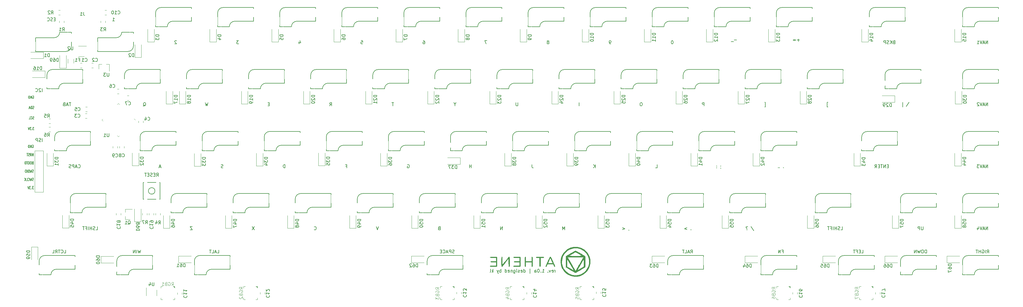
<source format=gbr>
%TF.GenerationSoftware,KiCad,Pcbnew,(5.99.0-2809-gaceed2b0a4)*%
%TF.CreationDate,2020-09-01T01:10:01-04:00*%
%TF.ProjectId,athene-pcb-f072,61746865-6e65-42d7-9063-622d66303732,rev?*%
%TF.SameCoordinates,Original*%
%TF.FileFunction,Legend,Bot*%
%TF.FilePolarity,Positive*%
%FSLAX46Y46*%
G04 Gerber Fmt 4.6, Leading zero omitted, Abs format (unit mm)*
G04 Created by KiCad (PCBNEW (5.99.0-2809-gaceed2b0a4)) date 2020-09-01 01:10:01*
%MOMM*%
%LPD*%
G01*
G04 APERTURE LIST*
%ADD10C,0.200000*%
%ADD11C,0.150000*%
%ADD12C,0.125000*%
%ADD13C,0.120000*%
%ADD14C,5.000000*%
%ADD15C,3.987800*%
%ADD16C,3.048000*%
%ADD17C,3.300000*%
%ADD18R,1.700000X1.700000*%
%ADD19O,1.700000X1.700000*%
%ADD20R,1.200000X0.900000*%
%ADD21C,3.980180*%
%ADD22C,1.700000*%
%ADD23C,2.950000*%
%ADD24R,2.550000X2.500000*%
%ADD25C,0.650000*%
%ADD26R,0.600000X1.450000*%
%ADD27R,0.300000X1.450000*%
%ADD28R,0.800000X0.900000*%
%ADD29R,0.900000X1.200000*%
%ADD30R,1.998980X1.998980*%
%ADD31C,1.998980*%
%ADD32R,0.650000X1.060000*%
%ADD33C,2.550000*%
%ADD34R,1.100000X1.800000*%
%ADD35R,0.900000X0.800000*%
%ADD36R,1.060000X0.650000*%
G04 APERTURE END LIST*
D10*
X180005380Y-100020380D02*
X180005380Y-99353714D01*
X180005380Y-99544190D02*
X179957761Y-99448952D01*
X179910142Y-99401333D01*
X179814904Y-99353714D01*
X179719666Y-99353714D01*
X179005380Y-99972761D02*
X179100619Y-100020380D01*
X179291095Y-100020380D01*
X179386333Y-99972761D01*
X179433952Y-99877523D01*
X179433952Y-99496571D01*
X179386333Y-99401333D01*
X179291095Y-99353714D01*
X179100619Y-99353714D01*
X179005380Y-99401333D01*
X178957761Y-99496571D01*
X178957761Y-99591809D01*
X179433952Y-99687047D01*
X178624428Y-99353714D02*
X178386333Y-100020380D01*
X178148238Y-99353714D01*
X177767285Y-99925142D02*
X177719666Y-99972761D01*
X177767285Y-100020380D01*
X177814904Y-99972761D01*
X177767285Y-99925142D01*
X177767285Y-100020380D01*
X176005380Y-100020380D02*
X176576809Y-100020380D01*
X176291095Y-100020380D02*
X176291095Y-99020380D01*
X176386333Y-99163238D01*
X176481571Y-99258476D01*
X176576809Y-99306095D01*
X175576809Y-99925142D02*
X175529190Y-99972761D01*
X175576809Y-100020380D01*
X175624428Y-99972761D01*
X175576809Y-99925142D01*
X175576809Y-100020380D01*
X174910142Y-99020380D02*
X174814904Y-99020380D01*
X174719666Y-99068000D01*
X174672047Y-99115619D01*
X174624428Y-99210857D01*
X174576809Y-99401333D01*
X174576809Y-99639428D01*
X174624428Y-99829904D01*
X174672047Y-99925142D01*
X174719666Y-99972761D01*
X174814904Y-100020380D01*
X174910142Y-100020380D01*
X175005380Y-99972761D01*
X175053000Y-99925142D01*
X175100619Y-99829904D01*
X175148238Y-99639428D01*
X175148238Y-99401333D01*
X175100619Y-99210857D01*
X175053000Y-99115619D01*
X175005380Y-99068000D01*
X174910142Y-99020380D01*
X173719666Y-100020380D02*
X173719666Y-99496571D01*
X173767285Y-99401333D01*
X173862523Y-99353714D01*
X174053000Y-99353714D01*
X174148238Y-99401333D01*
X173719666Y-99972761D02*
X173814904Y-100020380D01*
X174053000Y-100020380D01*
X174148238Y-99972761D01*
X174195857Y-99877523D01*
X174195857Y-99782285D01*
X174148238Y-99687047D01*
X174053000Y-99639428D01*
X173814904Y-99639428D01*
X173719666Y-99591809D01*
X172243476Y-100353714D02*
X172243476Y-98925142D01*
X170338714Y-100020380D02*
X170338714Y-99020380D01*
X170338714Y-99972761D02*
X170433952Y-100020380D01*
X170624428Y-100020380D01*
X170719666Y-99972761D01*
X170767285Y-99925142D01*
X170814904Y-99829904D01*
X170814904Y-99544190D01*
X170767285Y-99448952D01*
X170719666Y-99401333D01*
X170624428Y-99353714D01*
X170433952Y-99353714D01*
X170338714Y-99401333D01*
X169481571Y-99972761D02*
X169576809Y-100020380D01*
X169767285Y-100020380D01*
X169862523Y-99972761D01*
X169910142Y-99877523D01*
X169910142Y-99496571D01*
X169862523Y-99401333D01*
X169767285Y-99353714D01*
X169576809Y-99353714D01*
X169481571Y-99401333D01*
X169433952Y-99496571D01*
X169433952Y-99591809D01*
X169910142Y-99687047D01*
X169053000Y-99972761D02*
X168957761Y-100020380D01*
X168767285Y-100020380D01*
X168672047Y-99972761D01*
X168624428Y-99877523D01*
X168624428Y-99829904D01*
X168672047Y-99734666D01*
X168767285Y-99687047D01*
X168910142Y-99687047D01*
X169005380Y-99639428D01*
X169053000Y-99544190D01*
X169053000Y-99496571D01*
X169005380Y-99401333D01*
X168910142Y-99353714D01*
X168767285Y-99353714D01*
X168672047Y-99401333D01*
X168195857Y-100020380D02*
X168195857Y-99353714D01*
X168195857Y-99020380D02*
X168243476Y-99068000D01*
X168195857Y-99115619D01*
X168148238Y-99068000D01*
X168195857Y-99020380D01*
X168195857Y-99115619D01*
X167291095Y-99353714D02*
X167291095Y-100163238D01*
X167338714Y-100258476D01*
X167386333Y-100306095D01*
X167481571Y-100353714D01*
X167624428Y-100353714D01*
X167719666Y-100306095D01*
X167291095Y-99972761D02*
X167386333Y-100020380D01*
X167576809Y-100020380D01*
X167672047Y-99972761D01*
X167719666Y-99925142D01*
X167767285Y-99829904D01*
X167767285Y-99544190D01*
X167719666Y-99448952D01*
X167672047Y-99401333D01*
X167576809Y-99353714D01*
X167386333Y-99353714D01*
X167291095Y-99401333D01*
X166814904Y-99353714D02*
X166814904Y-100020380D01*
X166814904Y-99448952D02*
X166767285Y-99401333D01*
X166672047Y-99353714D01*
X166529190Y-99353714D01*
X166433952Y-99401333D01*
X166386333Y-99496571D01*
X166386333Y-100020380D01*
X165529190Y-99972761D02*
X165624428Y-100020380D01*
X165814904Y-100020380D01*
X165910142Y-99972761D01*
X165957761Y-99877523D01*
X165957761Y-99496571D01*
X165910142Y-99401333D01*
X165814904Y-99353714D01*
X165624428Y-99353714D01*
X165529190Y-99401333D01*
X165481571Y-99496571D01*
X165481571Y-99591809D01*
X165957761Y-99687047D01*
X164624428Y-100020380D02*
X164624428Y-99020380D01*
X164624428Y-99972761D02*
X164719666Y-100020380D01*
X164910142Y-100020380D01*
X165005380Y-99972761D01*
X165053000Y-99925142D01*
X165100619Y-99829904D01*
X165100619Y-99544190D01*
X165053000Y-99448952D01*
X165005380Y-99401333D01*
X164910142Y-99353714D01*
X164719666Y-99353714D01*
X164624428Y-99401333D01*
X163386333Y-100020380D02*
X163386333Y-99020380D01*
X163386333Y-99401333D02*
X163291095Y-99353714D01*
X163100619Y-99353714D01*
X163005380Y-99401333D01*
X162957761Y-99448952D01*
X162910142Y-99544190D01*
X162910142Y-99829904D01*
X162957761Y-99925142D01*
X163005380Y-99972761D01*
X163100619Y-100020380D01*
X163291095Y-100020380D01*
X163386333Y-99972761D01*
X162576809Y-99353714D02*
X162338714Y-100020380D01*
X162100619Y-99353714D02*
X162338714Y-100020380D01*
X162433952Y-100258476D01*
X162481571Y-100306095D01*
X162576809Y-100353714D01*
X160957761Y-100020380D02*
X160957761Y-99020380D01*
X160862523Y-99639428D02*
X160576809Y-100020380D01*
X160576809Y-99353714D02*
X160957761Y-99734666D01*
X160005380Y-100020380D02*
X160100619Y-99972761D01*
X160148238Y-99877523D01*
X160148238Y-99020380D01*
D11*
%TO.C,J3*%
X22566190Y-59888380D02*
X22566190Y-58888380D01*
X22137619Y-59840761D02*
X21994761Y-59888380D01*
X21756666Y-59888380D01*
X21661428Y-59840761D01*
X21613809Y-59793142D01*
X21566190Y-59697904D01*
X21566190Y-59602666D01*
X21613809Y-59507428D01*
X21661428Y-59459809D01*
X21756666Y-59412190D01*
X21947142Y-59364571D01*
X22042380Y-59316952D01*
X22090000Y-59269333D01*
X22137619Y-59174095D01*
X22137619Y-59078857D01*
X22090000Y-58983619D01*
X22042380Y-58936000D01*
X21947142Y-58888380D01*
X21709047Y-58888380D01*
X21566190Y-58936000D01*
X21137619Y-59888380D02*
X21137619Y-58888380D01*
X20756666Y-58888380D01*
X20661428Y-58936000D01*
X20613809Y-58983619D01*
X20566190Y-59078857D01*
X20566190Y-59221714D01*
X20613809Y-59316952D01*
X20661428Y-59364571D01*
X20756666Y-59412190D01*
X21137619Y-59412190D01*
X19914535Y-73628304D02*
X19543107Y-73628304D01*
X19743107Y-73933066D01*
X19657392Y-73933066D01*
X19600250Y-73971161D01*
X19571678Y-74009257D01*
X19543107Y-74085447D01*
X19543107Y-74275923D01*
X19571678Y-74352114D01*
X19600250Y-74390209D01*
X19657392Y-74428304D01*
X19828821Y-74428304D01*
X19885964Y-74390209D01*
X19914535Y-74352114D01*
X19285964Y-74352114D02*
X19257392Y-74390209D01*
X19285964Y-74428304D01*
X19314535Y-74390209D01*
X19285964Y-74352114D01*
X19285964Y-74428304D01*
X19057392Y-73628304D02*
X18685964Y-73628304D01*
X18885964Y-73933066D01*
X18800250Y-73933066D01*
X18743107Y-73971161D01*
X18714535Y-74009257D01*
X18685964Y-74085447D01*
X18685964Y-74275923D01*
X18714535Y-74352114D01*
X18743107Y-74390209D01*
X18800250Y-74428304D01*
X18971678Y-74428304D01*
X19028821Y-74390209D01*
X19057392Y-74352114D01*
X18514535Y-73628304D02*
X18314535Y-74428304D01*
X18114535Y-73628304D01*
X19543107Y-60966400D02*
X19600250Y-60928304D01*
X19685964Y-60928304D01*
X19771678Y-60966400D01*
X19828821Y-61042590D01*
X19857392Y-61118780D01*
X19885964Y-61271161D01*
X19885964Y-61385447D01*
X19857392Y-61537828D01*
X19828821Y-61614019D01*
X19771678Y-61690209D01*
X19685964Y-61728304D01*
X19628821Y-61728304D01*
X19543107Y-61690209D01*
X19514535Y-61652114D01*
X19514535Y-61385447D01*
X19628821Y-61385447D01*
X19257392Y-61728304D02*
X19257392Y-60928304D01*
X18914535Y-61728304D01*
X18914535Y-60928304D01*
X18628821Y-61728304D02*
X18628821Y-60928304D01*
X18485964Y-60928304D01*
X18400250Y-60966400D01*
X18343107Y-61042590D01*
X18314535Y-61118780D01*
X18285964Y-61271161D01*
X18285964Y-61385447D01*
X18314535Y-61537828D01*
X18343107Y-61614019D01*
X18400250Y-61690209D01*
X18485964Y-61728304D01*
X18628821Y-61728304D01*
X19885964Y-69310209D02*
X19800250Y-69348304D01*
X19657392Y-69348304D01*
X19600250Y-69310209D01*
X19571678Y-69272114D01*
X19543107Y-69195923D01*
X19543107Y-69119733D01*
X19571678Y-69043542D01*
X19600250Y-69005447D01*
X19657392Y-68967352D01*
X19771678Y-68929257D01*
X19828821Y-68891161D01*
X19857392Y-68853066D01*
X19885964Y-68776876D01*
X19885964Y-68700685D01*
X19857392Y-68624495D01*
X19828821Y-68586400D01*
X19771678Y-68548304D01*
X19628821Y-68548304D01*
X19543107Y-68586400D01*
X19343107Y-68548304D02*
X19200250Y-69348304D01*
X19085964Y-68776876D01*
X18971678Y-69348304D01*
X18828821Y-68548304D01*
X18600250Y-69348304D02*
X18600250Y-68548304D01*
X18457392Y-68548304D01*
X18371678Y-68586400D01*
X18314535Y-68662590D01*
X18285964Y-68738780D01*
X18257392Y-68891161D01*
X18257392Y-69005447D01*
X18285964Y-69157828D01*
X18314535Y-69234019D01*
X18371678Y-69310209D01*
X18457392Y-69348304D01*
X18600250Y-69348304D01*
X18000250Y-69348304D02*
X18000250Y-68548304D01*
X17600250Y-68548304D02*
X17485964Y-68548304D01*
X17428821Y-68586400D01*
X17371678Y-68662590D01*
X17343107Y-68814971D01*
X17343107Y-69081638D01*
X17371678Y-69234019D01*
X17428821Y-69310209D01*
X17485964Y-69348304D01*
X17600250Y-69348304D01*
X17657392Y-69310209D01*
X17714535Y-69234019D01*
X17743107Y-69081638D01*
X17743107Y-68814971D01*
X17714535Y-68662590D01*
X17657392Y-68586400D01*
X17600250Y-68548304D01*
X19657392Y-66389257D02*
X19571678Y-66427352D01*
X19543107Y-66465447D01*
X19514535Y-66541638D01*
X19514535Y-66655923D01*
X19543107Y-66732114D01*
X19571678Y-66770209D01*
X19628821Y-66808304D01*
X19857392Y-66808304D01*
X19857392Y-66008304D01*
X19657392Y-66008304D01*
X19600250Y-66046400D01*
X19571678Y-66084495D01*
X19543107Y-66160685D01*
X19543107Y-66236876D01*
X19571678Y-66313066D01*
X19600250Y-66351161D01*
X19657392Y-66389257D01*
X19857392Y-66389257D01*
X19143107Y-66008304D02*
X19028821Y-66008304D01*
X18971678Y-66046400D01*
X18914535Y-66122590D01*
X18885964Y-66274971D01*
X18885964Y-66541638D01*
X18914535Y-66694019D01*
X18971678Y-66770209D01*
X19028821Y-66808304D01*
X19143107Y-66808304D01*
X19200250Y-66770209D01*
X19257392Y-66694019D01*
X19285964Y-66541638D01*
X19285964Y-66274971D01*
X19257392Y-66122590D01*
X19200250Y-66046400D01*
X19143107Y-66008304D01*
X18514535Y-66008304D02*
X18400250Y-66008304D01*
X18343107Y-66046400D01*
X18285964Y-66122590D01*
X18257392Y-66274971D01*
X18257392Y-66541638D01*
X18285964Y-66694019D01*
X18343107Y-66770209D01*
X18400250Y-66808304D01*
X18514535Y-66808304D01*
X18571678Y-66770209D01*
X18628821Y-66694019D01*
X18657392Y-66541638D01*
X18657392Y-66274971D01*
X18628821Y-66122590D01*
X18571678Y-66046400D01*
X18514535Y-66008304D01*
X18085964Y-66008304D02*
X17743107Y-66008304D01*
X17914535Y-66808304D02*
X17914535Y-66008304D01*
X17428821Y-66008304D02*
X17371678Y-66008304D01*
X17314535Y-66046400D01*
X17285964Y-66084495D01*
X17257392Y-66160685D01*
X17228821Y-66313066D01*
X17228821Y-66503542D01*
X17257392Y-66655923D01*
X17285964Y-66732114D01*
X17314535Y-66770209D01*
X17371678Y-66808304D01*
X17428821Y-66808304D01*
X17485964Y-66770209D01*
X17514535Y-66732114D01*
X17543107Y-66655923D01*
X17571678Y-66503542D01*
X17571678Y-66313066D01*
X17543107Y-66160685D01*
X17514535Y-66084495D01*
X17485964Y-66046400D01*
X17428821Y-66008304D01*
X19857392Y-64268304D02*
X19857392Y-63468304D01*
X19514535Y-64268304D01*
X19514535Y-63468304D01*
X18885964Y-64268304D02*
X19085964Y-63887352D01*
X19228821Y-64268304D02*
X19228821Y-63468304D01*
X19000250Y-63468304D01*
X18943107Y-63506400D01*
X18914535Y-63544495D01*
X18885964Y-63620685D01*
X18885964Y-63734971D01*
X18914535Y-63811161D01*
X18943107Y-63849257D01*
X19000250Y-63887352D01*
X19228821Y-63887352D01*
X18657392Y-64230209D02*
X18571678Y-64268304D01*
X18428821Y-64268304D01*
X18371678Y-64230209D01*
X18343107Y-64192114D01*
X18314535Y-64115923D01*
X18314535Y-64039733D01*
X18343107Y-63963542D01*
X18371678Y-63925447D01*
X18428821Y-63887352D01*
X18543107Y-63849257D01*
X18600250Y-63811161D01*
X18628821Y-63773066D01*
X18657392Y-63696876D01*
X18657392Y-63620685D01*
X18628821Y-63544495D01*
X18600250Y-63506400D01*
X18543107Y-63468304D01*
X18400250Y-63468304D01*
X18314535Y-63506400D01*
X18143107Y-63468304D02*
X17800250Y-63468304D01*
X17971678Y-64268304D02*
X17971678Y-63468304D01*
X19885964Y-71850209D02*
X19800250Y-71888304D01*
X19657392Y-71888304D01*
X19600250Y-71850209D01*
X19571678Y-71812114D01*
X19543107Y-71735923D01*
X19543107Y-71659733D01*
X19571678Y-71583542D01*
X19600250Y-71545447D01*
X19657392Y-71507352D01*
X19771678Y-71469257D01*
X19828821Y-71431161D01*
X19857392Y-71393066D01*
X19885964Y-71316876D01*
X19885964Y-71240685D01*
X19857392Y-71164495D01*
X19828821Y-71126400D01*
X19771678Y-71088304D01*
X19628821Y-71088304D01*
X19543107Y-71126400D01*
X19343107Y-71088304D02*
X19200250Y-71888304D01*
X19085964Y-71316876D01*
X18971678Y-71888304D01*
X18828821Y-71088304D01*
X18257392Y-71812114D02*
X18285964Y-71850209D01*
X18371678Y-71888304D01*
X18428821Y-71888304D01*
X18514535Y-71850209D01*
X18571678Y-71774019D01*
X18600250Y-71697828D01*
X18628821Y-71545447D01*
X18628821Y-71431161D01*
X18600250Y-71278780D01*
X18571678Y-71202590D01*
X18514535Y-71126400D01*
X18428821Y-71088304D01*
X18371678Y-71088304D01*
X18285964Y-71126400D01*
X18257392Y-71164495D01*
X17714535Y-71888304D02*
X18000250Y-71888304D01*
X18000250Y-71088304D01*
X17514535Y-71888304D02*
X17514535Y-71088304D01*
X17171678Y-71888304D02*
X17428821Y-71431161D01*
X17171678Y-71088304D02*
X17514535Y-71545447D01*
%TO.C,D32*%
X53649255Y-64604464D02*
X52649255Y-64604464D01*
X52649255Y-64842559D01*
X52696875Y-64985416D01*
X52792113Y-65080654D01*
X52887351Y-65128273D01*
X53077827Y-65175892D01*
X53220684Y-65175892D01*
X53411160Y-65128273D01*
X53506398Y-65080654D01*
X53601636Y-64985416D01*
X53649255Y-64842559D01*
X53649255Y-64604464D01*
X52649255Y-65509226D02*
X52649255Y-66128273D01*
X53030208Y-65794940D01*
X53030208Y-65937797D01*
X53077827Y-66033035D01*
X53125446Y-66080654D01*
X53220684Y-66128273D01*
X53458779Y-66128273D01*
X53554017Y-66080654D01*
X53601636Y-66033035D01*
X53649255Y-65937797D01*
X53649255Y-65652083D01*
X53601636Y-65556845D01*
X53554017Y-65509226D01*
X52744494Y-66509226D02*
X52696875Y-66556845D01*
X52649255Y-66652083D01*
X52649255Y-66890178D01*
X52696875Y-66985416D01*
X52744494Y-67033035D01*
X52839732Y-67080654D01*
X52934970Y-67080654D01*
X53077827Y-67033035D01*
X53649255Y-66461607D01*
X53649255Y-67080654D01*
%TO.C,D13*%
X248896130Y-26566964D02*
X247896130Y-26566964D01*
X247896130Y-26805059D01*
X247943750Y-26947916D01*
X248038988Y-27043154D01*
X248134226Y-27090773D01*
X248324702Y-27138392D01*
X248467559Y-27138392D01*
X248658035Y-27090773D01*
X248753273Y-27043154D01*
X248848511Y-26947916D01*
X248896130Y-26805059D01*
X248896130Y-26566964D01*
X248896130Y-28090773D02*
X248896130Y-27519345D01*
X248896130Y-27805059D02*
X247896130Y-27805059D01*
X248038988Y-27709821D01*
X248134226Y-27614583D01*
X248181845Y-27519345D01*
X247896130Y-28424107D02*
X247896130Y-29043154D01*
X248277083Y-28709821D01*
X248277083Y-28852678D01*
X248324702Y-28947916D01*
X248372321Y-28995535D01*
X248467559Y-29043154D01*
X248705654Y-29043154D01*
X248800892Y-28995535D01*
X248848511Y-28947916D01*
X248896130Y-28852678D01*
X248896130Y-28566964D01*
X248848511Y-28471726D01*
X248800892Y-28424107D01*
%TO.C,C9*%
X45124666Y-64492142D02*
X45172285Y-64539761D01*
X45315142Y-64587380D01*
X45410380Y-64587380D01*
X45553238Y-64539761D01*
X45648476Y-64444523D01*
X45696095Y-64349285D01*
X45743714Y-64158809D01*
X45743714Y-64015952D01*
X45696095Y-63825476D01*
X45648476Y-63730238D01*
X45553238Y-63635000D01*
X45410380Y-63587380D01*
X45315142Y-63587380D01*
X45172285Y-63635000D01*
X45124666Y-63682619D01*
X44648476Y-64587380D02*
X44458000Y-64587380D01*
X44362761Y-64539761D01*
X44315142Y-64492142D01*
X44219904Y-64349285D01*
X44172285Y-64158809D01*
X44172285Y-63777857D01*
X44219904Y-63682619D01*
X44267523Y-63635000D01*
X44362761Y-63587380D01*
X44553238Y-63587380D01*
X44648476Y-63635000D01*
X44696095Y-63682619D01*
X44743714Y-63777857D01*
X44743714Y-64015952D01*
X44696095Y-64111190D01*
X44648476Y-64158809D01*
X44553238Y-64206428D01*
X44362761Y-64206428D01*
X44267523Y-64158809D01*
X44219904Y-64111190D01*
X44172285Y-64015952D01*
%TO.C,D30*%
X306220505Y-45616964D02*
X305220505Y-45616964D01*
X305220505Y-45855059D01*
X305268125Y-45997916D01*
X305363363Y-46093154D01*
X305458601Y-46140773D01*
X305649077Y-46188392D01*
X305791934Y-46188392D01*
X305982410Y-46140773D01*
X306077648Y-46093154D01*
X306172886Y-45997916D01*
X306220505Y-45855059D01*
X306220505Y-45616964D01*
X305220505Y-46521726D02*
X305220505Y-47140773D01*
X305601458Y-46807440D01*
X305601458Y-46950297D01*
X305649077Y-47045535D01*
X305696696Y-47093154D01*
X305791934Y-47140773D01*
X306030029Y-47140773D01*
X306125267Y-47093154D01*
X306172886Y-47045535D01*
X306220505Y-46950297D01*
X306220505Y-46664583D01*
X306172886Y-46569345D01*
X306125267Y-46521726D01*
X305220505Y-47759821D02*
X305220505Y-47855059D01*
X305268125Y-47950297D01*
X305315744Y-47997916D01*
X305410982Y-48045535D01*
X305601458Y-48093154D01*
X305839553Y-48093154D01*
X306030029Y-48045535D01*
X306125267Y-47997916D01*
X306172886Y-47950297D01*
X306220505Y-47855059D01*
X306220505Y-47759821D01*
X306172886Y-47664583D01*
X306125267Y-47616964D01*
X306030029Y-47569345D01*
X305839553Y-47521726D01*
X305601458Y-47521726D01*
X305410982Y-47569345D01*
X305315744Y-47616964D01*
X305268125Y-47664583D01*
X305220505Y-47759821D01*
%TO.C,C2*%
X38901666Y-35155142D02*
X38949285Y-35202761D01*
X39092142Y-35250380D01*
X39187380Y-35250380D01*
X39330238Y-35202761D01*
X39425476Y-35107523D01*
X39473095Y-35012285D01*
X39520714Y-34821809D01*
X39520714Y-34678952D01*
X39473095Y-34488476D01*
X39425476Y-34393238D01*
X39330238Y-34298000D01*
X39187380Y-34250380D01*
X39092142Y-34250380D01*
X38949285Y-34298000D01*
X38901666Y-34345619D01*
X38520714Y-34345619D02*
X38473095Y-34298000D01*
X38377857Y-34250380D01*
X38139761Y-34250380D01*
X38044523Y-34298000D01*
X37996904Y-34345619D01*
X37949285Y-34440857D01*
X37949285Y-34536095D01*
X37996904Y-34678952D01*
X38568333Y-35250380D01*
X37949285Y-35250380D01*
%TO.C,K54*%
X221662500Y-86875892D02*
X221614880Y-86923511D01*
X221662500Y-86971130D01*
X221710119Y-86923511D01*
X221662500Y-86875892D01*
X221662500Y-86971130D01*
X220424404Y-86304464D02*
X219662500Y-86590178D01*
X220424404Y-86875892D01*
%TO.C,D6*%
X115546130Y-27043154D02*
X114546130Y-27043154D01*
X114546130Y-27281250D01*
X114593750Y-27424107D01*
X114688988Y-27519345D01*
X114784226Y-27566964D01*
X114974702Y-27614583D01*
X115117559Y-27614583D01*
X115308035Y-27566964D01*
X115403273Y-27519345D01*
X115498511Y-27424107D01*
X115546130Y-27281250D01*
X115546130Y-27043154D01*
X114546130Y-28471726D02*
X114546130Y-28281250D01*
X114593750Y-28186011D01*
X114641369Y-28138392D01*
X114784226Y-28043154D01*
X114974702Y-27995535D01*
X115355654Y-27995535D01*
X115450892Y-28043154D01*
X115498511Y-28090773D01*
X115546130Y-28186011D01*
X115546130Y-28376488D01*
X115498511Y-28471726D01*
X115450892Y-28519345D01*
X115355654Y-28566964D01*
X115117559Y-28566964D01*
X115022321Y-28519345D01*
X114974702Y-28471726D01*
X114927083Y-28376488D01*
X114927083Y-28186011D01*
X114974702Y-28090773D01*
X115022321Y-28043154D01*
X115117559Y-27995535D01*
%TO.C,J1*%
X35258333Y-20089880D02*
X35258333Y-20804166D01*
X35305952Y-20947023D01*
X35401190Y-21042261D01*
X35544047Y-21089880D01*
X35639285Y-21089880D01*
X34258333Y-21089880D02*
X34829761Y-21089880D01*
X34544047Y-21089880D02*
X34544047Y-20089880D01*
X34639285Y-20232738D01*
X34734523Y-20327976D01*
X34829761Y-20375595D01*
%TO.C,D5*%
X96511755Y-27043154D02*
X95511755Y-27043154D01*
X95511755Y-27281250D01*
X95559375Y-27424107D01*
X95654613Y-27519345D01*
X95749851Y-27566964D01*
X95940327Y-27614583D01*
X96083184Y-27614583D01*
X96273660Y-27566964D01*
X96368898Y-27519345D01*
X96464136Y-27424107D01*
X96511755Y-27281250D01*
X96511755Y-27043154D01*
X95511755Y-28519345D02*
X95511755Y-28043154D01*
X95987946Y-27995535D01*
X95940327Y-28043154D01*
X95892708Y-28138392D01*
X95892708Y-28376488D01*
X95940327Y-28471726D01*
X95987946Y-28519345D01*
X96083184Y-28566964D01*
X96321279Y-28566964D01*
X96416517Y-28519345D01*
X96464136Y-28471726D01*
X96511755Y-28376488D01*
X96511755Y-28138392D01*
X96464136Y-28043154D01*
X96416517Y-27995535D01*
%TO.C,K14*%
X283979761Y-29297321D02*
X283836904Y-29344940D01*
X283789285Y-29392559D01*
X283741666Y-29487797D01*
X283741666Y-29630654D01*
X283789285Y-29725892D01*
X283836904Y-29773511D01*
X283932142Y-29821130D01*
X284313095Y-29821130D01*
X284313095Y-28821130D01*
X283979761Y-28821130D01*
X283884523Y-28868750D01*
X283836904Y-28916369D01*
X283789285Y-29011607D01*
X283789285Y-29106845D01*
X283836904Y-29202083D01*
X283884523Y-29249702D01*
X283979761Y-29297321D01*
X284313095Y-29297321D01*
X283313095Y-29821130D02*
X283313095Y-28821130D01*
X282741666Y-29821130D02*
X283170238Y-29249702D01*
X282741666Y-28821130D02*
X283313095Y-29392559D01*
X282360714Y-29773511D02*
X282217857Y-29821130D01*
X281979761Y-29821130D01*
X281884523Y-29773511D01*
X281836904Y-29725892D01*
X281789285Y-29630654D01*
X281789285Y-29535416D01*
X281836904Y-29440178D01*
X281884523Y-29392559D01*
X281979761Y-29344940D01*
X282170238Y-29297321D01*
X282265476Y-29249702D01*
X282313095Y-29202083D01*
X282360714Y-29106845D01*
X282360714Y-29011607D01*
X282313095Y-28916369D01*
X282265476Y-28868750D01*
X282170238Y-28821130D01*
X281932142Y-28821130D01*
X281789285Y-28868750D01*
X281360714Y-29821130D02*
X281360714Y-28821130D01*
X280979761Y-28821130D01*
X280884523Y-28868750D01*
X280836904Y-28916369D01*
X280789285Y-29011607D01*
X280789285Y-29154464D01*
X280836904Y-29249702D01*
X280884523Y-29297321D01*
X280979761Y-29344940D01*
X281360714Y-29344940D01*
%TO.C,D3*%
X58396130Y-27043154D02*
X57396130Y-27043154D01*
X57396130Y-27281250D01*
X57443750Y-27424107D01*
X57538988Y-27519345D01*
X57634226Y-27566964D01*
X57824702Y-27614583D01*
X57967559Y-27614583D01*
X58158035Y-27566964D01*
X58253273Y-27519345D01*
X58348511Y-27424107D01*
X58396130Y-27281250D01*
X58396130Y-27043154D01*
X57396130Y-27947916D02*
X57396130Y-28566964D01*
X57777083Y-28233630D01*
X57777083Y-28376488D01*
X57824702Y-28471726D01*
X57872321Y-28519345D01*
X57967559Y-28566964D01*
X58205654Y-28566964D01*
X58300892Y-28519345D01*
X58348511Y-28471726D01*
X58396130Y-28376488D01*
X58396130Y-28090773D01*
X58348511Y-27995535D01*
X58300892Y-27947916D01*
%TO.C,D40*%
X206049255Y-64666964D02*
X205049255Y-64666964D01*
X205049255Y-64905059D01*
X205096875Y-65047916D01*
X205192113Y-65143154D01*
X205287351Y-65190773D01*
X205477827Y-65238392D01*
X205620684Y-65238392D01*
X205811160Y-65190773D01*
X205906398Y-65143154D01*
X206001636Y-65047916D01*
X206049255Y-64905059D01*
X206049255Y-64666964D01*
X205382589Y-66095535D02*
X206049255Y-66095535D01*
X205001636Y-65857440D02*
X205715922Y-65619345D01*
X205715922Y-66238392D01*
X205049255Y-66809821D02*
X205049255Y-66905059D01*
X205096875Y-67000297D01*
X205144494Y-67047916D01*
X205239732Y-67095535D01*
X205430208Y-67143154D01*
X205668303Y-67143154D01*
X205858779Y-67095535D01*
X205954017Y-67047916D01*
X206001636Y-67000297D01*
X206049255Y-66905059D01*
X206049255Y-66809821D01*
X206001636Y-66714583D01*
X205954017Y-66666964D01*
X205858779Y-66619345D01*
X205668303Y-66571726D01*
X205430208Y-66571726D01*
X205239732Y-66619345D01*
X205144494Y-66666964D01*
X205096875Y-66714583D01*
X205049255Y-66809821D01*
%TO.C,C18*%
X45651657Y-85986857D02*
X45604038Y-86034476D01*
X45556419Y-86177333D01*
X45556419Y-86272571D01*
X45604038Y-86415428D01*
X45699276Y-86510666D01*
X45794514Y-86558285D01*
X45984990Y-86605904D01*
X46127847Y-86605904D01*
X46318323Y-86558285D01*
X46413561Y-86510666D01*
X46508800Y-86415428D01*
X46556419Y-86272571D01*
X46556419Y-86177333D01*
X46508800Y-86034476D01*
X46461180Y-85986857D01*
X45556419Y-85034476D02*
X45556419Y-85605904D01*
X45556419Y-85320190D02*
X46556419Y-85320190D01*
X46413561Y-85415428D01*
X46318323Y-85510666D01*
X46270704Y-85605904D01*
X46127847Y-84463047D02*
X46175466Y-84558285D01*
X46223085Y-84605904D01*
X46318323Y-84653523D01*
X46365942Y-84653523D01*
X46461180Y-84605904D01*
X46508800Y-84558285D01*
X46556419Y-84463047D01*
X46556419Y-84272571D01*
X46508800Y-84177333D01*
X46461180Y-84129714D01*
X46365942Y-84082095D01*
X46318323Y-84082095D01*
X46223085Y-84129714D01*
X46175466Y-84177333D01*
X46127847Y-84272571D01*
X46127847Y-84463047D01*
X46080228Y-84558285D01*
X46032609Y-84605904D01*
X45937371Y-84653523D01*
X45746895Y-84653523D01*
X45651657Y-84605904D01*
X45604038Y-84558285D01*
X45556419Y-84463047D01*
X45556419Y-84272571D01*
X45604038Y-84177333D01*
X45651657Y-84129714D01*
X45746895Y-84082095D01*
X45937371Y-84082095D01*
X46032609Y-84129714D01*
X46080228Y-84177333D01*
X46127847Y-84272571D01*
%TO.C,D7*%
X134611755Y-27043154D02*
X133611755Y-27043154D01*
X133611755Y-27281250D01*
X133659375Y-27424107D01*
X133754613Y-27519345D01*
X133849851Y-27566964D01*
X134040327Y-27614583D01*
X134183184Y-27614583D01*
X134373660Y-27566964D01*
X134468898Y-27519345D01*
X134564136Y-27424107D01*
X134611755Y-27281250D01*
X134611755Y-27043154D01*
X133611755Y-27947916D02*
X133611755Y-28614583D01*
X134611755Y-28186011D01*
%TO.C,U3*%
X43052904Y-38822380D02*
X43052904Y-39631904D01*
X43005285Y-39727142D01*
X42957666Y-39774761D01*
X42862428Y-39822380D01*
X42671952Y-39822380D01*
X42576714Y-39774761D01*
X42529095Y-39727142D01*
X42481476Y-39631904D01*
X42481476Y-38822380D01*
X42100523Y-38822380D02*
X41481476Y-38822380D01*
X41814809Y-39203333D01*
X41671952Y-39203333D01*
X41576714Y-39250952D01*
X41529095Y-39298571D01*
X41481476Y-39393809D01*
X41481476Y-39631904D01*
X41529095Y-39727142D01*
X41576714Y-39774761D01*
X41671952Y-39822380D01*
X41957666Y-39822380D01*
X42052904Y-39774761D01*
X42100523Y-39727142D01*
%TO.C,K58*%
X312769047Y-86971130D02*
X312769047Y-85971130D01*
X312197619Y-86971130D01*
X312197619Y-85971130D01*
X311769047Y-86685416D02*
X311292857Y-86685416D01*
X311864285Y-86971130D02*
X311530952Y-85971130D01*
X311197619Y-86971130D01*
X311007142Y-85971130D02*
X310673809Y-86971130D01*
X310340476Y-85971130D01*
X309578571Y-86304464D02*
X309578571Y-86971130D01*
X309816666Y-85923511D02*
X310054761Y-86637797D01*
X309435714Y-86637797D01*
%TO.C,K24*%
X187325000Y-48871130D02*
X187325000Y-47871130D01*
%TO.C,D25*%
X201445505Y-45616964D02*
X200445505Y-45616964D01*
X200445505Y-45855059D01*
X200493125Y-45997916D01*
X200588363Y-46093154D01*
X200683601Y-46140773D01*
X200874077Y-46188392D01*
X201016934Y-46188392D01*
X201207410Y-46140773D01*
X201302648Y-46093154D01*
X201397886Y-45997916D01*
X201445505Y-45855059D01*
X201445505Y-45616964D01*
X200540744Y-46569345D02*
X200493125Y-46616964D01*
X200445505Y-46712202D01*
X200445505Y-46950297D01*
X200493125Y-47045535D01*
X200540744Y-47093154D01*
X200635982Y-47140773D01*
X200731220Y-47140773D01*
X200874077Y-47093154D01*
X201445505Y-46521726D01*
X201445505Y-47140773D01*
X200445505Y-48045535D02*
X200445505Y-47569345D01*
X200921696Y-47521726D01*
X200874077Y-47569345D01*
X200826458Y-47664583D01*
X200826458Y-47902678D01*
X200874077Y-47997916D01*
X200921696Y-48045535D01*
X201016934Y-48093154D01*
X201255029Y-48093154D01*
X201350267Y-48045535D01*
X201397886Y-47997916D01*
X201445505Y-47902678D01*
X201445505Y-47664583D01*
X201397886Y-47569345D01*
X201350267Y-47521726D01*
%TO.C,D27*%
X239545505Y-45616964D02*
X238545505Y-45616964D01*
X238545505Y-45855059D01*
X238593125Y-45997916D01*
X238688363Y-46093154D01*
X238783601Y-46140773D01*
X238974077Y-46188392D01*
X239116934Y-46188392D01*
X239307410Y-46140773D01*
X239402648Y-46093154D01*
X239497886Y-45997916D01*
X239545505Y-45855059D01*
X239545505Y-45616964D01*
X238640744Y-46569345D02*
X238593125Y-46616964D01*
X238545505Y-46712202D01*
X238545505Y-46950297D01*
X238593125Y-47045535D01*
X238640744Y-47093154D01*
X238735982Y-47140773D01*
X238831220Y-47140773D01*
X238974077Y-47093154D01*
X239545505Y-46521726D01*
X239545505Y-47140773D01*
X238545505Y-47474107D02*
X238545505Y-48140773D01*
X239545505Y-47712202D01*
%TO.C,D43*%
X275127980Y-64774914D02*
X274127980Y-64774914D01*
X274127980Y-65013009D01*
X274175600Y-65155866D01*
X274270838Y-65251104D01*
X274366076Y-65298723D01*
X274556552Y-65346342D01*
X274699409Y-65346342D01*
X274889885Y-65298723D01*
X274985123Y-65251104D01*
X275080361Y-65155866D01*
X275127980Y-65013009D01*
X275127980Y-64774914D01*
X274461314Y-66203485D02*
X275127980Y-66203485D01*
X274080361Y-65965390D02*
X274794647Y-65727295D01*
X274794647Y-66346342D01*
X274127980Y-66632057D02*
X274127980Y-67251104D01*
X274508933Y-66917771D01*
X274508933Y-67060628D01*
X274556552Y-67155866D01*
X274604171Y-67203485D01*
X274699409Y-67251104D01*
X274937504Y-67251104D01*
X275032742Y-67203485D01*
X275080361Y-67155866D01*
X275127980Y-67060628D01*
X275127980Y-66774914D01*
X275080361Y-66679676D01*
X275032742Y-66632057D01*
%TO.C,C6*%
X44235666Y-43156142D02*
X44283285Y-43203761D01*
X44426142Y-43251380D01*
X44521380Y-43251380D01*
X44664238Y-43203761D01*
X44759476Y-43108523D01*
X44807095Y-43013285D01*
X44854714Y-42822809D01*
X44854714Y-42679952D01*
X44807095Y-42489476D01*
X44759476Y-42394238D01*
X44664238Y-42299000D01*
X44521380Y-42251380D01*
X44426142Y-42251380D01*
X44283285Y-42299000D01*
X44235666Y-42346619D01*
X43378523Y-42251380D02*
X43569000Y-42251380D01*
X43664238Y-42299000D01*
X43711857Y-42346619D01*
X43807095Y-42489476D01*
X43854714Y-42679952D01*
X43854714Y-43060904D01*
X43807095Y-43156142D01*
X43759476Y-43203761D01*
X43664238Y-43251380D01*
X43473761Y-43251380D01*
X43378523Y-43203761D01*
X43330904Y-43156142D01*
X43283285Y-43060904D01*
X43283285Y-42822809D01*
X43330904Y-42727571D01*
X43378523Y-42679952D01*
X43473761Y-42632333D01*
X43664238Y-42632333D01*
X43759476Y-42679952D01*
X43807095Y-42727571D01*
X43854714Y-42822809D01*
%TO.C,K51*%
X163798214Y-86971130D02*
X163798214Y-85971130D01*
X163226785Y-86971130D01*
X163226785Y-85971130D01*
%TO.C,D2*%
X50674495Y-33777180D02*
X50674495Y-32777180D01*
X50436400Y-32777180D01*
X50293542Y-32824800D01*
X50198304Y-32920038D01*
X50150685Y-33015276D01*
X50103066Y-33205752D01*
X50103066Y-33348609D01*
X50150685Y-33539085D01*
X50198304Y-33634323D01*
X50293542Y-33729561D01*
X50436400Y-33777180D01*
X50674495Y-33777180D01*
X49722114Y-32872419D02*
X49674495Y-32824800D01*
X49579257Y-32777180D01*
X49341161Y-32777180D01*
X49245923Y-32824800D01*
X49198304Y-32872419D01*
X49150685Y-32967657D01*
X49150685Y-33062895D01*
X49198304Y-33205752D01*
X49769733Y-33777180D01*
X49150685Y-33777180D01*
%TO.C,K22*%
X149225000Y-48394940D02*
X149225000Y-48871130D01*
X149558333Y-47871130D02*
X149225000Y-48394940D01*
X148891666Y-47871130D01*
%TO.C,D49*%
X120324255Y-83716964D02*
X119324255Y-83716964D01*
X119324255Y-83955059D01*
X119371875Y-84097916D01*
X119467113Y-84193154D01*
X119562351Y-84240773D01*
X119752827Y-84288392D01*
X119895684Y-84288392D01*
X120086160Y-84240773D01*
X120181398Y-84193154D01*
X120276636Y-84097916D01*
X120324255Y-83955059D01*
X120324255Y-83716964D01*
X119657589Y-85145535D02*
X120324255Y-85145535D01*
X119276636Y-84907440D02*
X119990922Y-84669345D01*
X119990922Y-85288392D01*
X120324255Y-85716964D02*
X120324255Y-85907440D01*
X120276636Y-86002678D01*
X120229017Y-86050297D01*
X120086160Y-86145535D01*
X119895684Y-86193154D01*
X119514732Y-86193154D01*
X119419494Y-86145535D01*
X119371875Y-86097916D01*
X119324255Y-86002678D01*
X119324255Y-85812202D01*
X119371875Y-85716964D01*
X119419494Y-85669345D01*
X119514732Y-85621726D01*
X119752827Y-85621726D01*
X119848065Y-85669345D01*
X119895684Y-85716964D01*
X119943303Y-85812202D01*
X119943303Y-86002678D01*
X119895684Y-86097916D01*
X119848065Y-86145535D01*
X119752827Y-86193154D01*
%TO.C,K59*%
X29257440Y-94114880D02*
X29733630Y-94114880D01*
X29733630Y-93114880D01*
X28352678Y-94019642D02*
X28400297Y-94067261D01*
X28543154Y-94114880D01*
X28638392Y-94114880D01*
X28781250Y-94067261D01*
X28876488Y-93972023D01*
X28924107Y-93876785D01*
X28971726Y-93686309D01*
X28971726Y-93543452D01*
X28924107Y-93352976D01*
X28876488Y-93257738D01*
X28781250Y-93162500D01*
X28638392Y-93114880D01*
X28543154Y-93114880D01*
X28400297Y-93162500D01*
X28352678Y-93210119D01*
X28066964Y-93114880D02*
X27495535Y-93114880D01*
X27781250Y-94114880D02*
X27781250Y-93114880D01*
X26590773Y-94114880D02*
X26924107Y-93638690D01*
X27162202Y-94114880D02*
X27162202Y-93114880D01*
X26781250Y-93114880D01*
X26686011Y-93162500D01*
X26638392Y-93210119D01*
X26590773Y-93305357D01*
X26590773Y-93448214D01*
X26638392Y-93543452D01*
X26686011Y-93591071D01*
X26781250Y-93638690D01*
X27162202Y-93638690D01*
X25686011Y-94114880D02*
X26162202Y-94114880D01*
X26162202Y-93114880D01*
%TO.C,K15*%
X312769047Y-29821130D02*
X312769047Y-28821130D01*
X312197619Y-29821130D01*
X312197619Y-28821130D01*
X311769047Y-29535416D02*
X311292857Y-29535416D01*
X311864285Y-29821130D02*
X311530952Y-28821130D01*
X311197619Y-29821130D01*
X311007142Y-28821130D02*
X310673809Y-29821130D01*
X310340476Y-28821130D01*
X309483333Y-29821130D02*
X310054761Y-29821130D01*
X309769047Y-29821130D02*
X309769047Y-28821130D01*
X309864285Y-28963988D01*
X309959523Y-29059226D01*
X310054761Y-29106845D01*
%TO.C,D50*%
X139374255Y-83716964D02*
X138374255Y-83716964D01*
X138374255Y-83955059D01*
X138421875Y-84097916D01*
X138517113Y-84193154D01*
X138612351Y-84240773D01*
X138802827Y-84288392D01*
X138945684Y-84288392D01*
X139136160Y-84240773D01*
X139231398Y-84193154D01*
X139326636Y-84097916D01*
X139374255Y-83955059D01*
X139374255Y-83716964D01*
X138374255Y-85193154D02*
X138374255Y-84716964D01*
X138850446Y-84669345D01*
X138802827Y-84716964D01*
X138755208Y-84812202D01*
X138755208Y-85050297D01*
X138802827Y-85145535D01*
X138850446Y-85193154D01*
X138945684Y-85240773D01*
X139183779Y-85240773D01*
X139279017Y-85193154D01*
X139326636Y-85145535D01*
X139374255Y-85050297D01*
X139374255Y-84812202D01*
X139326636Y-84716964D01*
X139279017Y-84669345D01*
X138374255Y-85859821D02*
X138374255Y-85955059D01*
X138421875Y-86050297D01*
X138469494Y-86097916D01*
X138564732Y-86145535D01*
X138755208Y-86193154D01*
X138993303Y-86193154D01*
X139183779Y-86145535D01*
X139279017Y-86097916D01*
X139326636Y-86050297D01*
X139374255Y-85955059D01*
X139374255Y-85859821D01*
X139326636Y-85764583D01*
X139279017Y-85716964D01*
X139183779Y-85669345D01*
X138993303Y-85621726D01*
X138755208Y-85621726D01*
X138564732Y-85669345D01*
X138469494Y-85716964D01*
X138421875Y-85764583D01*
X138374255Y-85859821D01*
%TO.C,D1*%
X24766495Y-33777180D02*
X24766495Y-32777180D01*
X24528400Y-32777180D01*
X24385542Y-32824800D01*
X24290304Y-32920038D01*
X24242685Y-33015276D01*
X24195066Y-33205752D01*
X24195066Y-33348609D01*
X24242685Y-33539085D01*
X24290304Y-33634323D01*
X24385542Y-33729561D01*
X24528400Y-33777180D01*
X24766495Y-33777180D01*
X23242685Y-33777180D02*
X23814114Y-33777180D01*
X23528400Y-33777180D02*
X23528400Y-32777180D01*
X23623638Y-32920038D01*
X23718876Y-33015276D01*
X23814114Y-33062895D01*
%TO.C,K6*%
X120411904Y-28821130D02*
X120888095Y-28821130D01*
X120935714Y-29297321D01*
X120888095Y-29249702D01*
X120792857Y-29202083D01*
X120554761Y-29202083D01*
X120459523Y-29249702D01*
X120411904Y-29297321D01*
X120364285Y-29392559D01*
X120364285Y-29630654D01*
X120411904Y-29725892D01*
X120459523Y-29773511D01*
X120554761Y-29821130D01*
X120792857Y-29821130D01*
X120888095Y-29773511D01*
X120935714Y-29725892D01*
%TO.C,K55*%
X240093452Y-85923511D02*
X240950595Y-87209226D01*
X238855357Y-86875892D02*
X238807738Y-86923511D01*
X238855357Y-86971130D01*
X238902976Y-86923511D01*
X238855357Y-86875892D01*
X238855357Y-86971130D01*
X239045833Y-86018750D02*
X238950595Y-85971130D01*
X238712500Y-85971130D01*
X238617261Y-86018750D01*
X238569642Y-86113988D01*
X238569642Y-86209226D01*
X238617261Y-86304464D01*
X238664880Y-86352083D01*
X238760119Y-86399702D01*
X238807738Y-86447321D01*
X238855357Y-86542559D01*
X238855357Y-86590178D01*
%TO.C,D38*%
X167949255Y-64666964D02*
X166949255Y-64666964D01*
X166949255Y-64905059D01*
X166996875Y-65047916D01*
X167092113Y-65143154D01*
X167187351Y-65190773D01*
X167377827Y-65238392D01*
X167520684Y-65238392D01*
X167711160Y-65190773D01*
X167806398Y-65143154D01*
X167901636Y-65047916D01*
X167949255Y-64905059D01*
X167949255Y-64666964D01*
X166949255Y-65571726D02*
X166949255Y-66190773D01*
X167330208Y-65857440D01*
X167330208Y-66000297D01*
X167377827Y-66095535D01*
X167425446Y-66143154D01*
X167520684Y-66190773D01*
X167758779Y-66190773D01*
X167854017Y-66143154D01*
X167901636Y-66095535D01*
X167949255Y-66000297D01*
X167949255Y-65714583D01*
X167901636Y-65619345D01*
X167854017Y-65571726D01*
X167377827Y-66762202D02*
X167330208Y-66666964D01*
X167282589Y-66619345D01*
X167187351Y-66571726D01*
X167139732Y-66571726D01*
X167044494Y-66619345D01*
X166996875Y-66666964D01*
X166949255Y-66762202D01*
X166949255Y-66952678D01*
X166996875Y-67047916D01*
X167044494Y-67095535D01*
X167139732Y-67143154D01*
X167187351Y-67143154D01*
X167282589Y-67095535D01*
X167330208Y-67047916D01*
X167377827Y-66952678D01*
X167377827Y-66762202D01*
X167425446Y-66666964D01*
X167473065Y-66619345D01*
X167568303Y-66571726D01*
X167758779Y-66571726D01*
X167854017Y-66619345D01*
X167901636Y-66666964D01*
X167949255Y-66762202D01*
X167949255Y-66952678D01*
X167901636Y-67047916D01*
X167854017Y-67095535D01*
X167758779Y-67143154D01*
X167568303Y-67143154D01*
X167473065Y-67095535D01*
X167425446Y-67047916D01*
X167377827Y-66952678D01*
%TO.C,D36*%
X129849255Y-64666964D02*
X128849255Y-64666964D01*
X128849255Y-64905059D01*
X128896875Y-65047916D01*
X128992113Y-65143154D01*
X129087351Y-65190773D01*
X129277827Y-65238392D01*
X129420684Y-65238392D01*
X129611160Y-65190773D01*
X129706398Y-65143154D01*
X129801636Y-65047916D01*
X129849255Y-64905059D01*
X129849255Y-64666964D01*
X128849255Y-65571726D02*
X128849255Y-66190773D01*
X129230208Y-65857440D01*
X129230208Y-66000297D01*
X129277827Y-66095535D01*
X129325446Y-66143154D01*
X129420684Y-66190773D01*
X129658779Y-66190773D01*
X129754017Y-66143154D01*
X129801636Y-66095535D01*
X129849255Y-66000297D01*
X129849255Y-65714583D01*
X129801636Y-65619345D01*
X129754017Y-65571726D01*
X128849255Y-67047916D02*
X128849255Y-66857440D01*
X128896875Y-66762202D01*
X128944494Y-66714583D01*
X129087351Y-66619345D01*
X129277827Y-66571726D01*
X129658779Y-66571726D01*
X129754017Y-66619345D01*
X129801636Y-66666964D01*
X129849255Y-66762202D01*
X129849255Y-66952678D01*
X129801636Y-67047916D01*
X129754017Y-67095535D01*
X129658779Y-67143154D01*
X129420684Y-67143154D01*
X129325446Y-67095535D01*
X129277827Y-67047916D01*
X129230208Y-66952678D01*
X129230208Y-66762202D01*
X129277827Y-66666964D01*
X129325446Y-66619345D01*
X129420684Y-66571726D01*
%TO.C,K9*%
X177895238Y-29249702D02*
X177990476Y-29202083D01*
X178038095Y-29154464D01*
X178085714Y-29059226D01*
X178085714Y-29011607D01*
X178038095Y-28916369D01*
X177990476Y-28868750D01*
X177895238Y-28821130D01*
X177704761Y-28821130D01*
X177609523Y-28868750D01*
X177561904Y-28916369D01*
X177514285Y-29011607D01*
X177514285Y-29059226D01*
X177561904Y-29154464D01*
X177609523Y-29202083D01*
X177704761Y-29249702D01*
X177895238Y-29249702D01*
X177990476Y-29297321D01*
X178038095Y-29344940D01*
X178085714Y-29440178D01*
X178085714Y-29630654D01*
X178038095Y-29725892D01*
X177990476Y-29773511D01*
X177895238Y-29821130D01*
X177704761Y-29821130D01*
X177609523Y-29773511D01*
X177561904Y-29725892D01*
X177514285Y-29630654D01*
X177514285Y-29440178D01*
X177561904Y-29344940D01*
X177609523Y-29297321D01*
X177704761Y-29249702D01*
%TO.C,K53*%
X202564880Y-86923511D02*
X202564880Y-86971130D01*
X202612500Y-87066369D01*
X202660119Y-87113988D01*
X200612500Y-86304464D02*
X201374404Y-86590178D01*
X200612500Y-86875892D01*
D12*
%TO.C,RGB3*%
X144343380Y-105259333D02*
X143867190Y-104926000D01*
X144343380Y-104687904D02*
X143343380Y-104687904D01*
X143343380Y-105068857D01*
X143391000Y-105164095D01*
X143438619Y-105211714D01*
X143533857Y-105259333D01*
X143676714Y-105259333D01*
X143771952Y-105211714D01*
X143819571Y-105164095D01*
X143867190Y-105068857D01*
X143867190Y-104687904D01*
X143391000Y-106211714D02*
X143343380Y-106116476D01*
X143343380Y-105973619D01*
X143391000Y-105830761D01*
X143486238Y-105735523D01*
X143581476Y-105687904D01*
X143771952Y-105640285D01*
X143914809Y-105640285D01*
X144105285Y-105687904D01*
X144200523Y-105735523D01*
X144295761Y-105830761D01*
X144343380Y-105973619D01*
X144343380Y-106068857D01*
X144295761Y-106211714D01*
X144248142Y-106259333D01*
X143914809Y-106259333D01*
X143914809Y-106068857D01*
X143819571Y-107021238D02*
X143867190Y-107164095D01*
X143914809Y-107211714D01*
X144010047Y-107259333D01*
X144152904Y-107259333D01*
X144248142Y-107211714D01*
X144295761Y-107164095D01*
X144343380Y-107068857D01*
X144343380Y-106687904D01*
X143343380Y-106687904D01*
X143343380Y-107021238D01*
X143391000Y-107116476D01*
X143438619Y-107164095D01*
X143533857Y-107211714D01*
X143629095Y-107211714D01*
X143724333Y-107164095D01*
X143771952Y-107116476D01*
X143819571Y-107021238D01*
X143819571Y-106687904D01*
X143343380Y-107592666D02*
X143343380Y-108211714D01*
X143724333Y-107878380D01*
X143724333Y-108021238D01*
X143771952Y-108116476D01*
X143819571Y-108164095D01*
X143914809Y-108211714D01*
X144152904Y-108211714D01*
X144248142Y-108164095D01*
X144295761Y-108116476D01*
X144343380Y-108021238D01*
X144343380Y-107735523D01*
X144295761Y-107640285D01*
X144248142Y-107592666D01*
D11*
%TO.C,K31*%
X33638988Y-67825892D02*
X33686607Y-67873511D01*
X33829464Y-67921130D01*
X33924702Y-67921130D01*
X34067559Y-67873511D01*
X34162797Y-67778273D01*
X34210416Y-67683035D01*
X34258035Y-67492559D01*
X34258035Y-67349702D01*
X34210416Y-67159226D01*
X34162797Y-67063988D01*
X34067559Y-66968750D01*
X33924702Y-66921130D01*
X33829464Y-66921130D01*
X33686607Y-66968750D01*
X33638988Y-67016369D01*
X33258035Y-67635416D02*
X32781845Y-67635416D01*
X33353273Y-67921130D02*
X33019940Y-66921130D01*
X32686607Y-67921130D01*
X32353273Y-67921130D02*
X32353273Y-66921130D01*
X31972321Y-66921130D01*
X31877083Y-66968750D01*
X31829464Y-67016369D01*
X31781845Y-67111607D01*
X31781845Y-67254464D01*
X31829464Y-67349702D01*
X31877083Y-67397321D01*
X31972321Y-67444940D01*
X32353273Y-67444940D01*
X31400892Y-67873511D02*
X31258035Y-67921130D01*
X31019940Y-67921130D01*
X30924702Y-67873511D01*
X30877083Y-67825892D01*
X30829464Y-67730654D01*
X30829464Y-67635416D01*
X30877083Y-67540178D01*
X30924702Y-67492559D01*
X31019940Y-67444940D01*
X31210416Y-67397321D01*
X31305654Y-67349702D01*
X31353273Y-67302083D01*
X31400892Y-67206845D01*
X31400892Y-67111607D01*
X31353273Y-67016369D01*
X31305654Y-66968750D01*
X31210416Y-66921130D01*
X30972321Y-66921130D01*
X30829464Y-66968750D01*
%TO.C,D46*%
X63174255Y-83716964D02*
X62174255Y-83716964D01*
X62174255Y-83955059D01*
X62221875Y-84097916D01*
X62317113Y-84193154D01*
X62412351Y-84240773D01*
X62602827Y-84288392D01*
X62745684Y-84288392D01*
X62936160Y-84240773D01*
X63031398Y-84193154D01*
X63126636Y-84097916D01*
X63174255Y-83955059D01*
X63174255Y-83716964D01*
X62507589Y-85145535D02*
X63174255Y-85145535D01*
X62126636Y-84907440D02*
X62840922Y-84669345D01*
X62840922Y-85288392D01*
X62174255Y-86097916D02*
X62174255Y-85907440D01*
X62221875Y-85812202D01*
X62269494Y-85764583D01*
X62412351Y-85669345D01*
X62602827Y-85621726D01*
X62983779Y-85621726D01*
X63079017Y-85669345D01*
X63126636Y-85716964D01*
X63174255Y-85812202D01*
X63174255Y-86002678D01*
X63126636Y-86097916D01*
X63079017Y-86145535D01*
X62983779Y-86193154D01*
X62745684Y-86193154D01*
X62650446Y-86145535D01*
X62602827Y-86097916D01*
X62555208Y-86002678D01*
X62555208Y-85812202D01*
X62602827Y-85716964D01*
X62650446Y-85669345D01*
X62745684Y-85621726D01*
%TO.C,D16*%
X22423285Y-37790380D02*
X22423285Y-36790380D01*
X22185190Y-36790380D01*
X22042333Y-36838000D01*
X21947095Y-36933238D01*
X21899476Y-37028476D01*
X21851857Y-37218952D01*
X21851857Y-37361809D01*
X21899476Y-37552285D01*
X21947095Y-37647523D01*
X22042333Y-37742761D01*
X22185190Y-37790380D01*
X22423285Y-37790380D01*
X20899476Y-37790380D02*
X21470904Y-37790380D01*
X21185190Y-37790380D02*
X21185190Y-36790380D01*
X21280428Y-36933238D01*
X21375666Y-37028476D01*
X21470904Y-37076095D01*
X20042333Y-36790380D02*
X20232809Y-36790380D01*
X20328047Y-36838000D01*
X20375666Y-36885619D01*
X20470904Y-37028476D01*
X20518523Y-37218952D01*
X20518523Y-37599904D01*
X20470904Y-37695142D01*
X20423285Y-37742761D01*
X20328047Y-37790380D01*
X20137571Y-37790380D01*
X20042333Y-37742761D01*
X19994714Y-37695142D01*
X19947095Y-37599904D01*
X19947095Y-37361809D01*
X19994714Y-37266571D01*
X20042333Y-37218952D01*
X20137571Y-37171333D01*
X20328047Y-37171333D01*
X20423285Y-37218952D01*
X20470904Y-37266571D01*
X20518523Y-37361809D01*
%TO.C,D68*%
X51465219Y-87167885D02*
X52465219Y-87167885D01*
X52465219Y-86929790D01*
X52417600Y-86786933D01*
X52322361Y-86691695D01*
X52227123Y-86644076D01*
X52036647Y-86596457D01*
X51893790Y-86596457D01*
X51703314Y-86644076D01*
X51608076Y-86691695D01*
X51512838Y-86786933D01*
X51465219Y-86929790D01*
X51465219Y-87167885D01*
X52465219Y-85739314D02*
X52465219Y-85929790D01*
X52417600Y-86025028D01*
X52369980Y-86072647D01*
X52227123Y-86167885D01*
X52036647Y-86215504D01*
X51655695Y-86215504D01*
X51560457Y-86167885D01*
X51512838Y-86120266D01*
X51465219Y-86025028D01*
X51465219Y-85834552D01*
X51512838Y-85739314D01*
X51560457Y-85691695D01*
X51655695Y-85644076D01*
X51893790Y-85644076D01*
X51989028Y-85691695D01*
X52036647Y-85739314D01*
X52084266Y-85834552D01*
X52084266Y-86025028D01*
X52036647Y-86120266D01*
X51989028Y-86167885D01*
X51893790Y-86215504D01*
X52036647Y-85072647D02*
X52084266Y-85167885D01*
X52131885Y-85215504D01*
X52227123Y-85263123D01*
X52274742Y-85263123D01*
X52369980Y-85215504D01*
X52417600Y-85167885D01*
X52465219Y-85072647D01*
X52465219Y-84882171D01*
X52417600Y-84786933D01*
X52369980Y-84739314D01*
X52274742Y-84691695D01*
X52227123Y-84691695D01*
X52131885Y-84739314D01*
X52084266Y-84786933D01*
X52036647Y-84882171D01*
X52036647Y-85072647D01*
X51989028Y-85167885D01*
X51941409Y-85215504D01*
X51846171Y-85263123D01*
X51655695Y-85263123D01*
X51560457Y-85215504D01*
X51512838Y-85167885D01*
X51465219Y-85072647D01*
X51465219Y-84882171D01*
X51512838Y-84786933D01*
X51560457Y-84739314D01*
X51655695Y-84691695D01*
X51846171Y-84691695D01*
X51941409Y-84739314D01*
X51989028Y-84786933D01*
X52036647Y-84882171D01*
%TO.C,R4*%
X58281866Y-85161380D02*
X58615200Y-84685190D01*
X58853295Y-85161380D02*
X58853295Y-84161380D01*
X58472342Y-84161380D01*
X58377104Y-84209000D01*
X58329485Y-84256619D01*
X58281866Y-84351857D01*
X58281866Y-84494714D01*
X58329485Y-84589952D01*
X58377104Y-84637571D01*
X58472342Y-84685190D01*
X58853295Y-84685190D01*
X57424723Y-84494714D02*
X57424723Y-85161380D01*
X57662819Y-84113761D02*
X57900914Y-84828047D01*
X57281866Y-84828047D01*
%TO.C,K28*%
X263715476Y-49204464D02*
X263477380Y-49204464D01*
X263477380Y-47775892D01*
X263715476Y-47775892D01*
%TO.C,D39*%
X186999255Y-64666964D02*
X185999255Y-64666964D01*
X185999255Y-64905059D01*
X186046875Y-65047916D01*
X186142113Y-65143154D01*
X186237351Y-65190773D01*
X186427827Y-65238392D01*
X186570684Y-65238392D01*
X186761160Y-65190773D01*
X186856398Y-65143154D01*
X186951636Y-65047916D01*
X186999255Y-64905059D01*
X186999255Y-64666964D01*
X185999255Y-65571726D02*
X185999255Y-66190773D01*
X186380208Y-65857440D01*
X186380208Y-66000297D01*
X186427827Y-66095535D01*
X186475446Y-66143154D01*
X186570684Y-66190773D01*
X186808779Y-66190773D01*
X186904017Y-66143154D01*
X186951636Y-66095535D01*
X186999255Y-66000297D01*
X186999255Y-65714583D01*
X186951636Y-65619345D01*
X186904017Y-65571726D01*
X186999255Y-66666964D02*
X186999255Y-66857440D01*
X186951636Y-66952678D01*
X186904017Y-67000297D01*
X186761160Y-67095535D01*
X186570684Y-67143154D01*
X186189732Y-67143154D01*
X186094494Y-67095535D01*
X186046875Y-67047916D01*
X185999255Y-66952678D01*
X185999255Y-66762202D01*
X186046875Y-66666964D01*
X186094494Y-66619345D01*
X186189732Y-66571726D01*
X186427827Y-66571726D01*
X186523065Y-66619345D01*
X186570684Y-66666964D01*
X186618303Y-66762202D01*
X186618303Y-66952678D01*
X186570684Y-67047916D01*
X186523065Y-67095535D01*
X186427827Y-67143154D01*
%TO.C,D58*%
X306061755Y-83716964D02*
X305061755Y-83716964D01*
X305061755Y-83955059D01*
X305109375Y-84097916D01*
X305204613Y-84193154D01*
X305299851Y-84240773D01*
X305490327Y-84288392D01*
X305633184Y-84288392D01*
X305823660Y-84240773D01*
X305918898Y-84193154D01*
X306014136Y-84097916D01*
X306061755Y-83955059D01*
X306061755Y-83716964D01*
X305061755Y-85193154D02*
X305061755Y-84716964D01*
X305537946Y-84669345D01*
X305490327Y-84716964D01*
X305442708Y-84812202D01*
X305442708Y-85050297D01*
X305490327Y-85145535D01*
X305537946Y-85193154D01*
X305633184Y-85240773D01*
X305871279Y-85240773D01*
X305966517Y-85193154D01*
X306014136Y-85145535D01*
X306061755Y-85050297D01*
X306061755Y-84812202D01*
X306014136Y-84716964D01*
X305966517Y-84669345D01*
X305490327Y-85812202D02*
X305442708Y-85716964D01*
X305395089Y-85669345D01*
X305299851Y-85621726D01*
X305252232Y-85621726D01*
X305156994Y-85669345D01*
X305109375Y-85716964D01*
X305061755Y-85812202D01*
X305061755Y-86002678D01*
X305109375Y-86097916D01*
X305156994Y-86145535D01*
X305252232Y-86193154D01*
X305299851Y-86193154D01*
X305395089Y-86145535D01*
X305442708Y-86097916D01*
X305490327Y-86002678D01*
X305490327Y-85812202D01*
X305537946Y-85716964D01*
X305585565Y-85669345D01*
X305680803Y-85621726D01*
X305871279Y-85621726D01*
X305966517Y-85669345D01*
X306014136Y-85716964D01*
X306061755Y-85812202D01*
X306061755Y-86002678D01*
X306014136Y-86097916D01*
X305966517Y-86145535D01*
X305871279Y-86193154D01*
X305680803Y-86193154D01*
X305585565Y-86145535D01*
X305537946Y-86097916D01*
X305490327Y-86002678D01*
%TO.C,K30*%
X312769047Y-48871130D02*
X312769047Y-47871130D01*
X312197619Y-48871130D01*
X312197619Y-47871130D01*
X311769047Y-48585416D02*
X311292857Y-48585416D01*
X311864285Y-48871130D02*
X311530952Y-47871130D01*
X311197619Y-48871130D01*
X311007142Y-47871130D02*
X310673809Y-48871130D01*
X310340476Y-47871130D01*
X310054761Y-47966369D02*
X310007142Y-47918750D01*
X309911904Y-47871130D01*
X309673809Y-47871130D01*
X309578571Y-47918750D01*
X309530952Y-47966369D01*
X309483333Y-48061607D01*
X309483333Y-48156845D01*
X309530952Y-48299702D01*
X310102380Y-48871130D01*
X309483333Y-48871130D01*
%TO.C,R5*%
X24169666Y-52395380D02*
X24503000Y-51919190D01*
X24741095Y-52395380D02*
X24741095Y-51395380D01*
X24360142Y-51395380D01*
X24264904Y-51443000D01*
X24217285Y-51490619D01*
X24169666Y-51585857D01*
X24169666Y-51728714D01*
X24217285Y-51823952D01*
X24264904Y-51871571D01*
X24360142Y-51919190D01*
X24741095Y-51919190D01*
X23264904Y-51395380D02*
X23741095Y-51395380D01*
X23788714Y-51871571D01*
X23741095Y-51823952D01*
X23645857Y-51776333D01*
X23407761Y-51776333D01*
X23312523Y-51823952D01*
X23264904Y-51871571D01*
X23217285Y-51966809D01*
X23217285Y-52204904D01*
X23264904Y-52300142D01*
X23312523Y-52347761D01*
X23407761Y-52395380D01*
X23645857Y-52395380D01*
X23741095Y-52347761D01*
X23788714Y-52300142D01*
%TO.C,D14*%
X277486755Y-26566964D02*
X276486755Y-26566964D01*
X276486755Y-26805059D01*
X276534375Y-26947916D01*
X276629613Y-27043154D01*
X276724851Y-27090773D01*
X276915327Y-27138392D01*
X277058184Y-27138392D01*
X277248660Y-27090773D01*
X277343898Y-27043154D01*
X277439136Y-26947916D01*
X277486755Y-26805059D01*
X277486755Y-26566964D01*
X277486755Y-28090773D02*
X277486755Y-27519345D01*
X277486755Y-27805059D02*
X276486755Y-27805059D01*
X276629613Y-27709821D01*
X276724851Y-27614583D01*
X276772470Y-27519345D01*
X276820089Y-28947916D02*
X277486755Y-28947916D01*
X276439136Y-28709821D02*
X277153422Y-28471726D01*
X277153422Y-29090773D01*
%TO.C,D53*%
X196524255Y-83716964D02*
X195524255Y-83716964D01*
X195524255Y-83955059D01*
X195571875Y-84097916D01*
X195667113Y-84193154D01*
X195762351Y-84240773D01*
X195952827Y-84288392D01*
X196095684Y-84288392D01*
X196286160Y-84240773D01*
X196381398Y-84193154D01*
X196476636Y-84097916D01*
X196524255Y-83955059D01*
X196524255Y-83716964D01*
X195524255Y-85193154D02*
X195524255Y-84716964D01*
X196000446Y-84669345D01*
X195952827Y-84716964D01*
X195905208Y-84812202D01*
X195905208Y-85050297D01*
X195952827Y-85145535D01*
X196000446Y-85193154D01*
X196095684Y-85240773D01*
X196333779Y-85240773D01*
X196429017Y-85193154D01*
X196476636Y-85145535D01*
X196524255Y-85050297D01*
X196524255Y-84812202D01*
X196476636Y-84716964D01*
X196429017Y-84669345D01*
X195524255Y-85574107D02*
X195524255Y-86193154D01*
X195905208Y-85859821D01*
X195905208Y-86002678D01*
X195952827Y-86097916D01*
X196000446Y-86145535D01*
X196095684Y-86193154D01*
X196333779Y-86193154D01*
X196429017Y-86145535D01*
X196476636Y-86097916D01*
X196524255Y-86002678D01*
X196524255Y-85716964D01*
X196476636Y-85621726D01*
X196429017Y-85574107D01*
%TO.C,D26*%
X220495505Y-45616964D02*
X219495505Y-45616964D01*
X219495505Y-45855059D01*
X219543125Y-45997916D01*
X219638363Y-46093154D01*
X219733601Y-46140773D01*
X219924077Y-46188392D01*
X220066934Y-46188392D01*
X220257410Y-46140773D01*
X220352648Y-46093154D01*
X220447886Y-45997916D01*
X220495505Y-45855059D01*
X220495505Y-45616964D01*
X219590744Y-46569345D02*
X219543125Y-46616964D01*
X219495505Y-46712202D01*
X219495505Y-46950297D01*
X219543125Y-47045535D01*
X219590744Y-47093154D01*
X219685982Y-47140773D01*
X219781220Y-47140773D01*
X219924077Y-47093154D01*
X220495505Y-46521726D01*
X220495505Y-47140773D01*
X219495505Y-47997916D02*
X219495505Y-47807440D01*
X219543125Y-47712202D01*
X219590744Y-47664583D01*
X219733601Y-47569345D01*
X219924077Y-47521726D01*
X220305029Y-47521726D01*
X220400267Y-47569345D01*
X220447886Y-47616964D01*
X220495505Y-47712202D01*
X220495505Y-47902678D01*
X220447886Y-47997916D01*
X220400267Y-48045535D01*
X220305029Y-48093154D01*
X220066934Y-48093154D01*
X219971696Y-48045535D01*
X219924077Y-47997916D01*
X219876458Y-47902678D01*
X219876458Y-47712202D01*
X219924077Y-47616964D01*
X219971696Y-47569345D01*
X220066934Y-47521726D01*
%TO.C,D19*%
X87145505Y-45616964D02*
X86145505Y-45616964D01*
X86145505Y-45855059D01*
X86193125Y-45997916D01*
X86288363Y-46093154D01*
X86383601Y-46140773D01*
X86574077Y-46188392D01*
X86716934Y-46188392D01*
X86907410Y-46140773D01*
X87002648Y-46093154D01*
X87097886Y-45997916D01*
X87145505Y-45855059D01*
X87145505Y-45616964D01*
X87145505Y-47140773D02*
X87145505Y-46569345D01*
X87145505Y-46855059D02*
X86145505Y-46855059D01*
X86288363Y-46759821D01*
X86383601Y-46664583D01*
X86431220Y-46569345D01*
X87145505Y-47616964D02*
X87145505Y-47807440D01*
X87097886Y-47902678D01*
X87050267Y-47950297D01*
X86907410Y-48045535D01*
X86716934Y-48093154D01*
X86335982Y-48093154D01*
X86240744Y-48045535D01*
X86193125Y-47997916D01*
X86145505Y-47902678D01*
X86145505Y-47712202D01*
X86193125Y-47616964D01*
X86240744Y-47569345D01*
X86335982Y-47521726D01*
X86574077Y-47521726D01*
X86669315Y-47569345D01*
X86716934Y-47616964D01*
X86764553Y-47712202D01*
X86764553Y-47902678D01*
X86716934Y-47997916D01*
X86669315Y-48045535D01*
X86574077Y-48093154D01*
%TO.C,K23*%
X168560714Y-47871130D02*
X168560714Y-48680654D01*
X168513095Y-48775892D01*
X168465476Y-48823511D01*
X168370238Y-48871130D01*
X168179761Y-48871130D01*
X168084523Y-48823511D01*
X168036904Y-48775892D01*
X167989285Y-48680654D01*
X167989285Y-47871130D01*
D12*
%TO.C,RGB6*%
X247492780Y-105132333D02*
X247016590Y-104799000D01*
X247492780Y-104560904D02*
X246492780Y-104560904D01*
X246492780Y-104941857D01*
X246540400Y-105037095D01*
X246588019Y-105084714D01*
X246683257Y-105132333D01*
X246826114Y-105132333D01*
X246921352Y-105084714D01*
X246968971Y-105037095D01*
X247016590Y-104941857D01*
X247016590Y-104560904D01*
X246540400Y-106084714D02*
X246492780Y-105989476D01*
X246492780Y-105846619D01*
X246540400Y-105703761D01*
X246635638Y-105608523D01*
X246730876Y-105560904D01*
X246921352Y-105513285D01*
X247064209Y-105513285D01*
X247254685Y-105560904D01*
X247349923Y-105608523D01*
X247445161Y-105703761D01*
X247492780Y-105846619D01*
X247492780Y-105941857D01*
X247445161Y-106084714D01*
X247397542Y-106132333D01*
X247064209Y-106132333D01*
X247064209Y-105941857D01*
X246968971Y-106894238D02*
X247016590Y-107037095D01*
X247064209Y-107084714D01*
X247159447Y-107132333D01*
X247302304Y-107132333D01*
X247397542Y-107084714D01*
X247445161Y-107037095D01*
X247492780Y-106941857D01*
X247492780Y-106560904D01*
X246492780Y-106560904D01*
X246492780Y-106894238D01*
X246540400Y-106989476D01*
X246588019Y-107037095D01*
X246683257Y-107084714D01*
X246778495Y-107084714D01*
X246873733Y-107037095D01*
X246921352Y-106989476D01*
X246968971Y-106894238D01*
X246968971Y-106560904D01*
X246492780Y-107989476D02*
X246492780Y-107799000D01*
X246540400Y-107703761D01*
X246588019Y-107656142D01*
X246730876Y-107560904D01*
X246921352Y-107513285D01*
X247302304Y-107513285D01*
X247397542Y-107560904D01*
X247445161Y-107608523D01*
X247492780Y-107703761D01*
X247492780Y-107894238D01*
X247445161Y-107989476D01*
X247397542Y-108037095D01*
X247302304Y-108084714D01*
X247064209Y-108084714D01*
X246968971Y-108037095D01*
X246921352Y-107989476D01*
X246873733Y-107894238D01*
X246873733Y-107703761D01*
X246921352Y-107608523D01*
X246968971Y-107560904D01*
X247064209Y-107513285D01*
D11*
%TO.C,J2*%
X22566190Y-44521380D02*
X22566190Y-43521380D01*
X22137619Y-43616619D02*
X22090000Y-43569000D01*
X21994761Y-43521380D01*
X21756666Y-43521380D01*
X21661428Y-43569000D01*
X21613809Y-43616619D01*
X21566190Y-43711857D01*
X21566190Y-43807095D01*
X21613809Y-43949952D01*
X22185238Y-44521380D01*
X21566190Y-44521380D01*
X20566190Y-44426142D02*
X20613809Y-44473761D01*
X20756666Y-44521380D01*
X20851904Y-44521380D01*
X20994761Y-44473761D01*
X21090000Y-44378523D01*
X21137619Y-44283285D01*
X21185238Y-44092809D01*
X21185238Y-43949952D01*
X21137619Y-43759476D01*
X21090000Y-43664238D01*
X20994761Y-43569000D01*
X20851904Y-43521380D01*
X20756666Y-43521380D01*
X20613809Y-43569000D01*
X20566190Y-43616619D01*
X19634142Y-45828000D02*
X19691285Y-45789904D01*
X19777000Y-45789904D01*
X19862714Y-45828000D01*
X19919857Y-45904190D01*
X19948428Y-45980380D01*
X19977000Y-46132761D01*
X19977000Y-46247047D01*
X19948428Y-46399428D01*
X19919857Y-46475619D01*
X19862714Y-46551809D01*
X19777000Y-46589904D01*
X19719857Y-46589904D01*
X19634142Y-46551809D01*
X19605571Y-46513714D01*
X19605571Y-46247047D01*
X19719857Y-46247047D01*
X19348428Y-46589904D02*
X19348428Y-45789904D01*
X19005571Y-46589904D01*
X19005571Y-45789904D01*
X18719857Y-46589904D02*
X18719857Y-45789904D01*
X18577000Y-45789904D01*
X18491285Y-45828000D01*
X18434142Y-45904190D01*
X18405571Y-45980380D01*
X18377000Y-46132761D01*
X18377000Y-46247047D01*
X18405571Y-46399428D01*
X18434142Y-46475619D01*
X18491285Y-46551809D01*
X18577000Y-46589904D01*
X18719857Y-46589904D01*
X20062714Y-55441904D02*
X19691285Y-55441904D01*
X19891285Y-55746666D01*
X19805571Y-55746666D01*
X19748428Y-55784761D01*
X19719857Y-55822857D01*
X19691285Y-55899047D01*
X19691285Y-56089523D01*
X19719857Y-56165714D01*
X19748428Y-56203809D01*
X19805571Y-56241904D01*
X19977000Y-56241904D01*
X20034142Y-56203809D01*
X20062714Y-56165714D01*
X19434142Y-56165714D02*
X19405571Y-56203809D01*
X19434142Y-56241904D01*
X19462714Y-56203809D01*
X19434142Y-56165714D01*
X19434142Y-56241904D01*
X19205571Y-55441904D02*
X18834142Y-55441904D01*
X19034142Y-55746666D01*
X18948428Y-55746666D01*
X18891285Y-55784761D01*
X18862714Y-55822857D01*
X18834142Y-55899047D01*
X18834142Y-56089523D01*
X18862714Y-56165714D01*
X18891285Y-56203809D01*
X18948428Y-56241904D01*
X19119857Y-56241904D01*
X19177000Y-56203809D01*
X19205571Y-56165714D01*
X18662714Y-55441904D02*
X18462714Y-56241904D01*
X18262714Y-55441904D01*
X20018285Y-52901809D02*
X19932571Y-52939904D01*
X19789714Y-52939904D01*
X19732571Y-52901809D01*
X19704000Y-52863714D01*
X19675428Y-52787523D01*
X19675428Y-52711333D01*
X19704000Y-52635142D01*
X19732571Y-52597047D01*
X19789714Y-52558952D01*
X19904000Y-52520857D01*
X19961142Y-52482761D01*
X19989714Y-52444666D01*
X20018285Y-52368476D01*
X20018285Y-52292285D01*
X19989714Y-52216095D01*
X19961142Y-52178000D01*
X19904000Y-52139904D01*
X19761142Y-52139904D01*
X19675428Y-52178000D01*
X19075428Y-52863714D02*
X19104000Y-52901809D01*
X19189714Y-52939904D01*
X19246857Y-52939904D01*
X19332571Y-52901809D01*
X19389714Y-52825619D01*
X19418285Y-52749428D01*
X19446857Y-52597047D01*
X19446857Y-52482761D01*
X19418285Y-52330380D01*
X19389714Y-52254190D01*
X19332571Y-52178000D01*
X19246857Y-52139904D01*
X19189714Y-52139904D01*
X19104000Y-52178000D01*
X19075428Y-52216095D01*
X18532571Y-52939904D02*
X18818285Y-52939904D01*
X18818285Y-52139904D01*
X20032571Y-49726809D02*
X19946857Y-49764904D01*
X19804000Y-49764904D01*
X19746857Y-49726809D01*
X19718285Y-49688714D01*
X19689714Y-49612523D01*
X19689714Y-49536333D01*
X19718285Y-49460142D01*
X19746857Y-49422047D01*
X19804000Y-49383952D01*
X19918285Y-49345857D01*
X19975428Y-49307761D01*
X20004000Y-49269666D01*
X20032571Y-49193476D01*
X20032571Y-49117285D01*
X20004000Y-49041095D01*
X19975428Y-49003000D01*
X19918285Y-48964904D01*
X19775428Y-48964904D01*
X19689714Y-49003000D01*
X19432571Y-49764904D02*
X19432571Y-48964904D01*
X19289714Y-48964904D01*
X19204000Y-49003000D01*
X19146857Y-49079190D01*
X19118285Y-49155380D01*
X19089714Y-49307761D01*
X19089714Y-49422047D01*
X19118285Y-49574428D01*
X19146857Y-49650619D01*
X19204000Y-49726809D01*
X19289714Y-49764904D01*
X19432571Y-49764904D01*
X18861142Y-49536333D02*
X18575428Y-49536333D01*
X18918285Y-49764904D02*
X18718285Y-48964904D01*
X18518285Y-49764904D01*
%TO.C,D57*%
X286853005Y-83716964D02*
X285853005Y-83716964D01*
X285853005Y-83955059D01*
X285900625Y-84097916D01*
X285995863Y-84193154D01*
X286091101Y-84240773D01*
X286281577Y-84288392D01*
X286424434Y-84288392D01*
X286614910Y-84240773D01*
X286710148Y-84193154D01*
X286805386Y-84097916D01*
X286853005Y-83955059D01*
X286853005Y-83716964D01*
X285853005Y-85193154D02*
X285853005Y-84716964D01*
X286329196Y-84669345D01*
X286281577Y-84716964D01*
X286233958Y-84812202D01*
X286233958Y-85050297D01*
X286281577Y-85145535D01*
X286329196Y-85193154D01*
X286424434Y-85240773D01*
X286662529Y-85240773D01*
X286757767Y-85193154D01*
X286805386Y-85145535D01*
X286853005Y-85050297D01*
X286853005Y-84812202D01*
X286805386Y-84716964D01*
X286757767Y-84669345D01*
X285853005Y-85574107D02*
X285853005Y-86240773D01*
X286853005Y-85812202D01*
%TO.C,D29*%
X283154285Y-49093380D02*
X283154285Y-48093380D01*
X282916190Y-48093380D01*
X282773333Y-48141000D01*
X282678095Y-48236238D01*
X282630476Y-48331476D01*
X282582857Y-48521952D01*
X282582857Y-48664809D01*
X282630476Y-48855285D01*
X282678095Y-48950523D01*
X282773333Y-49045761D01*
X282916190Y-49093380D01*
X283154285Y-49093380D01*
X282201904Y-48188619D02*
X282154285Y-48141000D01*
X282059047Y-48093380D01*
X281820952Y-48093380D01*
X281725714Y-48141000D01*
X281678095Y-48188619D01*
X281630476Y-48283857D01*
X281630476Y-48379095D01*
X281678095Y-48521952D01*
X282249523Y-49093380D01*
X281630476Y-49093380D01*
X281154285Y-49093380D02*
X280963809Y-49093380D01*
X280868571Y-49045761D01*
X280820952Y-48998142D01*
X280725714Y-48855285D01*
X280678095Y-48664809D01*
X280678095Y-48283857D01*
X280725714Y-48188619D01*
X280773333Y-48141000D01*
X280868571Y-48093380D01*
X281059047Y-48093380D01*
X281154285Y-48141000D01*
X281201904Y-48188619D01*
X281249523Y-48283857D01*
X281249523Y-48521952D01*
X281201904Y-48617190D01*
X281154285Y-48664809D01*
X281059047Y-48712428D01*
X280868571Y-48712428D01*
X280773333Y-48664809D01*
X280725714Y-48617190D01*
X280678095Y-48521952D01*
%TO.C,K17*%
X53594047Y-48966369D02*
X53689285Y-48918750D01*
X53784523Y-48823511D01*
X53927380Y-48680654D01*
X54022619Y-48633035D01*
X54117857Y-48633035D01*
X54070238Y-48871130D02*
X54165476Y-48823511D01*
X54260714Y-48728273D01*
X54308333Y-48537797D01*
X54308333Y-48204464D01*
X54260714Y-48013988D01*
X54165476Y-47918750D01*
X54070238Y-47871130D01*
X53879761Y-47871130D01*
X53784523Y-47918750D01*
X53689285Y-48013988D01*
X53641666Y-48204464D01*
X53641666Y-48537797D01*
X53689285Y-48728273D01*
X53784523Y-48823511D01*
X53879761Y-48871130D01*
X54070238Y-48871130D01*
%TO.C,K26*%
X225686904Y-48871130D02*
X225686904Y-47871130D01*
X225305952Y-47871130D01*
X225210714Y-47918750D01*
X225163095Y-47966369D01*
X225115476Y-48061607D01*
X225115476Y-48204464D01*
X225163095Y-48299702D01*
X225210714Y-48347321D01*
X225305952Y-48394940D01*
X225686904Y-48394940D01*
%TO.C,D63*%
X211577085Y-98445580D02*
X211577085Y-97445580D01*
X211338990Y-97445580D01*
X211196133Y-97493200D01*
X211100895Y-97588438D01*
X211053276Y-97683676D01*
X211005657Y-97874152D01*
X211005657Y-98017009D01*
X211053276Y-98207485D01*
X211100895Y-98302723D01*
X211196133Y-98397961D01*
X211338990Y-98445580D01*
X211577085Y-98445580D01*
X210148514Y-97445580D02*
X210338990Y-97445580D01*
X210434228Y-97493200D01*
X210481847Y-97540819D01*
X210577085Y-97683676D01*
X210624704Y-97874152D01*
X210624704Y-98255104D01*
X210577085Y-98350342D01*
X210529466Y-98397961D01*
X210434228Y-98445580D01*
X210243752Y-98445580D01*
X210148514Y-98397961D01*
X210100895Y-98350342D01*
X210053276Y-98255104D01*
X210053276Y-98017009D01*
X210100895Y-97921771D01*
X210148514Y-97874152D01*
X210243752Y-97826533D01*
X210434228Y-97826533D01*
X210529466Y-97874152D01*
X210577085Y-97921771D01*
X210624704Y-98017009D01*
X209719942Y-97445580D02*
X209100895Y-97445580D01*
X209434228Y-97826533D01*
X209291371Y-97826533D01*
X209196133Y-97874152D01*
X209148514Y-97921771D01*
X209100895Y-98017009D01*
X209100895Y-98255104D01*
X209148514Y-98350342D01*
X209196133Y-98397961D01*
X209291371Y-98445580D01*
X209577085Y-98445580D01*
X209672323Y-98397961D01*
X209719942Y-98350342D01*
%TO.C,D45*%
X32218005Y-83654464D02*
X31218005Y-83654464D01*
X31218005Y-83892559D01*
X31265625Y-84035416D01*
X31360863Y-84130654D01*
X31456101Y-84178273D01*
X31646577Y-84225892D01*
X31789434Y-84225892D01*
X31979910Y-84178273D01*
X32075148Y-84130654D01*
X32170386Y-84035416D01*
X32218005Y-83892559D01*
X32218005Y-83654464D01*
X31551339Y-85083035D02*
X32218005Y-85083035D01*
X31170386Y-84844940D02*
X31884672Y-84606845D01*
X31884672Y-85225892D01*
X31218005Y-86083035D02*
X31218005Y-85606845D01*
X31694196Y-85559226D01*
X31646577Y-85606845D01*
X31598958Y-85702083D01*
X31598958Y-85940178D01*
X31646577Y-86035416D01*
X31694196Y-86083035D01*
X31789434Y-86130654D01*
X32027529Y-86130654D01*
X32122767Y-86083035D01*
X32170386Y-86035416D01*
X32218005Y-85940178D01*
X32218005Y-85702083D01*
X32170386Y-85606845D01*
X32122767Y-85559226D01*
%TO.C,D47*%
X82224255Y-83716964D02*
X81224255Y-83716964D01*
X81224255Y-83955059D01*
X81271875Y-84097916D01*
X81367113Y-84193154D01*
X81462351Y-84240773D01*
X81652827Y-84288392D01*
X81795684Y-84288392D01*
X81986160Y-84240773D01*
X82081398Y-84193154D01*
X82176636Y-84097916D01*
X82224255Y-83955059D01*
X82224255Y-83716964D01*
X81557589Y-85145535D02*
X82224255Y-85145535D01*
X81176636Y-84907440D02*
X81890922Y-84669345D01*
X81890922Y-85288392D01*
X81224255Y-85574107D02*
X81224255Y-86240773D01*
X82224255Y-85812202D01*
%TO.C,K61*%
X76311011Y-94114880D02*
X76787202Y-94114880D01*
X76787202Y-93114880D01*
X76025297Y-93829166D02*
X75549107Y-93829166D01*
X76120535Y-94114880D02*
X75787202Y-93114880D01*
X75453869Y-94114880D01*
X74644345Y-94114880D02*
X75120535Y-94114880D01*
X75120535Y-93114880D01*
X74453869Y-93114880D02*
X73882440Y-93114880D01*
X74168154Y-94114880D02*
X74168154Y-93114880D01*
D12*
%TO.C,RGB2*%
X84069180Y-105157733D02*
X83592990Y-104824400D01*
X84069180Y-104586304D02*
X83069180Y-104586304D01*
X83069180Y-104967257D01*
X83116800Y-105062495D01*
X83164419Y-105110114D01*
X83259657Y-105157733D01*
X83402514Y-105157733D01*
X83497752Y-105110114D01*
X83545371Y-105062495D01*
X83592990Y-104967257D01*
X83592990Y-104586304D01*
X83116800Y-106110114D02*
X83069180Y-106014876D01*
X83069180Y-105872019D01*
X83116800Y-105729161D01*
X83212038Y-105633923D01*
X83307276Y-105586304D01*
X83497752Y-105538685D01*
X83640609Y-105538685D01*
X83831085Y-105586304D01*
X83926323Y-105633923D01*
X84021561Y-105729161D01*
X84069180Y-105872019D01*
X84069180Y-105967257D01*
X84021561Y-106110114D01*
X83973942Y-106157733D01*
X83640609Y-106157733D01*
X83640609Y-105967257D01*
X83545371Y-106919638D02*
X83592990Y-107062495D01*
X83640609Y-107110114D01*
X83735847Y-107157733D01*
X83878704Y-107157733D01*
X83973942Y-107110114D01*
X84021561Y-107062495D01*
X84069180Y-106967257D01*
X84069180Y-106586304D01*
X83069180Y-106586304D01*
X83069180Y-106919638D01*
X83116800Y-107014876D01*
X83164419Y-107062495D01*
X83259657Y-107110114D01*
X83354895Y-107110114D01*
X83450133Y-107062495D01*
X83497752Y-107014876D01*
X83545371Y-106919638D01*
X83545371Y-106586304D01*
X83164419Y-107538685D02*
X83116800Y-107586304D01*
X83069180Y-107681542D01*
X83069180Y-107919638D01*
X83116800Y-108014876D01*
X83164419Y-108062495D01*
X83259657Y-108110114D01*
X83354895Y-108110114D01*
X83497752Y-108062495D01*
X84069180Y-107491066D01*
X84069180Y-108110114D01*
D11*
%TO.C,U4*%
X56895904Y-103135180D02*
X56895904Y-103944704D01*
X56848285Y-104039942D01*
X56800666Y-104087561D01*
X56705428Y-104135180D01*
X56514952Y-104135180D01*
X56419714Y-104087561D01*
X56372095Y-104039942D01*
X56324476Y-103944704D01*
X56324476Y-103135180D01*
X55419714Y-103468514D02*
X55419714Y-104135180D01*
X55657809Y-103087561D02*
X55895904Y-103801847D01*
X55276857Y-103801847D01*
%TO.C,K5*%
X101409523Y-29154464D02*
X101409523Y-29821130D01*
X101647619Y-28773511D02*
X101885714Y-29487797D01*
X101266666Y-29487797D01*
%TO.C,D56*%
X260818005Y-83716964D02*
X259818005Y-83716964D01*
X259818005Y-83955059D01*
X259865625Y-84097916D01*
X259960863Y-84193154D01*
X260056101Y-84240773D01*
X260246577Y-84288392D01*
X260389434Y-84288392D01*
X260579910Y-84240773D01*
X260675148Y-84193154D01*
X260770386Y-84097916D01*
X260818005Y-83955059D01*
X260818005Y-83716964D01*
X259818005Y-85193154D02*
X259818005Y-84716964D01*
X260294196Y-84669345D01*
X260246577Y-84716964D01*
X260198958Y-84812202D01*
X260198958Y-85050297D01*
X260246577Y-85145535D01*
X260294196Y-85193154D01*
X260389434Y-85240773D01*
X260627529Y-85240773D01*
X260722767Y-85193154D01*
X260770386Y-85145535D01*
X260818005Y-85050297D01*
X260818005Y-84812202D01*
X260770386Y-84716964D01*
X260722767Y-84669345D01*
X259818005Y-86097916D02*
X259818005Y-85907440D01*
X259865625Y-85812202D01*
X259913244Y-85764583D01*
X260056101Y-85669345D01*
X260246577Y-85621726D01*
X260627529Y-85621726D01*
X260722767Y-85669345D01*
X260770386Y-85716964D01*
X260818005Y-85812202D01*
X260818005Y-86002678D01*
X260770386Y-86097916D01*
X260722767Y-86145535D01*
X260627529Y-86193154D01*
X260389434Y-86193154D01*
X260294196Y-86145535D01*
X260246577Y-86097916D01*
X260198958Y-86002678D01*
X260198958Y-85812202D01*
X260246577Y-85716964D01*
X260294196Y-85669345D01*
X260389434Y-85621726D01*
%TO.C,K29*%
X288623214Y-47775892D02*
X287766071Y-49061607D01*
X286623214Y-49204464D02*
X286623214Y-47775892D01*
%TO.C,R3*%
X41441666Y-25852380D02*
X41775000Y-25376190D01*
X42013095Y-25852380D02*
X42013095Y-24852380D01*
X41632142Y-24852380D01*
X41536904Y-24900000D01*
X41489285Y-24947619D01*
X41441666Y-25042857D01*
X41441666Y-25185714D01*
X41489285Y-25280952D01*
X41536904Y-25328571D01*
X41632142Y-25376190D01*
X42013095Y-25376190D01*
X41108333Y-24852380D02*
X40489285Y-24852380D01*
X40822619Y-25233333D01*
X40679761Y-25233333D01*
X40584523Y-25280952D01*
X40536904Y-25328571D01*
X40489285Y-25423809D01*
X40489285Y-25661904D01*
X40536904Y-25757142D01*
X40584523Y-25804761D01*
X40679761Y-25852380D01*
X40965476Y-25852380D01*
X41060714Y-25804761D01*
X41108333Y-25757142D01*
%TO.C,C15*%
X194664057Y-106865657D02*
X194616438Y-106913276D01*
X194568819Y-107056133D01*
X194568819Y-107151371D01*
X194616438Y-107294228D01*
X194711676Y-107389466D01*
X194806914Y-107437085D01*
X194997390Y-107484704D01*
X195140247Y-107484704D01*
X195330723Y-107437085D01*
X195425961Y-107389466D01*
X195521200Y-107294228D01*
X195568819Y-107151371D01*
X195568819Y-107056133D01*
X195521200Y-106913276D01*
X195473580Y-106865657D01*
X194568819Y-105913276D02*
X194568819Y-106484704D01*
X194568819Y-106198990D02*
X195568819Y-106198990D01*
X195425961Y-106294228D01*
X195330723Y-106389466D01*
X195283104Y-106484704D01*
X195568819Y-105008514D02*
X195568819Y-105484704D01*
X195092628Y-105532323D01*
X195140247Y-105484704D01*
X195187866Y-105389466D01*
X195187866Y-105151371D01*
X195140247Y-105056133D01*
X195092628Y-105008514D01*
X194997390Y-104960895D01*
X194759295Y-104960895D01*
X194664057Y-105008514D01*
X194616438Y-105056133D01*
X194568819Y-105151371D01*
X194568819Y-105389466D01*
X194616438Y-105484704D01*
X194664057Y-105532323D01*
%TO.C,K47*%
X87645833Y-85971130D02*
X86979166Y-86971130D01*
X86979166Y-85971130D02*
X87645833Y-86971130D01*
%TO.C,D21*%
X125245505Y-45616964D02*
X124245505Y-45616964D01*
X124245505Y-45855059D01*
X124293125Y-45997916D01*
X124388363Y-46093154D01*
X124483601Y-46140773D01*
X124674077Y-46188392D01*
X124816934Y-46188392D01*
X125007410Y-46140773D01*
X125102648Y-46093154D01*
X125197886Y-45997916D01*
X125245505Y-45855059D01*
X125245505Y-45616964D01*
X124340744Y-46569345D02*
X124293125Y-46616964D01*
X124245505Y-46712202D01*
X124245505Y-46950297D01*
X124293125Y-47045535D01*
X124340744Y-47093154D01*
X124435982Y-47140773D01*
X124531220Y-47140773D01*
X124674077Y-47093154D01*
X125245505Y-46521726D01*
X125245505Y-47140773D01*
X125245505Y-48093154D02*
X125245505Y-47521726D01*
X125245505Y-47807440D02*
X124245505Y-47807440D01*
X124388363Y-47712202D01*
X124483601Y-47616964D01*
X124531220Y-47521726D01*
%TO.C,K64*%
X249618452Y-93591071D02*
X249951785Y-93591071D01*
X249951785Y-94114880D02*
X249951785Y-93114880D01*
X249475595Y-93114880D01*
X249094642Y-94114880D02*
X249094642Y-93114880D01*
X248523214Y-94114880D01*
X248523214Y-93114880D01*
%TO.C,K2*%
X44164285Y-22804380D02*
X44735714Y-22804380D01*
X44450000Y-22804380D02*
X44450000Y-21804380D01*
X44545238Y-21947238D01*
X44640476Y-22042476D01*
X44735714Y-22090095D01*
%TO.C,K42*%
X249951785Y-67714880D02*
X250047023Y-67905357D01*
X248808928Y-67714880D02*
X248808928Y-67905357D01*
X248427976Y-67714880D02*
X248427976Y-67905357D01*
%TO.C,D23*%
X163345505Y-45616964D02*
X162345505Y-45616964D01*
X162345505Y-45855059D01*
X162393125Y-45997916D01*
X162488363Y-46093154D01*
X162583601Y-46140773D01*
X162774077Y-46188392D01*
X162916934Y-46188392D01*
X163107410Y-46140773D01*
X163202648Y-46093154D01*
X163297886Y-45997916D01*
X163345505Y-45855059D01*
X163345505Y-45616964D01*
X162440744Y-46569345D02*
X162393125Y-46616964D01*
X162345505Y-46712202D01*
X162345505Y-46950297D01*
X162393125Y-47045535D01*
X162440744Y-47093154D01*
X162535982Y-47140773D01*
X162631220Y-47140773D01*
X162774077Y-47093154D01*
X163345505Y-46521726D01*
X163345505Y-47140773D01*
X162345505Y-47474107D02*
X162345505Y-48093154D01*
X162726458Y-47759821D01*
X162726458Y-47902678D01*
X162774077Y-47997916D01*
X162821696Y-48045535D01*
X162916934Y-48093154D01*
X163155029Y-48093154D01*
X163250267Y-48045535D01*
X163297886Y-47997916D01*
X163345505Y-47902678D01*
X163345505Y-47616964D01*
X163297886Y-47521726D01*
X163250267Y-47474107D01*
D12*
%TO.C,RGB5*%
X187243980Y-105208533D02*
X186767790Y-104875200D01*
X187243980Y-104637104D02*
X186243980Y-104637104D01*
X186243980Y-105018057D01*
X186291600Y-105113295D01*
X186339219Y-105160914D01*
X186434457Y-105208533D01*
X186577314Y-105208533D01*
X186672552Y-105160914D01*
X186720171Y-105113295D01*
X186767790Y-105018057D01*
X186767790Y-104637104D01*
X186291600Y-106160914D02*
X186243980Y-106065676D01*
X186243980Y-105922819D01*
X186291600Y-105779961D01*
X186386838Y-105684723D01*
X186482076Y-105637104D01*
X186672552Y-105589485D01*
X186815409Y-105589485D01*
X187005885Y-105637104D01*
X187101123Y-105684723D01*
X187196361Y-105779961D01*
X187243980Y-105922819D01*
X187243980Y-106018057D01*
X187196361Y-106160914D01*
X187148742Y-106208533D01*
X186815409Y-106208533D01*
X186815409Y-106018057D01*
X186720171Y-106970438D02*
X186767790Y-107113295D01*
X186815409Y-107160914D01*
X186910647Y-107208533D01*
X187053504Y-107208533D01*
X187148742Y-107160914D01*
X187196361Y-107113295D01*
X187243980Y-107018057D01*
X187243980Y-106637104D01*
X186243980Y-106637104D01*
X186243980Y-106970438D01*
X186291600Y-107065676D01*
X186339219Y-107113295D01*
X186434457Y-107160914D01*
X186529695Y-107160914D01*
X186624933Y-107113295D01*
X186672552Y-107065676D01*
X186720171Y-106970438D01*
X186720171Y-106637104D01*
X186243980Y-108113295D02*
X186243980Y-107637104D01*
X186720171Y-107589485D01*
X186672552Y-107637104D01*
X186624933Y-107732342D01*
X186624933Y-107970438D01*
X186672552Y-108065676D01*
X186720171Y-108113295D01*
X186815409Y-108160914D01*
X187053504Y-108160914D01*
X187148742Y-108113295D01*
X187196361Y-108065676D01*
X187243980Y-107970438D01*
X187243980Y-107732342D01*
X187196361Y-107637104D01*
X187148742Y-107589485D01*
D11*
%TO.C,C19*%
X55726057Y-85986857D02*
X55678438Y-86034476D01*
X55630819Y-86177333D01*
X55630819Y-86272571D01*
X55678438Y-86415428D01*
X55773676Y-86510666D01*
X55868914Y-86558285D01*
X56059390Y-86605904D01*
X56202247Y-86605904D01*
X56392723Y-86558285D01*
X56487961Y-86510666D01*
X56583200Y-86415428D01*
X56630819Y-86272571D01*
X56630819Y-86177333D01*
X56583200Y-86034476D01*
X56535580Y-85986857D01*
X55630819Y-85034476D02*
X55630819Y-85605904D01*
X55630819Y-85320190D02*
X56630819Y-85320190D01*
X56487961Y-85415428D01*
X56392723Y-85510666D01*
X56345104Y-85605904D01*
X55630819Y-84558285D02*
X55630819Y-84367809D01*
X55678438Y-84272571D01*
X55726057Y-84224952D01*
X55868914Y-84129714D01*
X56059390Y-84082095D01*
X56440342Y-84082095D01*
X56535580Y-84129714D01*
X56583200Y-84177333D01*
X56630819Y-84272571D01*
X56630819Y-84463047D01*
X56583200Y-84558285D01*
X56535580Y-84605904D01*
X56440342Y-84653523D01*
X56202247Y-84653523D01*
X56107009Y-84605904D01*
X56059390Y-84558285D01*
X56011771Y-84463047D01*
X56011771Y-84272571D01*
X56059390Y-84177333D01*
X56107009Y-84129714D01*
X56202247Y-84082095D01*
%TO.C,K38*%
X172894642Y-66921130D02*
X172894642Y-67635416D01*
X172942261Y-67778273D01*
X173037500Y-67873511D01*
X173180357Y-67921130D01*
X173275595Y-67921130D01*
%TO.C,K20*%
X110815476Y-48871130D02*
X111148809Y-48394940D01*
X111386904Y-48871130D02*
X111386904Y-47871130D01*
X111005952Y-47871130D01*
X110910714Y-47918750D01*
X110863095Y-47966369D01*
X110815476Y-48061607D01*
X110815476Y-48204464D01*
X110863095Y-48299702D01*
X110910714Y-48347321D01*
X111005952Y-48394940D01*
X111386904Y-48394940D01*
%TO.C,K52*%
X182895833Y-86971130D02*
X182895833Y-85971130D01*
X182562500Y-86685416D01*
X182229166Y-85971130D01*
X182229166Y-86971130D01*
%TO.C,D59*%
X18791180Y-93375314D02*
X17791180Y-93375314D01*
X17791180Y-93613409D01*
X17838800Y-93756266D01*
X17934038Y-93851504D01*
X18029276Y-93899123D01*
X18219752Y-93946742D01*
X18362609Y-93946742D01*
X18553085Y-93899123D01*
X18648323Y-93851504D01*
X18743561Y-93756266D01*
X18791180Y-93613409D01*
X18791180Y-93375314D01*
X17791180Y-94851504D02*
X17791180Y-94375314D01*
X18267371Y-94327695D01*
X18219752Y-94375314D01*
X18172133Y-94470552D01*
X18172133Y-94708647D01*
X18219752Y-94803885D01*
X18267371Y-94851504D01*
X18362609Y-94899123D01*
X18600704Y-94899123D01*
X18695942Y-94851504D01*
X18743561Y-94803885D01*
X18791180Y-94708647D01*
X18791180Y-94470552D01*
X18743561Y-94375314D01*
X18695942Y-94327695D01*
X18791180Y-95375314D02*
X18791180Y-95565790D01*
X18743561Y-95661028D01*
X18695942Y-95708647D01*
X18553085Y-95803885D01*
X18362609Y-95851504D01*
X17981657Y-95851504D01*
X17886419Y-95803885D01*
X17838800Y-95756266D01*
X17791180Y-95661028D01*
X17791180Y-95470552D01*
X17838800Y-95375314D01*
X17886419Y-95327695D01*
X17981657Y-95280076D01*
X18219752Y-95280076D01*
X18314990Y-95327695D01*
X18362609Y-95375314D01*
X18410228Y-95470552D01*
X18410228Y-95661028D01*
X18362609Y-95756266D01*
X18314990Y-95803885D01*
X18219752Y-95851504D01*
%TO.C,D15*%
X306061755Y-26566964D02*
X305061755Y-26566964D01*
X305061755Y-26805059D01*
X305109375Y-26947916D01*
X305204613Y-27043154D01*
X305299851Y-27090773D01*
X305490327Y-27138392D01*
X305633184Y-27138392D01*
X305823660Y-27090773D01*
X305918898Y-27043154D01*
X306014136Y-26947916D01*
X306061755Y-26805059D01*
X306061755Y-26566964D01*
X306061755Y-28090773D02*
X306061755Y-27519345D01*
X306061755Y-27805059D02*
X305061755Y-27805059D01*
X305204613Y-27709821D01*
X305299851Y-27614583D01*
X305347470Y-27519345D01*
X305061755Y-28995535D02*
X305061755Y-28519345D01*
X305537946Y-28471726D01*
X305490327Y-28519345D01*
X305442708Y-28614583D01*
X305442708Y-28852678D01*
X305490327Y-28947916D01*
X305537946Y-28995535D01*
X305633184Y-29043154D01*
X305871279Y-29043154D01*
X305966517Y-28995535D01*
X306014136Y-28947916D01*
X306061755Y-28852678D01*
X306061755Y-28614583D01*
X306014136Y-28519345D01*
X305966517Y-28471726D01*
%TO.C,C17*%
X280312857Y-107068857D02*
X280265238Y-107116476D01*
X280217619Y-107259333D01*
X280217619Y-107354571D01*
X280265238Y-107497428D01*
X280360476Y-107592666D01*
X280455714Y-107640285D01*
X280646190Y-107687904D01*
X280789047Y-107687904D01*
X280979523Y-107640285D01*
X281074761Y-107592666D01*
X281170000Y-107497428D01*
X281217619Y-107354571D01*
X281217619Y-107259333D01*
X281170000Y-107116476D01*
X281122380Y-107068857D01*
X280217619Y-106116476D02*
X280217619Y-106687904D01*
X280217619Y-106402190D02*
X281217619Y-106402190D01*
X281074761Y-106497428D01*
X280979523Y-106592666D01*
X280931904Y-106687904D01*
X281217619Y-105783142D02*
X281217619Y-105116476D01*
X280217619Y-105545047D01*
%TO.C,K27*%
X244284523Y-49204464D02*
X244522619Y-49204464D01*
X244522619Y-47775892D01*
X244284523Y-47775892D01*
%TO.C,K4*%
X82883333Y-28821130D02*
X82264285Y-28821130D01*
X82597619Y-29202083D01*
X82454761Y-29202083D01*
X82359523Y-29249702D01*
X82311904Y-29297321D01*
X82264285Y-29392559D01*
X82264285Y-29630654D01*
X82311904Y-29725892D01*
X82359523Y-29773511D01*
X82454761Y-29821130D01*
X82740476Y-29821130D01*
X82835714Y-29773511D01*
X82883333Y-29725892D01*
%TO.C,C10*%
X45804057Y-20575542D02*
X45851676Y-20623161D01*
X45994533Y-20670780D01*
X46089771Y-20670780D01*
X46232628Y-20623161D01*
X46327866Y-20527923D01*
X46375485Y-20432685D01*
X46423104Y-20242209D01*
X46423104Y-20099352D01*
X46375485Y-19908876D01*
X46327866Y-19813638D01*
X46232628Y-19718400D01*
X46089771Y-19670780D01*
X45994533Y-19670780D01*
X45851676Y-19718400D01*
X45804057Y-19766019D01*
X44851676Y-20670780D02*
X45423104Y-20670780D01*
X45137390Y-20670780D02*
X45137390Y-19670780D01*
X45232628Y-19813638D01*
X45327866Y-19908876D01*
X45423104Y-19956495D01*
X44232628Y-19670780D02*
X44137390Y-19670780D01*
X44042152Y-19718400D01*
X43994533Y-19766019D01*
X43946914Y-19861257D01*
X43899295Y-20051733D01*
X43899295Y-20289828D01*
X43946914Y-20480304D01*
X43994533Y-20575542D01*
X44042152Y-20623161D01*
X44137390Y-20670780D01*
X44232628Y-20670780D01*
X44327866Y-20623161D01*
X44375485Y-20575542D01*
X44423104Y-20480304D01*
X44470723Y-20289828D01*
X44470723Y-20051733D01*
X44423104Y-19861257D01*
X44375485Y-19766019D01*
X44327866Y-19718400D01*
X44232628Y-19670780D01*
%TO.C,K48*%
X106052976Y-86875892D02*
X106100595Y-86923511D01*
X106243452Y-86971130D01*
X106338690Y-86971130D01*
X106481547Y-86923511D01*
X106576785Y-86828273D01*
X106624404Y-86733035D01*
X106672023Y-86542559D01*
X106672023Y-86399702D01*
X106624404Y-86209226D01*
X106576785Y-86113988D01*
X106481547Y-86018750D01*
X106338690Y-85971130D01*
X106243452Y-85971130D01*
X106100595Y-86018750D01*
X106052976Y-86066369D01*
%TO.C,K49*%
X125745833Y-85971130D02*
X125412500Y-86971130D01*
X125079166Y-85971130D01*
%TO.C,D12*%
X229861755Y-26566964D02*
X228861755Y-26566964D01*
X228861755Y-26805059D01*
X228909375Y-26947916D01*
X229004613Y-27043154D01*
X229099851Y-27090773D01*
X229290327Y-27138392D01*
X229433184Y-27138392D01*
X229623660Y-27090773D01*
X229718898Y-27043154D01*
X229814136Y-26947916D01*
X229861755Y-26805059D01*
X229861755Y-26566964D01*
X229861755Y-28090773D02*
X229861755Y-27519345D01*
X229861755Y-27805059D02*
X228861755Y-27805059D01*
X229004613Y-27709821D01*
X229099851Y-27614583D01*
X229147470Y-27519345D01*
X228956994Y-28471726D02*
X228909375Y-28519345D01*
X228861755Y-28614583D01*
X228861755Y-28852678D01*
X228909375Y-28947916D01*
X228956994Y-28995535D01*
X229052232Y-29043154D01*
X229147470Y-29043154D01*
X229290327Y-28995535D01*
X229861755Y-28424107D01*
X229861755Y-29043154D01*
%TO.C,D42*%
X244149255Y-64666964D02*
X243149255Y-64666964D01*
X243149255Y-64905059D01*
X243196875Y-65047916D01*
X243292113Y-65143154D01*
X243387351Y-65190773D01*
X243577827Y-65238392D01*
X243720684Y-65238392D01*
X243911160Y-65190773D01*
X244006398Y-65143154D01*
X244101636Y-65047916D01*
X244149255Y-64905059D01*
X244149255Y-64666964D01*
X243482589Y-66095535D02*
X244149255Y-66095535D01*
X243101636Y-65857440D02*
X243815922Y-65619345D01*
X243815922Y-66238392D01*
X243244494Y-66571726D02*
X243196875Y-66619345D01*
X243149255Y-66714583D01*
X243149255Y-66952678D01*
X243196875Y-67047916D01*
X243244494Y-67095535D01*
X243339732Y-67143154D01*
X243434970Y-67143154D01*
X243577827Y-67095535D01*
X244149255Y-66524107D01*
X244149255Y-67143154D01*
%TO.C,S1*%
X57619365Y-70506313D02*
X57952699Y-70030123D01*
X58190794Y-70506313D02*
X58190794Y-69506313D01*
X57809842Y-69506313D01*
X57714604Y-69553933D01*
X57666985Y-69601552D01*
X57619365Y-69696790D01*
X57619365Y-69839647D01*
X57666985Y-69934885D01*
X57714604Y-69982504D01*
X57809842Y-70030123D01*
X58190794Y-70030123D01*
X57190794Y-69982504D02*
X56857461Y-69982504D01*
X56714604Y-70506313D02*
X57190794Y-70506313D01*
X57190794Y-69506313D01*
X56714604Y-69506313D01*
X56333651Y-70458694D02*
X56190794Y-70506313D01*
X55952699Y-70506313D01*
X55857461Y-70458694D01*
X55809842Y-70411075D01*
X55762223Y-70315837D01*
X55762223Y-70220599D01*
X55809842Y-70125361D01*
X55857461Y-70077742D01*
X55952699Y-70030123D01*
X56143175Y-69982504D01*
X56238413Y-69934885D01*
X56286032Y-69887266D01*
X56333651Y-69792028D01*
X56333651Y-69696790D01*
X56286032Y-69601552D01*
X56238413Y-69553933D01*
X56143175Y-69506313D01*
X55905080Y-69506313D01*
X55762223Y-69553933D01*
X55333651Y-69982504D02*
X55000318Y-69982504D01*
X54857461Y-70506313D02*
X55333651Y-70506313D01*
X55333651Y-69506313D01*
X54857461Y-69506313D01*
X54571746Y-69506313D02*
X54000318Y-69506313D01*
X54286032Y-70506313D02*
X54286032Y-69506313D01*
%TO.C,K41*%
X230758928Y-67873511D02*
X230758928Y-67921130D01*
X230806547Y-68016369D01*
X230854166Y-68063988D01*
X230806547Y-67302083D02*
X230758928Y-67349702D01*
X230806547Y-67397321D01*
X230854166Y-67349702D01*
X230806547Y-67302083D01*
X230806547Y-67397321D01*
X229568452Y-67825892D02*
X229520833Y-67873511D01*
X229568452Y-67921130D01*
X229616071Y-67873511D01*
X229568452Y-67825892D01*
X229568452Y-67921130D01*
X229568452Y-67302083D02*
X229520833Y-67349702D01*
X229568452Y-67397321D01*
X229616071Y-67349702D01*
X229568452Y-67302083D01*
X229568452Y-67397321D01*
%TO.C,K33*%
X78073214Y-67873511D02*
X77930357Y-67921130D01*
X77692261Y-67921130D01*
X77597023Y-67873511D01*
X77549404Y-67825892D01*
X77501785Y-67730654D01*
X77501785Y-67635416D01*
X77549404Y-67540178D01*
X77597023Y-67492559D01*
X77692261Y-67444940D01*
X77882738Y-67397321D01*
X77977976Y-67349702D01*
X78025595Y-67302083D01*
X78073214Y-67206845D01*
X78073214Y-67111607D01*
X78025595Y-67016369D01*
X77977976Y-66968750D01*
X77882738Y-66921130D01*
X77644642Y-66921130D01*
X77501785Y-66968750D01*
%TO.C,K1*%
X26590476Y-22280571D02*
X26257142Y-22280571D01*
X26114285Y-22804380D02*
X26590476Y-22804380D01*
X26590476Y-21804380D01*
X26114285Y-21804380D01*
X25733333Y-22756761D02*
X25590476Y-22804380D01*
X25352380Y-22804380D01*
X25257142Y-22756761D01*
X25209523Y-22709142D01*
X25161904Y-22613904D01*
X25161904Y-22518666D01*
X25209523Y-22423428D01*
X25257142Y-22375809D01*
X25352380Y-22328190D01*
X25542857Y-22280571D01*
X25638095Y-22232952D01*
X25685714Y-22185333D01*
X25733333Y-22090095D01*
X25733333Y-21994857D01*
X25685714Y-21899619D01*
X25638095Y-21852000D01*
X25542857Y-21804380D01*
X25304761Y-21804380D01*
X25161904Y-21852000D01*
X24161904Y-22709142D02*
X24209523Y-22756761D01*
X24352380Y-22804380D01*
X24447619Y-22804380D01*
X24590476Y-22756761D01*
X24685714Y-22661523D01*
X24733333Y-22566285D01*
X24780952Y-22375809D01*
X24780952Y-22232952D01*
X24733333Y-22042476D01*
X24685714Y-21947238D01*
X24590476Y-21852000D01*
X24447619Y-21804380D01*
X24352380Y-21804380D01*
X24209523Y-21852000D01*
X24161904Y-21899619D01*
%TO.C,D48*%
X101274255Y-83716964D02*
X100274255Y-83716964D01*
X100274255Y-83955059D01*
X100321875Y-84097916D01*
X100417113Y-84193154D01*
X100512351Y-84240773D01*
X100702827Y-84288392D01*
X100845684Y-84288392D01*
X101036160Y-84240773D01*
X101131398Y-84193154D01*
X101226636Y-84097916D01*
X101274255Y-83955059D01*
X101274255Y-83716964D01*
X100607589Y-85145535D02*
X101274255Y-85145535D01*
X100226636Y-84907440D02*
X100940922Y-84669345D01*
X100940922Y-85288392D01*
X100702827Y-85812202D02*
X100655208Y-85716964D01*
X100607589Y-85669345D01*
X100512351Y-85621726D01*
X100464732Y-85621726D01*
X100369494Y-85669345D01*
X100321875Y-85716964D01*
X100274255Y-85812202D01*
X100274255Y-86002678D01*
X100321875Y-86097916D01*
X100369494Y-86145535D01*
X100464732Y-86193154D01*
X100512351Y-86193154D01*
X100607589Y-86145535D01*
X100655208Y-86097916D01*
X100702827Y-86002678D01*
X100702827Y-85812202D01*
X100750446Y-85716964D01*
X100798065Y-85669345D01*
X100893303Y-85621726D01*
X101083779Y-85621726D01*
X101179017Y-85669345D01*
X101226636Y-85716964D01*
X101274255Y-85812202D01*
X101274255Y-86002678D01*
X101226636Y-86097916D01*
X101179017Y-86145535D01*
X101083779Y-86193154D01*
X100893303Y-86193154D01*
X100798065Y-86145535D01*
X100750446Y-86097916D01*
X100702827Y-86002678D01*
%TO.C,D69*%
X27503285Y-35250380D02*
X27503285Y-34250380D01*
X27265190Y-34250380D01*
X27122333Y-34298000D01*
X27027095Y-34393238D01*
X26979476Y-34488476D01*
X26931857Y-34678952D01*
X26931857Y-34821809D01*
X26979476Y-35012285D01*
X27027095Y-35107523D01*
X27122333Y-35202761D01*
X27265190Y-35250380D01*
X27503285Y-35250380D01*
X26074714Y-34250380D02*
X26265190Y-34250380D01*
X26360428Y-34298000D01*
X26408047Y-34345619D01*
X26503285Y-34488476D01*
X26550904Y-34678952D01*
X26550904Y-35059904D01*
X26503285Y-35155142D01*
X26455666Y-35202761D01*
X26360428Y-35250380D01*
X26169952Y-35250380D01*
X26074714Y-35202761D01*
X26027095Y-35155142D01*
X25979476Y-35059904D01*
X25979476Y-34821809D01*
X26027095Y-34726571D01*
X26074714Y-34678952D01*
X26169952Y-34631333D01*
X26360428Y-34631333D01*
X26455666Y-34678952D01*
X26503285Y-34726571D01*
X26550904Y-34821809D01*
X25503285Y-35250380D02*
X25312809Y-35250380D01*
X25217571Y-35202761D01*
X25169952Y-35155142D01*
X25074714Y-35012285D01*
X25027095Y-34821809D01*
X25027095Y-34440857D01*
X25074714Y-34345619D01*
X25122333Y-34298000D01*
X25217571Y-34250380D01*
X25408047Y-34250380D01*
X25503285Y-34298000D01*
X25550904Y-34345619D01*
X25598523Y-34440857D01*
X25598523Y-34678952D01*
X25550904Y-34774190D01*
X25503285Y-34821809D01*
X25408047Y-34869428D01*
X25217571Y-34869428D01*
X25122333Y-34821809D01*
X25074714Y-34774190D01*
X25027095Y-34678952D01*
%TO.C,K32*%
X58975595Y-67635416D02*
X58499404Y-67635416D01*
X59070833Y-67921130D02*
X58737500Y-66921130D01*
X58404166Y-67921130D01*
%TO.C,D28*%
X258595505Y-45616964D02*
X257595505Y-45616964D01*
X257595505Y-45855059D01*
X257643125Y-45997916D01*
X257738363Y-46093154D01*
X257833601Y-46140773D01*
X258024077Y-46188392D01*
X258166934Y-46188392D01*
X258357410Y-46140773D01*
X258452648Y-46093154D01*
X258547886Y-45997916D01*
X258595505Y-45855059D01*
X258595505Y-45616964D01*
X257690744Y-46569345D02*
X257643125Y-46616964D01*
X257595505Y-46712202D01*
X257595505Y-46950297D01*
X257643125Y-47045535D01*
X257690744Y-47093154D01*
X257785982Y-47140773D01*
X257881220Y-47140773D01*
X258024077Y-47093154D01*
X258595505Y-46521726D01*
X258595505Y-47140773D01*
X258024077Y-47712202D02*
X257976458Y-47616964D01*
X257928839Y-47569345D01*
X257833601Y-47521726D01*
X257785982Y-47521726D01*
X257690744Y-47569345D01*
X257643125Y-47616964D01*
X257595505Y-47712202D01*
X257595505Y-47902678D01*
X257643125Y-47997916D01*
X257690744Y-48045535D01*
X257785982Y-48093154D01*
X257833601Y-48093154D01*
X257928839Y-48045535D01*
X257976458Y-47997916D01*
X258024077Y-47902678D01*
X258024077Y-47712202D01*
X258071696Y-47616964D01*
X258119315Y-47569345D01*
X258214553Y-47521726D01*
X258405029Y-47521726D01*
X258500267Y-47569345D01*
X258547886Y-47616964D01*
X258595505Y-47712202D01*
X258595505Y-47902678D01*
X258547886Y-47997916D01*
X258500267Y-48045535D01*
X258405029Y-48093154D01*
X258214553Y-48093154D01*
X258119315Y-48045535D01*
X258071696Y-47997916D01*
X258024077Y-47902678D01*
%TO.C,K19*%
X92289285Y-48347321D02*
X91955952Y-48347321D01*
X91813095Y-48871130D02*
X92289285Y-48871130D01*
X92289285Y-47871130D01*
X91813095Y-47871130D01*
%TO.C,K18*%
X73453571Y-47871130D02*
X73215476Y-48871130D01*
X73025000Y-48156845D01*
X72834523Y-48871130D01*
X72596428Y-47871130D01*
%TO.C,D65*%
X264002685Y-98445580D02*
X264002685Y-97445580D01*
X263764590Y-97445580D01*
X263621733Y-97493200D01*
X263526495Y-97588438D01*
X263478876Y-97683676D01*
X263431257Y-97874152D01*
X263431257Y-98017009D01*
X263478876Y-98207485D01*
X263526495Y-98302723D01*
X263621733Y-98397961D01*
X263764590Y-98445580D01*
X264002685Y-98445580D01*
X262574114Y-97445580D02*
X262764590Y-97445580D01*
X262859828Y-97493200D01*
X262907447Y-97540819D01*
X263002685Y-97683676D01*
X263050304Y-97874152D01*
X263050304Y-98255104D01*
X263002685Y-98350342D01*
X262955066Y-98397961D01*
X262859828Y-98445580D01*
X262669352Y-98445580D01*
X262574114Y-98397961D01*
X262526495Y-98350342D01*
X262478876Y-98255104D01*
X262478876Y-98017009D01*
X262526495Y-97921771D01*
X262574114Y-97874152D01*
X262669352Y-97826533D01*
X262859828Y-97826533D01*
X262955066Y-97874152D01*
X263002685Y-97921771D01*
X263050304Y-98017009D01*
X261574114Y-97445580D02*
X262050304Y-97445580D01*
X262097923Y-97921771D01*
X262050304Y-97874152D01*
X261955066Y-97826533D01*
X261716971Y-97826533D01*
X261621733Y-97874152D01*
X261574114Y-97921771D01*
X261526495Y-98017009D01*
X261526495Y-98255104D01*
X261574114Y-98350342D01*
X261621733Y-98397961D01*
X261716971Y-98445580D01*
X261955066Y-98445580D01*
X262050304Y-98397961D01*
X262097923Y-98350342D01*
%TO.C,C3*%
X33551957Y-52300142D02*
X33599576Y-52347761D01*
X33742433Y-52395380D01*
X33837671Y-52395380D01*
X33980529Y-52347761D01*
X34075767Y-52252523D01*
X34123386Y-52157285D01*
X34171005Y-51966809D01*
X34171005Y-51823952D01*
X34123386Y-51633476D01*
X34075767Y-51538238D01*
X33980529Y-51443000D01*
X33837671Y-51395380D01*
X33742433Y-51395380D01*
X33599576Y-51443000D01*
X33551957Y-51490619D01*
X33218624Y-51395380D02*
X32599576Y-51395380D01*
X32932910Y-51776333D01*
X32790052Y-51776333D01*
X32694814Y-51823952D01*
X32647195Y-51871571D01*
X32599576Y-51966809D01*
X32599576Y-52204904D01*
X32647195Y-52300142D01*
X32694814Y-52347761D01*
X32790052Y-52395380D01*
X33075767Y-52395380D01*
X33171005Y-52347761D01*
X33218624Y-52300142D01*
%TO.C,K25*%
X206470238Y-47871130D02*
X206279761Y-47871130D01*
X206184523Y-47918750D01*
X206089285Y-48013988D01*
X206041666Y-48204464D01*
X206041666Y-48537797D01*
X206089285Y-48728273D01*
X206184523Y-48823511D01*
X206279761Y-48871130D01*
X206470238Y-48871130D01*
X206565476Y-48823511D01*
X206660714Y-48728273D01*
X206708333Y-48537797D01*
X206708333Y-48204464D01*
X206660714Y-48013988D01*
X206565476Y-47918750D01*
X206470238Y-47871130D01*
%TO.C,D20*%
X106195505Y-45616964D02*
X105195505Y-45616964D01*
X105195505Y-45855059D01*
X105243125Y-45997916D01*
X105338363Y-46093154D01*
X105433601Y-46140773D01*
X105624077Y-46188392D01*
X105766934Y-46188392D01*
X105957410Y-46140773D01*
X106052648Y-46093154D01*
X106147886Y-45997916D01*
X106195505Y-45855059D01*
X106195505Y-45616964D01*
X105290744Y-46569345D02*
X105243125Y-46616964D01*
X105195505Y-46712202D01*
X105195505Y-46950297D01*
X105243125Y-47045535D01*
X105290744Y-47093154D01*
X105385982Y-47140773D01*
X105481220Y-47140773D01*
X105624077Y-47093154D01*
X106195505Y-46521726D01*
X106195505Y-47140773D01*
X105195505Y-47759821D02*
X105195505Y-47855059D01*
X105243125Y-47950297D01*
X105290744Y-47997916D01*
X105385982Y-48045535D01*
X105576458Y-48093154D01*
X105814553Y-48093154D01*
X106005029Y-48045535D01*
X106100267Y-47997916D01*
X106147886Y-47950297D01*
X106195505Y-47855059D01*
X106195505Y-47759821D01*
X106147886Y-47664583D01*
X106100267Y-47616964D01*
X106005029Y-47569345D01*
X105814553Y-47521726D01*
X105576458Y-47521726D01*
X105385982Y-47569345D01*
X105290744Y-47616964D01*
X105243125Y-47664583D01*
X105195505Y-47759821D01*
%TO.C,F1*%
X33734333Y-34726571D02*
X34067666Y-34726571D01*
X34067666Y-35250380D02*
X34067666Y-34250380D01*
X33591476Y-34250380D01*
X32686714Y-35250380D02*
X33258142Y-35250380D01*
X32972428Y-35250380D02*
X32972428Y-34250380D01*
X33067666Y-34393238D01*
X33162904Y-34488476D01*
X33258142Y-34536095D01*
D12*
%TO.C,RGB7*%
X272994380Y-105132333D02*
X272518190Y-104799000D01*
X272994380Y-104560904D02*
X271994380Y-104560904D01*
X271994380Y-104941857D01*
X272042000Y-105037095D01*
X272089619Y-105084714D01*
X272184857Y-105132333D01*
X272327714Y-105132333D01*
X272422952Y-105084714D01*
X272470571Y-105037095D01*
X272518190Y-104941857D01*
X272518190Y-104560904D01*
X272042000Y-106084714D02*
X271994380Y-105989476D01*
X271994380Y-105846619D01*
X272042000Y-105703761D01*
X272137238Y-105608523D01*
X272232476Y-105560904D01*
X272422952Y-105513285D01*
X272565809Y-105513285D01*
X272756285Y-105560904D01*
X272851523Y-105608523D01*
X272946761Y-105703761D01*
X272994380Y-105846619D01*
X272994380Y-105941857D01*
X272946761Y-106084714D01*
X272899142Y-106132333D01*
X272565809Y-106132333D01*
X272565809Y-105941857D01*
X272470571Y-106894238D02*
X272518190Y-107037095D01*
X272565809Y-107084714D01*
X272661047Y-107132333D01*
X272803904Y-107132333D01*
X272899142Y-107084714D01*
X272946761Y-107037095D01*
X272994380Y-106941857D01*
X272994380Y-106560904D01*
X271994380Y-106560904D01*
X271994380Y-106894238D01*
X272042000Y-106989476D01*
X272089619Y-107037095D01*
X272184857Y-107084714D01*
X272280095Y-107084714D01*
X272375333Y-107037095D01*
X272422952Y-106989476D01*
X272470571Y-106894238D01*
X272470571Y-106560904D01*
X271994380Y-107465666D02*
X271994380Y-108132333D01*
X272994380Y-107703761D01*
D11*
%TO.C,K50*%
X144391071Y-86447321D02*
X144248214Y-86494940D01*
X144200595Y-86542559D01*
X144152976Y-86637797D01*
X144152976Y-86780654D01*
X144200595Y-86875892D01*
X144248214Y-86923511D01*
X144343452Y-86971130D01*
X144724404Y-86971130D01*
X144724404Y-85971130D01*
X144391071Y-85971130D01*
X144295833Y-86018750D01*
X144248214Y-86066369D01*
X144200595Y-86161607D01*
X144200595Y-86256845D01*
X144248214Y-86352083D01*
X144295833Y-86399702D01*
X144391071Y-86447321D01*
X144724404Y-86447321D01*
%TO.C,K45*%
X39044345Y-86971130D02*
X39520535Y-86971130D01*
X39520535Y-85971130D01*
X38758630Y-86923511D02*
X38615773Y-86971130D01*
X38377678Y-86971130D01*
X38282440Y-86923511D01*
X38234821Y-86875892D01*
X38187202Y-86780654D01*
X38187202Y-86685416D01*
X38234821Y-86590178D01*
X38282440Y-86542559D01*
X38377678Y-86494940D01*
X38568154Y-86447321D01*
X38663392Y-86399702D01*
X38711011Y-86352083D01*
X38758630Y-86256845D01*
X38758630Y-86161607D01*
X38711011Y-86066369D01*
X38663392Y-86018750D01*
X38568154Y-85971130D01*
X38330059Y-85971130D01*
X38187202Y-86018750D01*
X37758630Y-86971130D02*
X37758630Y-85971130D01*
X37758630Y-86447321D02*
X37187202Y-86447321D01*
X37187202Y-86971130D02*
X37187202Y-85971130D01*
X36711011Y-86971130D02*
X36711011Y-85971130D01*
X35901488Y-86447321D02*
X36234821Y-86447321D01*
X36234821Y-86971130D02*
X36234821Y-85971130D01*
X35758630Y-85971130D01*
X35520535Y-85971130D02*
X34949107Y-85971130D01*
X35234821Y-86971130D02*
X35234821Y-85971130D01*
%TO.C,K36*%
X134675595Y-66968750D02*
X134770833Y-66921130D01*
X134913690Y-66921130D01*
X135056547Y-66968750D01*
X135151785Y-67063988D01*
X135199404Y-67159226D01*
X135247023Y-67349702D01*
X135247023Y-67492559D01*
X135199404Y-67683035D01*
X135151785Y-67778273D01*
X135056547Y-67873511D01*
X134913690Y-67921130D01*
X134818452Y-67921130D01*
X134675595Y-67873511D01*
X134627976Y-67825892D01*
X134627976Y-67492559D01*
X134818452Y-67492559D01*
%TO.C,Q1*%
X48898038Y-85256619D02*
X48993276Y-85209000D01*
X49088514Y-85113761D01*
X49231371Y-84970904D01*
X49326609Y-84923285D01*
X49421847Y-84923285D01*
X49374228Y-85161380D02*
X49469466Y-85113761D01*
X49564704Y-85018523D01*
X49612323Y-84828047D01*
X49612323Y-84494714D01*
X49564704Y-84304238D01*
X49469466Y-84209000D01*
X49374228Y-84161380D01*
X49183752Y-84161380D01*
X49088514Y-84209000D01*
X48993276Y-84304238D01*
X48945657Y-84494714D01*
X48945657Y-84828047D01*
X48993276Y-85018523D01*
X49088514Y-85113761D01*
X49183752Y-85161380D01*
X49374228Y-85161380D01*
X47993276Y-85161380D02*
X48564704Y-85161380D01*
X48278990Y-85161380D02*
X48278990Y-84161380D01*
X48374228Y-84304238D01*
X48469466Y-84399476D01*
X48564704Y-84447095D01*
%TO.C,K39*%
X192349404Y-67921130D02*
X192349404Y-66921130D01*
X191777976Y-67921130D02*
X192206547Y-67349702D01*
X191777976Y-66921130D02*
X192349404Y-67492559D01*
%TO.C,D52*%
X177474255Y-83716964D02*
X176474255Y-83716964D01*
X176474255Y-83955059D01*
X176521875Y-84097916D01*
X176617113Y-84193154D01*
X176712351Y-84240773D01*
X176902827Y-84288392D01*
X177045684Y-84288392D01*
X177236160Y-84240773D01*
X177331398Y-84193154D01*
X177426636Y-84097916D01*
X177474255Y-83955059D01*
X177474255Y-83716964D01*
X176474255Y-85193154D02*
X176474255Y-84716964D01*
X176950446Y-84669345D01*
X176902827Y-84716964D01*
X176855208Y-84812202D01*
X176855208Y-85050297D01*
X176902827Y-85145535D01*
X176950446Y-85193154D01*
X177045684Y-85240773D01*
X177283779Y-85240773D01*
X177379017Y-85193154D01*
X177426636Y-85145535D01*
X177474255Y-85050297D01*
X177474255Y-84812202D01*
X177426636Y-84716964D01*
X177379017Y-84669345D01*
X176569494Y-85621726D02*
X176521875Y-85669345D01*
X176474255Y-85764583D01*
X176474255Y-86002678D01*
X176521875Y-86097916D01*
X176569494Y-86145535D01*
X176664732Y-86193154D01*
X176759970Y-86193154D01*
X176902827Y-86145535D01*
X177474255Y-85574107D01*
X177474255Y-86193154D01*
%TO.C,D22*%
X144295505Y-45616964D02*
X143295505Y-45616964D01*
X143295505Y-45855059D01*
X143343125Y-45997916D01*
X143438363Y-46093154D01*
X143533601Y-46140773D01*
X143724077Y-46188392D01*
X143866934Y-46188392D01*
X144057410Y-46140773D01*
X144152648Y-46093154D01*
X144247886Y-45997916D01*
X144295505Y-45855059D01*
X144295505Y-45616964D01*
X143390744Y-46569345D02*
X143343125Y-46616964D01*
X143295505Y-46712202D01*
X143295505Y-46950297D01*
X143343125Y-47045535D01*
X143390744Y-47093154D01*
X143485982Y-47140773D01*
X143581220Y-47140773D01*
X143724077Y-47093154D01*
X144295505Y-46521726D01*
X144295505Y-47140773D01*
X143390744Y-47521726D02*
X143343125Y-47569345D01*
X143295505Y-47664583D01*
X143295505Y-47902678D01*
X143343125Y-47997916D01*
X143390744Y-48045535D01*
X143485982Y-48093154D01*
X143581220Y-48093154D01*
X143724077Y-48045535D01*
X144295505Y-47474107D01*
X144295505Y-48093154D01*
%TO.C,K3*%
X63785714Y-28916369D02*
X63738095Y-28868750D01*
X63642857Y-28821130D01*
X63404761Y-28821130D01*
X63309523Y-28868750D01*
X63261904Y-28916369D01*
X63214285Y-29011607D01*
X63214285Y-29106845D01*
X63261904Y-29249702D01*
X63833333Y-29821130D01*
X63214285Y-29821130D01*
%TO.C,D62*%
X137815485Y-98394780D02*
X137815485Y-97394780D01*
X137577390Y-97394780D01*
X137434533Y-97442400D01*
X137339295Y-97537638D01*
X137291676Y-97632876D01*
X137244057Y-97823352D01*
X137244057Y-97966209D01*
X137291676Y-98156685D01*
X137339295Y-98251923D01*
X137434533Y-98347161D01*
X137577390Y-98394780D01*
X137815485Y-98394780D01*
X136386914Y-97394780D02*
X136577390Y-97394780D01*
X136672628Y-97442400D01*
X136720247Y-97490019D01*
X136815485Y-97632876D01*
X136863104Y-97823352D01*
X136863104Y-98204304D01*
X136815485Y-98299542D01*
X136767866Y-98347161D01*
X136672628Y-98394780D01*
X136482152Y-98394780D01*
X136386914Y-98347161D01*
X136339295Y-98299542D01*
X136291676Y-98204304D01*
X136291676Y-97966209D01*
X136339295Y-97870971D01*
X136386914Y-97823352D01*
X136482152Y-97775733D01*
X136672628Y-97775733D01*
X136767866Y-97823352D01*
X136815485Y-97870971D01*
X136863104Y-97966209D01*
X135910723Y-97490019D02*
X135863104Y-97442400D01*
X135767866Y-97394780D01*
X135529771Y-97394780D01*
X135434533Y-97442400D01*
X135386914Y-97490019D01*
X135339295Y-97585257D01*
X135339295Y-97680495D01*
X135386914Y-97823352D01*
X135958342Y-98394780D01*
X135339295Y-98394780D01*
%TO.C,R6*%
X24169666Y-58237380D02*
X24503000Y-57761190D01*
X24741095Y-58237380D02*
X24741095Y-57237380D01*
X24360142Y-57237380D01*
X24264904Y-57285000D01*
X24217285Y-57332619D01*
X24169666Y-57427857D01*
X24169666Y-57570714D01*
X24217285Y-57665952D01*
X24264904Y-57713571D01*
X24360142Y-57761190D01*
X24741095Y-57761190D01*
X23312523Y-57237380D02*
X23503000Y-57237380D01*
X23598238Y-57285000D01*
X23645857Y-57332619D01*
X23741095Y-57475476D01*
X23788714Y-57665952D01*
X23788714Y-58046904D01*
X23741095Y-58142142D01*
X23693476Y-58189761D01*
X23598238Y-58237380D01*
X23407761Y-58237380D01*
X23312523Y-58189761D01*
X23264904Y-58142142D01*
X23217285Y-58046904D01*
X23217285Y-57808809D01*
X23264904Y-57713571D01*
X23312523Y-57665952D01*
X23407761Y-57618333D01*
X23598238Y-57618333D01*
X23693476Y-57665952D01*
X23741095Y-57713571D01*
X23788714Y-57808809D01*
%TO.C,K37*%
X154273214Y-67921130D02*
X154273214Y-66921130D01*
X154273214Y-67397321D02*
X153701785Y-67397321D01*
X153701785Y-67921130D02*
X153701785Y-66921130D01*
%TO.C,C1*%
X35726666Y-35155142D02*
X35774285Y-35202761D01*
X35917142Y-35250380D01*
X36012380Y-35250380D01*
X36155238Y-35202761D01*
X36250476Y-35107523D01*
X36298095Y-35012285D01*
X36345714Y-34821809D01*
X36345714Y-34678952D01*
X36298095Y-34488476D01*
X36250476Y-34393238D01*
X36155238Y-34298000D01*
X36012380Y-34250380D01*
X35917142Y-34250380D01*
X35774285Y-34298000D01*
X35726666Y-34345619D01*
X34774285Y-35250380D02*
X35345714Y-35250380D01*
X35060000Y-35250380D02*
X35060000Y-34250380D01*
X35155238Y-34393238D01*
X35250476Y-34488476D01*
X35345714Y-34536095D01*
%TO.C,D18*%
X68095505Y-45616964D02*
X67095505Y-45616964D01*
X67095505Y-45855059D01*
X67143125Y-45997916D01*
X67238363Y-46093154D01*
X67333601Y-46140773D01*
X67524077Y-46188392D01*
X67666934Y-46188392D01*
X67857410Y-46140773D01*
X67952648Y-46093154D01*
X68047886Y-45997916D01*
X68095505Y-45855059D01*
X68095505Y-45616964D01*
X68095505Y-47140773D02*
X68095505Y-46569345D01*
X68095505Y-46855059D02*
X67095505Y-46855059D01*
X67238363Y-46759821D01*
X67333601Y-46664583D01*
X67381220Y-46569345D01*
X67524077Y-47712202D02*
X67476458Y-47616964D01*
X67428839Y-47569345D01*
X67333601Y-47521726D01*
X67285982Y-47521726D01*
X67190744Y-47569345D01*
X67143125Y-47616964D01*
X67095505Y-47712202D01*
X67095505Y-47902678D01*
X67143125Y-47997916D01*
X67190744Y-48045535D01*
X67285982Y-48093154D01*
X67333601Y-48093154D01*
X67428839Y-48045535D01*
X67476458Y-47997916D01*
X67524077Y-47902678D01*
X67524077Y-47712202D01*
X67571696Y-47616964D01*
X67619315Y-47569345D01*
X67714553Y-47521726D01*
X67905029Y-47521726D01*
X68000267Y-47569345D01*
X68047886Y-47616964D01*
X68095505Y-47712202D01*
X68095505Y-47902678D01*
X68047886Y-47997916D01*
X68000267Y-48045535D01*
X67905029Y-48093154D01*
X67714553Y-48093154D01*
X67619315Y-48045535D01*
X67571696Y-47997916D01*
X67524077Y-47902678D01*
%TO.C,K60*%
X52784226Y-93114880D02*
X52546130Y-94114880D01*
X52355654Y-93400595D01*
X52165178Y-94114880D01*
X51927083Y-93114880D01*
X51546130Y-94114880D02*
X51546130Y-93114880D01*
X51069940Y-94114880D02*
X51069940Y-93114880D01*
X50498511Y-94114880D01*
X50498511Y-93114880D01*
%TO.C,K40*%
X210827976Y-67921130D02*
X211304166Y-67921130D01*
X211304166Y-66921130D01*
%TO.C,D11*%
X210811755Y-26566964D02*
X209811755Y-26566964D01*
X209811755Y-26805059D01*
X209859375Y-26947916D01*
X209954613Y-27043154D01*
X210049851Y-27090773D01*
X210240327Y-27138392D01*
X210383184Y-27138392D01*
X210573660Y-27090773D01*
X210668898Y-27043154D01*
X210764136Y-26947916D01*
X210811755Y-26805059D01*
X210811755Y-26566964D01*
X210811755Y-28090773D02*
X210811755Y-27519345D01*
X210811755Y-27805059D02*
X209811755Y-27805059D01*
X209954613Y-27709821D01*
X210049851Y-27614583D01*
X210097470Y-27519345D01*
X210811755Y-29043154D02*
X210811755Y-28471726D01*
X210811755Y-28757440D02*
X209811755Y-28757440D01*
X209954613Y-28662202D01*
X210049851Y-28566964D01*
X210097470Y-28471726D01*
D12*
%TO.C,RGB4*%
X165857180Y-105208533D02*
X165380990Y-104875200D01*
X165857180Y-104637104D02*
X164857180Y-104637104D01*
X164857180Y-105018057D01*
X164904800Y-105113295D01*
X164952419Y-105160914D01*
X165047657Y-105208533D01*
X165190514Y-105208533D01*
X165285752Y-105160914D01*
X165333371Y-105113295D01*
X165380990Y-105018057D01*
X165380990Y-104637104D01*
X164904800Y-106160914D02*
X164857180Y-106065676D01*
X164857180Y-105922819D01*
X164904800Y-105779961D01*
X165000038Y-105684723D01*
X165095276Y-105637104D01*
X165285752Y-105589485D01*
X165428609Y-105589485D01*
X165619085Y-105637104D01*
X165714323Y-105684723D01*
X165809561Y-105779961D01*
X165857180Y-105922819D01*
X165857180Y-106018057D01*
X165809561Y-106160914D01*
X165761942Y-106208533D01*
X165428609Y-106208533D01*
X165428609Y-106018057D01*
X165333371Y-106970438D02*
X165380990Y-107113295D01*
X165428609Y-107160914D01*
X165523847Y-107208533D01*
X165666704Y-107208533D01*
X165761942Y-107160914D01*
X165809561Y-107113295D01*
X165857180Y-107018057D01*
X165857180Y-106637104D01*
X164857180Y-106637104D01*
X164857180Y-106970438D01*
X164904800Y-107065676D01*
X164952419Y-107113295D01*
X165047657Y-107160914D01*
X165142895Y-107160914D01*
X165238133Y-107113295D01*
X165285752Y-107065676D01*
X165333371Y-106970438D01*
X165333371Y-106637104D01*
X165190514Y-108065676D02*
X165857180Y-108065676D01*
X164809561Y-107827580D02*
X165523847Y-107589485D01*
X165523847Y-108208533D01*
D11*
%TO.C,D66*%
X283357485Y-98445580D02*
X283357485Y-97445580D01*
X283119390Y-97445580D01*
X282976533Y-97493200D01*
X282881295Y-97588438D01*
X282833676Y-97683676D01*
X282786057Y-97874152D01*
X282786057Y-98017009D01*
X282833676Y-98207485D01*
X282881295Y-98302723D01*
X282976533Y-98397961D01*
X283119390Y-98445580D01*
X283357485Y-98445580D01*
X281928914Y-97445580D02*
X282119390Y-97445580D01*
X282214628Y-97493200D01*
X282262247Y-97540819D01*
X282357485Y-97683676D01*
X282405104Y-97874152D01*
X282405104Y-98255104D01*
X282357485Y-98350342D01*
X282309866Y-98397961D01*
X282214628Y-98445580D01*
X282024152Y-98445580D01*
X281928914Y-98397961D01*
X281881295Y-98350342D01*
X281833676Y-98255104D01*
X281833676Y-98017009D01*
X281881295Y-97921771D01*
X281928914Y-97874152D01*
X282024152Y-97826533D01*
X282214628Y-97826533D01*
X282309866Y-97874152D01*
X282357485Y-97921771D01*
X282405104Y-98017009D01*
X280976533Y-97445580D02*
X281167009Y-97445580D01*
X281262247Y-97493200D01*
X281309866Y-97540819D01*
X281405104Y-97683676D01*
X281452723Y-97874152D01*
X281452723Y-98255104D01*
X281405104Y-98350342D01*
X281357485Y-98397961D01*
X281262247Y-98445580D01*
X281071771Y-98445580D01*
X280976533Y-98397961D01*
X280928914Y-98350342D01*
X280881295Y-98255104D01*
X280881295Y-98017009D01*
X280928914Y-97921771D01*
X280976533Y-97874152D01*
X281071771Y-97826533D01*
X281262247Y-97826533D01*
X281357485Y-97874152D01*
X281405104Y-97921771D01*
X281452723Y-98017009D01*
%TO.C,C5*%
X33585832Y-50268142D02*
X33633451Y-50315761D01*
X33776308Y-50363380D01*
X33871546Y-50363380D01*
X34014404Y-50315761D01*
X34109642Y-50220523D01*
X34157261Y-50125285D01*
X34204880Y-49934809D01*
X34204880Y-49791952D01*
X34157261Y-49601476D01*
X34109642Y-49506238D01*
X34014404Y-49411000D01*
X33871546Y-49363380D01*
X33776308Y-49363380D01*
X33633451Y-49411000D01*
X33585832Y-49458619D01*
X32681070Y-49363380D02*
X33157261Y-49363380D01*
X33204880Y-49839571D01*
X33157261Y-49791952D01*
X33062023Y-49744333D01*
X32823927Y-49744333D01*
X32728689Y-49791952D01*
X32681070Y-49839571D01*
X32633451Y-49934809D01*
X32633451Y-50172904D01*
X32681070Y-50268142D01*
X32728689Y-50315761D01*
X32823927Y-50363380D01*
X33062023Y-50363380D01*
X33157261Y-50315761D01*
X33204880Y-50268142D01*
%TO.C,D34*%
X91749255Y-64666964D02*
X90749255Y-64666964D01*
X90749255Y-64905059D01*
X90796875Y-65047916D01*
X90892113Y-65143154D01*
X90987351Y-65190773D01*
X91177827Y-65238392D01*
X91320684Y-65238392D01*
X91511160Y-65190773D01*
X91606398Y-65143154D01*
X91701636Y-65047916D01*
X91749255Y-64905059D01*
X91749255Y-64666964D01*
X90749255Y-65571726D02*
X90749255Y-66190773D01*
X91130208Y-65857440D01*
X91130208Y-66000297D01*
X91177827Y-66095535D01*
X91225446Y-66143154D01*
X91320684Y-66190773D01*
X91558779Y-66190773D01*
X91654017Y-66143154D01*
X91701636Y-66095535D01*
X91749255Y-66000297D01*
X91749255Y-65714583D01*
X91701636Y-65619345D01*
X91654017Y-65571726D01*
X91082589Y-67047916D02*
X91749255Y-67047916D01*
X90701636Y-66809821D02*
X91415922Y-66571726D01*
X91415922Y-67190773D01*
%TO.C,K43*%
X282265178Y-67397321D02*
X281931845Y-67397321D01*
X281788988Y-67921130D02*
X282265178Y-67921130D01*
X282265178Y-66921130D01*
X281788988Y-66921130D01*
X281360416Y-67921130D02*
X281360416Y-66921130D01*
X280788988Y-67921130D01*
X280788988Y-66921130D01*
X280455654Y-66921130D02*
X279884226Y-66921130D01*
X280169940Y-67921130D02*
X280169940Y-66921130D01*
X279550892Y-67397321D02*
X279217559Y-67397321D01*
X279074702Y-67921130D02*
X279550892Y-67921130D01*
X279550892Y-66921130D01*
X279074702Y-66921130D01*
X278074702Y-67921130D02*
X278408035Y-67444940D01*
X278646130Y-67921130D02*
X278646130Y-66921130D01*
X278265178Y-66921130D01*
X278169940Y-66968750D01*
X278122321Y-67016369D01*
X278074702Y-67111607D01*
X278074702Y-67254464D01*
X278122321Y-67349702D01*
X278169940Y-67397321D01*
X278265178Y-67444940D01*
X278646130Y-67444940D01*
%TO.C,C12*%
X91438457Y-107119657D02*
X91390838Y-107167276D01*
X91343219Y-107310133D01*
X91343219Y-107405371D01*
X91390838Y-107548228D01*
X91486076Y-107643466D01*
X91581314Y-107691085D01*
X91771790Y-107738704D01*
X91914647Y-107738704D01*
X92105123Y-107691085D01*
X92200361Y-107643466D01*
X92295600Y-107548228D01*
X92343219Y-107405371D01*
X92343219Y-107310133D01*
X92295600Y-107167276D01*
X92247980Y-107119657D01*
X91343219Y-106167276D02*
X91343219Y-106738704D01*
X91343219Y-106452990D02*
X92343219Y-106452990D01*
X92200361Y-106548228D01*
X92105123Y-106643466D01*
X92057504Y-106738704D01*
X92247980Y-105786323D02*
X92295600Y-105738704D01*
X92343219Y-105643466D01*
X92343219Y-105405371D01*
X92295600Y-105310133D01*
X92247980Y-105262514D01*
X92152742Y-105214895D01*
X92057504Y-105214895D01*
X91914647Y-105262514D01*
X91343219Y-105833942D01*
X91343219Y-105214895D01*
%TO.C,D24*%
X182395505Y-45616964D02*
X181395505Y-45616964D01*
X181395505Y-45855059D01*
X181443125Y-45997916D01*
X181538363Y-46093154D01*
X181633601Y-46140773D01*
X181824077Y-46188392D01*
X181966934Y-46188392D01*
X182157410Y-46140773D01*
X182252648Y-46093154D01*
X182347886Y-45997916D01*
X182395505Y-45855059D01*
X182395505Y-45616964D01*
X181490744Y-46569345D02*
X181443125Y-46616964D01*
X181395505Y-46712202D01*
X181395505Y-46950297D01*
X181443125Y-47045535D01*
X181490744Y-47093154D01*
X181585982Y-47140773D01*
X181681220Y-47140773D01*
X181824077Y-47093154D01*
X182395505Y-46521726D01*
X182395505Y-47140773D01*
X181728839Y-47997916D02*
X182395505Y-47997916D01*
X181347886Y-47759821D02*
X182062172Y-47521726D01*
X182062172Y-48140773D01*
%TO.C,K10*%
X197040476Y-29821130D02*
X196850000Y-29821130D01*
X196754761Y-29773511D01*
X196707142Y-29725892D01*
X196611904Y-29583035D01*
X196564285Y-29392559D01*
X196564285Y-29011607D01*
X196611904Y-28916369D01*
X196659523Y-28868750D01*
X196754761Y-28821130D01*
X196945238Y-28821130D01*
X197040476Y-28868750D01*
X197088095Y-28916369D01*
X197135714Y-29011607D01*
X197135714Y-29249702D01*
X197088095Y-29344940D01*
X197040476Y-29392559D01*
X196945238Y-29440178D01*
X196754761Y-29440178D01*
X196659523Y-29392559D01*
X196611904Y-29344940D01*
X196564285Y-29249702D01*
%TO.C,K46*%
X68595833Y-85971130D02*
X67929166Y-85971130D01*
X68595833Y-86971130D01*
X67929166Y-86971130D01*
%TO.C,D60*%
X40203380Y-94924714D02*
X39203380Y-94924714D01*
X39203380Y-95162809D01*
X39251000Y-95305666D01*
X39346238Y-95400904D01*
X39441476Y-95448523D01*
X39631952Y-95496142D01*
X39774809Y-95496142D01*
X39965285Y-95448523D01*
X40060523Y-95400904D01*
X40155761Y-95305666D01*
X40203380Y-95162809D01*
X40203380Y-94924714D01*
X39203380Y-96353285D02*
X39203380Y-96162809D01*
X39251000Y-96067571D01*
X39298619Y-96019952D01*
X39441476Y-95924714D01*
X39631952Y-95877095D01*
X40012904Y-95877095D01*
X40108142Y-95924714D01*
X40155761Y-95972333D01*
X40203380Y-96067571D01*
X40203380Y-96258047D01*
X40155761Y-96353285D01*
X40108142Y-96400904D01*
X40012904Y-96448523D01*
X39774809Y-96448523D01*
X39679571Y-96400904D01*
X39631952Y-96353285D01*
X39584333Y-96258047D01*
X39584333Y-96067571D01*
X39631952Y-95972333D01*
X39679571Y-95924714D01*
X39774809Y-95877095D01*
X39203380Y-97067571D02*
X39203380Y-97162809D01*
X39251000Y-97258047D01*
X39298619Y-97305666D01*
X39393857Y-97353285D01*
X39584333Y-97400904D01*
X39822428Y-97400904D01*
X40012904Y-97353285D01*
X40108142Y-97305666D01*
X40155761Y-97258047D01*
X40203380Y-97162809D01*
X40203380Y-97067571D01*
X40155761Y-96972333D01*
X40108142Y-96924714D01*
X40012904Y-96877095D01*
X39822428Y-96829476D01*
X39584333Y-96829476D01*
X39393857Y-96877095D01*
X39298619Y-96924714D01*
X39251000Y-96972333D01*
X39203380Y-97067571D01*
%TO.C,K56*%
X267644345Y-86971130D02*
X268120535Y-86971130D01*
X268120535Y-85971130D01*
X267358630Y-86923511D02*
X267215773Y-86971130D01*
X266977678Y-86971130D01*
X266882440Y-86923511D01*
X266834821Y-86875892D01*
X266787202Y-86780654D01*
X266787202Y-86685416D01*
X266834821Y-86590178D01*
X266882440Y-86542559D01*
X266977678Y-86494940D01*
X267168154Y-86447321D01*
X267263392Y-86399702D01*
X267311011Y-86352083D01*
X267358630Y-86256845D01*
X267358630Y-86161607D01*
X267311011Y-86066369D01*
X267263392Y-86018750D01*
X267168154Y-85971130D01*
X266930059Y-85971130D01*
X266787202Y-86018750D01*
X266358630Y-86971130D02*
X266358630Y-85971130D01*
X266358630Y-86447321D02*
X265787202Y-86447321D01*
X265787202Y-86971130D02*
X265787202Y-85971130D01*
X265311011Y-86971130D02*
X265311011Y-85971130D01*
X264501488Y-86447321D02*
X264834821Y-86447321D01*
X264834821Y-86971130D02*
X264834821Y-85971130D01*
X264358630Y-85971130D01*
X264120535Y-85971130D02*
X263549107Y-85971130D01*
X263834821Y-86971130D02*
X263834821Y-85971130D01*
%TO.C,C13*%
X151890457Y-106967257D02*
X151842838Y-107014876D01*
X151795219Y-107157733D01*
X151795219Y-107252971D01*
X151842838Y-107395828D01*
X151938076Y-107491066D01*
X152033314Y-107538685D01*
X152223790Y-107586304D01*
X152366647Y-107586304D01*
X152557123Y-107538685D01*
X152652361Y-107491066D01*
X152747600Y-107395828D01*
X152795219Y-107252971D01*
X152795219Y-107157733D01*
X152747600Y-107014876D01*
X152699980Y-106967257D01*
X151795219Y-106014876D02*
X151795219Y-106586304D01*
X151795219Y-106300590D02*
X152795219Y-106300590D01*
X152652361Y-106395828D01*
X152557123Y-106491066D01*
X152509504Y-106586304D01*
X152795219Y-105681542D02*
X152795219Y-105062495D01*
X152414266Y-105395828D01*
X152414266Y-105252971D01*
X152366647Y-105157733D01*
X152319028Y-105110114D01*
X152223790Y-105062495D01*
X151985695Y-105062495D01*
X151890457Y-105110114D01*
X151842838Y-105157733D01*
X151795219Y-105252971D01*
X151795219Y-105538685D01*
X151842838Y-105633923D01*
X151890457Y-105681542D01*
%TO.C,D51*%
X158424255Y-83716964D02*
X157424255Y-83716964D01*
X157424255Y-83955059D01*
X157471875Y-84097916D01*
X157567113Y-84193154D01*
X157662351Y-84240773D01*
X157852827Y-84288392D01*
X157995684Y-84288392D01*
X158186160Y-84240773D01*
X158281398Y-84193154D01*
X158376636Y-84097916D01*
X158424255Y-83955059D01*
X158424255Y-83716964D01*
X157424255Y-85193154D02*
X157424255Y-84716964D01*
X157900446Y-84669345D01*
X157852827Y-84716964D01*
X157805208Y-84812202D01*
X157805208Y-85050297D01*
X157852827Y-85145535D01*
X157900446Y-85193154D01*
X157995684Y-85240773D01*
X158233779Y-85240773D01*
X158329017Y-85193154D01*
X158376636Y-85145535D01*
X158424255Y-85050297D01*
X158424255Y-84812202D01*
X158376636Y-84716964D01*
X158329017Y-84669345D01*
X158424255Y-86193154D02*
X158424255Y-85621726D01*
X158424255Y-85907440D02*
X157424255Y-85907440D01*
X157567113Y-85812202D01*
X157662351Y-85716964D01*
X157709970Y-85621726D01*
%TO.C,C4*%
X54979866Y-53239942D02*
X55027485Y-53287561D01*
X55170342Y-53335180D01*
X55265580Y-53335180D01*
X55408438Y-53287561D01*
X55503676Y-53192323D01*
X55551295Y-53097085D01*
X55598914Y-52906609D01*
X55598914Y-52763752D01*
X55551295Y-52573276D01*
X55503676Y-52478038D01*
X55408438Y-52382800D01*
X55265580Y-52335180D01*
X55170342Y-52335180D01*
X55027485Y-52382800D01*
X54979866Y-52430419D01*
X54122723Y-52668514D02*
X54122723Y-53335180D01*
X54360819Y-52287561D02*
X54598914Y-53001847D01*
X53979866Y-53001847D01*
%TO.C,K13*%
X255000000Y-28646428D02*
X254238095Y-28646428D01*
X254619047Y-29027380D02*
X254619047Y-28265476D01*
X253761904Y-28503571D02*
X253000000Y-28503571D01*
X253000000Y-28789285D02*
X253761904Y-28789285D01*
%TO.C,D41*%
X225099255Y-64666964D02*
X224099255Y-64666964D01*
X224099255Y-64905059D01*
X224146875Y-65047916D01*
X224242113Y-65143154D01*
X224337351Y-65190773D01*
X224527827Y-65238392D01*
X224670684Y-65238392D01*
X224861160Y-65190773D01*
X224956398Y-65143154D01*
X225051636Y-65047916D01*
X225099255Y-64905059D01*
X225099255Y-64666964D01*
X224432589Y-66095535D02*
X225099255Y-66095535D01*
X224051636Y-65857440D02*
X224765922Y-65619345D01*
X224765922Y-66238392D01*
X225099255Y-67143154D02*
X225099255Y-66571726D01*
X225099255Y-66857440D02*
X224099255Y-66857440D01*
X224242113Y-66762202D01*
X224337351Y-66666964D01*
X224384970Y-66571726D01*
%TO.C,D54*%
X215574255Y-83716964D02*
X214574255Y-83716964D01*
X214574255Y-83955059D01*
X214621875Y-84097916D01*
X214717113Y-84193154D01*
X214812351Y-84240773D01*
X215002827Y-84288392D01*
X215145684Y-84288392D01*
X215336160Y-84240773D01*
X215431398Y-84193154D01*
X215526636Y-84097916D01*
X215574255Y-83955059D01*
X215574255Y-83716964D01*
X214574255Y-85193154D02*
X214574255Y-84716964D01*
X215050446Y-84669345D01*
X215002827Y-84716964D01*
X214955208Y-84812202D01*
X214955208Y-85050297D01*
X215002827Y-85145535D01*
X215050446Y-85193154D01*
X215145684Y-85240773D01*
X215383779Y-85240773D01*
X215479017Y-85193154D01*
X215526636Y-85145535D01*
X215574255Y-85050297D01*
X215574255Y-84812202D01*
X215526636Y-84716964D01*
X215479017Y-84669345D01*
X214907589Y-86097916D02*
X215574255Y-86097916D01*
X214526636Y-85859821D02*
X215240922Y-85621726D01*
X215240922Y-86240773D01*
%TO.C,K34*%
X97099404Y-67921130D02*
X97099404Y-66921130D01*
X96861309Y-66921130D01*
X96718452Y-66968750D01*
X96623214Y-67063988D01*
X96575595Y-67159226D01*
X96527976Y-67349702D01*
X96527976Y-67492559D01*
X96575595Y-67683035D01*
X96623214Y-67778273D01*
X96718452Y-67873511D01*
X96861309Y-67921130D01*
X97099404Y-67921130D01*
%TO.C,K62*%
X149010416Y-94067261D02*
X148867559Y-94114880D01*
X148629464Y-94114880D01*
X148534226Y-94067261D01*
X148486607Y-94019642D01*
X148438988Y-93924404D01*
X148438988Y-93829166D01*
X148486607Y-93733928D01*
X148534226Y-93686309D01*
X148629464Y-93638690D01*
X148819940Y-93591071D01*
X148915178Y-93543452D01*
X148962797Y-93495833D01*
X149010416Y-93400595D01*
X149010416Y-93305357D01*
X148962797Y-93210119D01*
X148915178Y-93162500D01*
X148819940Y-93114880D01*
X148581845Y-93114880D01*
X148438988Y-93162500D01*
X148010416Y-94114880D02*
X148010416Y-93114880D01*
X147629464Y-93114880D01*
X147534226Y-93162500D01*
X147486607Y-93210119D01*
X147438988Y-93305357D01*
X147438988Y-93448214D01*
X147486607Y-93543452D01*
X147534226Y-93591071D01*
X147629464Y-93638690D01*
X148010416Y-93638690D01*
X147058035Y-93829166D02*
X146581845Y-93829166D01*
X147153273Y-94114880D02*
X146819940Y-93114880D01*
X146486607Y-94114880D01*
X145581845Y-94019642D02*
X145629464Y-94067261D01*
X145772321Y-94114880D01*
X145867559Y-94114880D01*
X146010416Y-94067261D01*
X146105654Y-93972023D01*
X146153273Y-93876785D01*
X146200892Y-93686309D01*
X146200892Y-93543452D01*
X146153273Y-93352976D01*
X146105654Y-93257738D01*
X146010416Y-93162500D01*
X145867559Y-93114880D01*
X145772321Y-93114880D01*
X145629464Y-93162500D01*
X145581845Y-93210119D01*
X145153273Y-93591071D02*
X144819940Y-93591071D01*
X144677083Y-94114880D02*
X145153273Y-94114880D01*
X145153273Y-93114880D01*
X144677083Y-93114880D01*
%TO.C,K35*%
X115744642Y-67397321D02*
X116077976Y-67397321D01*
X116077976Y-67921130D02*
X116077976Y-66921130D01*
X115601785Y-66921130D01*
%TO.C,D10*%
X191761755Y-26566964D02*
X190761755Y-26566964D01*
X190761755Y-26805059D01*
X190809375Y-26947916D01*
X190904613Y-27043154D01*
X190999851Y-27090773D01*
X191190327Y-27138392D01*
X191333184Y-27138392D01*
X191523660Y-27090773D01*
X191618898Y-27043154D01*
X191714136Y-26947916D01*
X191761755Y-26805059D01*
X191761755Y-26566964D01*
X191761755Y-28090773D02*
X191761755Y-27519345D01*
X191761755Y-27805059D02*
X190761755Y-27805059D01*
X190904613Y-27709821D01*
X190999851Y-27614583D01*
X191047470Y-27519345D01*
X190761755Y-28709821D02*
X190761755Y-28805059D01*
X190809375Y-28900297D01*
X190856994Y-28947916D01*
X190952232Y-28995535D01*
X191142708Y-29043154D01*
X191380803Y-29043154D01*
X191571279Y-28995535D01*
X191666517Y-28947916D01*
X191714136Y-28900297D01*
X191761755Y-28805059D01*
X191761755Y-28709821D01*
X191714136Y-28614583D01*
X191666517Y-28566964D01*
X191571279Y-28519345D01*
X191380803Y-28471726D01*
X191142708Y-28471726D01*
X190952232Y-28519345D01*
X190856994Y-28566964D01*
X190809375Y-28614583D01*
X190761755Y-28709821D01*
%TO.C,C11*%
X66089257Y-107170457D02*
X66041638Y-107218076D01*
X65994019Y-107360933D01*
X65994019Y-107456171D01*
X66041638Y-107599028D01*
X66136876Y-107694266D01*
X66232114Y-107741885D01*
X66422590Y-107789504D01*
X66565447Y-107789504D01*
X66755923Y-107741885D01*
X66851161Y-107694266D01*
X66946400Y-107599028D01*
X66994019Y-107456171D01*
X66994019Y-107360933D01*
X66946400Y-107218076D01*
X66898780Y-107170457D01*
X65994019Y-106218076D02*
X65994019Y-106789504D01*
X65994019Y-106503790D02*
X66994019Y-106503790D01*
X66851161Y-106599028D01*
X66755923Y-106694266D01*
X66708304Y-106789504D01*
X65994019Y-105265695D02*
X65994019Y-105837123D01*
X65994019Y-105551409D02*
X66994019Y-105551409D01*
X66851161Y-105646647D01*
X66755923Y-105741885D01*
X66708304Y-105837123D01*
%TO.C,D55*%
X234624255Y-83716964D02*
X233624255Y-83716964D01*
X233624255Y-83955059D01*
X233671875Y-84097916D01*
X233767113Y-84193154D01*
X233862351Y-84240773D01*
X234052827Y-84288392D01*
X234195684Y-84288392D01*
X234386160Y-84240773D01*
X234481398Y-84193154D01*
X234576636Y-84097916D01*
X234624255Y-83955059D01*
X234624255Y-83716964D01*
X233624255Y-85193154D02*
X233624255Y-84716964D01*
X234100446Y-84669345D01*
X234052827Y-84716964D01*
X234005208Y-84812202D01*
X234005208Y-85050297D01*
X234052827Y-85145535D01*
X234100446Y-85193154D01*
X234195684Y-85240773D01*
X234433779Y-85240773D01*
X234529017Y-85193154D01*
X234576636Y-85145535D01*
X234624255Y-85050297D01*
X234624255Y-84812202D01*
X234576636Y-84716964D01*
X234529017Y-84669345D01*
X233624255Y-86145535D02*
X233624255Y-85669345D01*
X234100446Y-85621726D01*
X234052827Y-85669345D01*
X234005208Y-85764583D01*
X234005208Y-86002678D01*
X234052827Y-86097916D01*
X234100446Y-86145535D01*
X234195684Y-86193154D01*
X234433779Y-86193154D01*
X234529017Y-86145535D01*
X234576636Y-86097916D01*
X234624255Y-86002678D01*
X234624255Y-85764583D01*
X234576636Y-85669345D01*
X234529017Y-85621726D01*
%TO.C,K65*%
X274002380Y-94114880D02*
X274478571Y-94114880D01*
X274478571Y-93114880D01*
X273669047Y-93591071D02*
X273335714Y-93591071D01*
X273192857Y-94114880D02*
X273669047Y-94114880D01*
X273669047Y-93114880D01*
X273192857Y-93114880D01*
X272430952Y-93591071D02*
X272764285Y-93591071D01*
X272764285Y-94114880D02*
X272764285Y-93114880D01*
X272288095Y-93114880D01*
X272050000Y-93114880D02*
X271478571Y-93114880D01*
X271764285Y-94114880D02*
X271764285Y-93114880D01*
%TO.C,R7*%
X54268666Y-85085180D02*
X54602000Y-84608990D01*
X54840095Y-85085180D02*
X54840095Y-84085180D01*
X54459142Y-84085180D01*
X54363904Y-84132800D01*
X54316285Y-84180419D01*
X54268666Y-84275657D01*
X54268666Y-84418514D01*
X54316285Y-84513752D01*
X54363904Y-84561371D01*
X54459142Y-84608990D01*
X54840095Y-84608990D01*
X53935333Y-84085180D02*
X53268666Y-84085180D01*
X53697238Y-85085180D01*
%TO.C,K63*%
X221567261Y-94114880D02*
X221900595Y-93638690D01*
X222138690Y-94114880D02*
X222138690Y-93114880D01*
X221757738Y-93114880D01*
X221662500Y-93162500D01*
X221614880Y-93210119D01*
X221567261Y-93305357D01*
X221567261Y-93448214D01*
X221614880Y-93543452D01*
X221662500Y-93591071D01*
X221757738Y-93638690D01*
X222138690Y-93638690D01*
X221186309Y-93829166D02*
X220710119Y-93829166D01*
X221281547Y-94114880D02*
X220948214Y-93114880D01*
X220614880Y-94114880D01*
X219805357Y-94114880D02*
X220281547Y-94114880D01*
X220281547Y-93114880D01*
X219614880Y-93114880D02*
X219043452Y-93114880D01*
X219329166Y-94114880D02*
X219329166Y-93114880D01*
%TO.C,K44*%
X312769047Y-67921130D02*
X312769047Y-66921130D01*
X312197619Y-67921130D01*
X312197619Y-66921130D01*
X311769047Y-67635416D02*
X311292857Y-67635416D01*
X311864285Y-67921130D02*
X311530952Y-66921130D01*
X311197619Y-67921130D01*
X311007142Y-66921130D02*
X310673809Y-67921130D01*
X310340476Y-66921130D01*
X310102380Y-66921130D02*
X309483333Y-66921130D01*
X309816666Y-67302083D01*
X309673809Y-67302083D01*
X309578571Y-67349702D01*
X309530952Y-67397321D01*
X309483333Y-67492559D01*
X309483333Y-67730654D01*
X309530952Y-67825892D01*
X309578571Y-67873511D01*
X309673809Y-67921130D01*
X309959523Y-67921130D01*
X310054761Y-67873511D01*
X310102380Y-67825892D01*
%TO.C,D37*%
X149804285Y-68143380D02*
X149804285Y-67143380D01*
X149566190Y-67143380D01*
X149423333Y-67191000D01*
X149328095Y-67286238D01*
X149280476Y-67381476D01*
X149232857Y-67571952D01*
X149232857Y-67714809D01*
X149280476Y-67905285D01*
X149328095Y-68000523D01*
X149423333Y-68095761D01*
X149566190Y-68143380D01*
X149804285Y-68143380D01*
X148899523Y-67143380D02*
X148280476Y-67143380D01*
X148613809Y-67524333D01*
X148470952Y-67524333D01*
X148375714Y-67571952D01*
X148328095Y-67619571D01*
X148280476Y-67714809D01*
X148280476Y-67952904D01*
X148328095Y-68048142D01*
X148375714Y-68095761D01*
X148470952Y-68143380D01*
X148756666Y-68143380D01*
X148851904Y-68095761D01*
X148899523Y-68048142D01*
X147947142Y-67143380D02*
X147280476Y-67143380D01*
X147709047Y-68143380D01*
%TO.C,D44*%
X306061755Y-64666964D02*
X305061755Y-64666964D01*
X305061755Y-64905059D01*
X305109375Y-65047916D01*
X305204613Y-65143154D01*
X305299851Y-65190773D01*
X305490327Y-65238392D01*
X305633184Y-65238392D01*
X305823660Y-65190773D01*
X305918898Y-65143154D01*
X306014136Y-65047916D01*
X306061755Y-64905059D01*
X306061755Y-64666964D01*
X305395089Y-66095535D02*
X306061755Y-66095535D01*
X305014136Y-65857440D02*
X305728422Y-65619345D01*
X305728422Y-66238392D01*
X305395089Y-67047916D02*
X306061755Y-67047916D01*
X305014136Y-66809821D02*
X305728422Y-66571726D01*
X305728422Y-67190773D01*
%TO.C,D35*%
X110799255Y-64604464D02*
X109799255Y-64604464D01*
X109799255Y-64842559D01*
X109846875Y-64985416D01*
X109942113Y-65080654D01*
X110037351Y-65128273D01*
X110227827Y-65175892D01*
X110370684Y-65175892D01*
X110561160Y-65128273D01*
X110656398Y-65080654D01*
X110751636Y-64985416D01*
X110799255Y-64842559D01*
X110799255Y-64604464D01*
X109799255Y-65509226D02*
X109799255Y-66128273D01*
X110180208Y-65794940D01*
X110180208Y-65937797D01*
X110227827Y-66033035D01*
X110275446Y-66080654D01*
X110370684Y-66128273D01*
X110608779Y-66128273D01*
X110704017Y-66080654D01*
X110751636Y-66033035D01*
X110799255Y-65937797D01*
X110799255Y-65652083D01*
X110751636Y-65556845D01*
X110704017Y-65509226D01*
X109799255Y-67033035D02*
X109799255Y-66556845D01*
X110275446Y-66509226D01*
X110227827Y-66556845D01*
X110180208Y-66652083D01*
X110180208Y-66890178D01*
X110227827Y-66985416D01*
X110275446Y-67033035D01*
X110370684Y-67080654D01*
X110608779Y-67080654D01*
X110704017Y-67033035D01*
X110751636Y-66985416D01*
X110799255Y-66890178D01*
X110799255Y-66652083D01*
X110751636Y-66556845D01*
X110704017Y-66509226D01*
%TO.C,D4*%
X77461755Y-27043154D02*
X76461755Y-27043154D01*
X76461755Y-27281250D01*
X76509375Y-27424107D01*
X76604613Y-27519345D01*
X76699851Y-27566964D01*
X76890327Y-27614583D01*
X77033184Y-27614583D01*
X77223660Y-27566964D01*
X77318898Y-27519345D01*
X77414136Y-27424107D01*
X77461755Y-27281250D01*
X77461755Y-27043154D01*
X76795089Y-28471726D02*
X77461755Y-28471726D01*
X76414136Y-28233630D02*
X77128422Y-27995535D01*
X77128422Y-28614583D01*
%TO.C,D67*%
X301594780Y-97490114D02*
X300594780Y-97490114D01*
X300594780Y-97728209D01*
X300642400Y-97871066D01*
X300737638Y-97966304D01*
X300832876Y-98013923D01*
X301023352Y-98061542D01*
X301166209Y-98061542D01*
X301356685Y-98013923D01*
X301451923Y-97966304D01*
X301547161Y-97871066D01*
X301594780Y-97728209D01*
X301594780Y-97490114D01*
X300594780Y-98918685D02*
X300594780Y-98728209D01*
X300642400Y-98632971D01*
X300690019Y-98585352D01*
X300832876Y-98490114D01*
X301023352Y-98442495D01*
X301404304Y-98442495D01*
X301499542Y-98490114D01*
X301547161Y-98537733D01*
X301594780Y-98632971D01*
X301594780Y-98823447D01*
X301547161Y-98918685D01*
X301499542Y-98966304D01*
X301404304Y-99013923D01*
X301166209Y-99013923D01*
X301070971Y-98966304D01*
X301023352Y-98918685D01*
X300975733Y-98823447D01*
X300975733Y-98632971D01*
X301023352Y-98537733D01*
X301070971Y-98490114D01*
X301166209Y-98442495D01*
X300594780Y-99347257D02*
X300594780Y-100013923D01*
X301594780Y-99585352D01*
%TO.C,C8*%
X47156666Y-64475299D02*
X47204285Y-64522918D01*
X47347142Y-64570537D01*
X47442380Y-64570537D01*
X47585238Y-64522918D01*
X47680476Y-64427680D01*
X47728095Y-64332442D01*
X47775714Y-64141966D01*
X47775714Y-63999109D01*
X47728095Y-63808633D01*
X47680476Y-63713395D01*
X47585238Y-63618157D01*
X47442380Y-63570537D01*
X47347142Y-63570537D01*
X47204285Y-63618157D01*
X47156666Y-63665776D01*
X46585238Y-63999109D02*
X46680476Y-63951490D01*
X46728095Y-63903871D01*
X46775714Y-63808633D01*
X46775714Y-63761014D01*
X46728095Y-63665776D01*
X46680476Y-63618157D01*
X46585238Y-63570537D01*
X46394761Y-63570537D01*
X46299523Y-63618157D01*
X46251904Y-63665776D01*
X46204285Y-63761014D01*
X46204285Y-63808633D01*
X46251904Y-63903871D01*
X46299523Y-63951490D01*
X46394761Y-63999109D01*
X46585238Y-63999109D01*
X46680476Y-64046728D01*
X46728095Y-64094347D01*
X46775714Y-64189585D01*
X46775714Y-64380061D01*
X46728095Y-64475299D01*
X46680476Y-64522918D01*
X46585238Y-64570537D01*
X46394761Y-64570537D01*
X46299523Y-64522918D01*
X46251904Y-64475299D01*
X46204285Y-64380061D01*
X46204285Y-64189585D01*
X46251904Y-64094347D01*
X46299523Y-64046728D01*
X46394761Y-63999109D01*
%TO.C,K16*%
X31376785Y-47871130D02*
X30805357Y-47871130D01*
X31091071Y-48871130D02*
X31091071Y-47871130D01*
X30519642Y-48585416D02*
X30043452Y-48585416D01*
X30614880Y-48871130D02*
X30281547Y-47871130D01*
X29948214Y-48871130D01*
X29281547Y-48347321D02*
X29138690Y-48394940D01*
X29091071Y-48442559D01*
X29043452Y-48537797D01*
X29043452Y-48680654D01*
X29091071Y-48775892D01*
X29138690Y-48823511D01*
X29233928Y-48871130D01*
X29614880Y-48871130D01*
X29614880Y-47871130D01*
X29281547Y-47871130D01*
X29186309Y-47918750D01*
X29138690Y-47966369D01*
X29091071Y-48061607D01*
X29091071Y-48156845D01*
X29138690Y-48252083D01*
X29186309Y-48299702D01*
X29281547Y-48347321D01*
X29614880Y-48347321D01*
%TO.C,D31*%
X27455505Y-64666964D02*
X26455505Y-64666964D01*
X26455505Y-64905059D01*
X26503125Y-65047916D01*
X26598363Y-65143154D01*
X26693601Y-65190773D01*
X26884077Y-65238392D01*
X27026934Y-65238392D01*
X27217410Y-65190773D01*
X27312648Y-65143154D01*
X27407886Y-65047916D01*
X27455505Y-64905059D01*
X27455505Y-64666964D01*
X26455505Y-65571726D02*
X26455505Y-66190773D01*
X26836458Y-65857440D01*
X26836458Y-66000297D01*
X26884077Y-66095535D01*
X26931696Y-66143154D01*
X27026934Y-66190773D01*
X27265029Y-66190773D01*
X27360267Y-66143154D01*
X27407886Y-66095535D01*
X27455505Y-66000297D01*
X27455505Y-65714583D01*
X27407886Y-65619345D01*
X27360267Y-65571726D01*
X27455505Y-67143154D02*
X27455505Y-66571726D01*
X27455505Y-66857440D02*
X26455505Y-66857440D01*
X26598363Y-66762202D01*
X26693601Y-66666964D01*
X26741220Y-66571726D01*
D12*
%TO.C,RGB1*%
X62253666Y-104084380D02*
X62587000Y-103608190D01*
X62825095Y-104084380D02*
X62825095Y-103084380D01*
X62444142Y-103084380D01*
X62348904Y-103132000D01*
X62301285Y-103179619D01*
X62253666Y-103274857D01*
X62253666Y-103417714D01*
X62301285Y-103512952D01*
X62348904Y-103560571D01*
X62444142Y-103608190D01*
X62825095Y-103608190D01*
X61301285Y-103132000D02*
X61396523Y-103084380D01*
X61539380Y-103084380D01*
X61682238Y-103132000D01*
X61777476Y-103227238D01*
X61825095Y-103322476D01*
X61872714Y-103512952D01*
X61872714Y-103655809D01*
X61825095Y-103846285D01*
X61777476Y-103941523D01*
X61682238Y-104036761D01*
X61539380Y-104084380D01*
X61444142Y-104084380D01*
X61301285Y-104036761D01*
X61253666Y-103989142D01*
X61253666Y-103655809D01*
X61444142Y-103655809D01*
X60491761Y-103560571D02*
X60348904Y-103608190D01*
X60301285Y-103655809D01*
X60253666Y-103751047D01*
X60253666Y-103893904D01*
X60301285Y-103989142D01*
X60348904Y-104036761D01*
X60444142Y-104084380D01*
X60825095Y-104084380D01*
X60825095Y-103084380D01*
X60491761Y-103084380D01*
X60396523Y-103132000D01*
X60348904Y-103179619D01*
X60301285Y-103274857D01*
X60301285Y-103370095D01*
X60348904Y-103465333D01*
X60396523Y-103512952D01*
X60491761Y-103560571D01*
X60825095Y-103560571D01*
X59301285Y-104084380D02*
X59872714Y-104084380D01*
X59587000Y-104084380D02*
X59587000Y-103084380D01*
X59682238Y-103227238D01*
X59777476Y-103322476D01*
X59872714Y-103370095D01*
D11*
%TO.C,D17*%
X64047380Y-45616964D02*
X63047380Y-45616964D01*
X63047380Y-45855059D01*
X63095000Y-45997916D01*
X63190238Y-46093154D01*
X63285476Y-46140773D01*
X63475952Y-46188392D01*
X63618809Y-46188392D01*
X63809285Y-46140773D01*
X63904523Y-46093154D01*
X63999761Y-45997916D01*
X64047380Y-45855059D01*
X64047380Y-45616964D01*
X64047380Y-47140773D02*
X64047380Y-46569345D01*
X64047380Y-46855059D02*
X63047380Y-46855059D01*
X63190238Y-46759821D01*
X63285476Y-46664583D01*
X63333095Y-46569345D01*
X63047380Y-47474107D02*
X63047380Y-48140773D01*
X64047380Y-47712202D01*
%TO.C,U2*%
X32003904Y-30694380D02*
X32003904Y-31503904D01*
X31956285Y-31599142D01*
X31908666Y-31646761D01*
X31813428Y-31694380D01*
X31622952Y-31694380D01*
X31527714Y-31646761D01*
X31480095Y-31599142D01*
X31432476Y-31503904D01*
X31432476Y-30694380D01*
X31003904Y-30789619D02*
X30956285Y-30742000D01*
X30861047Y-30694380D01*
X30622952Y-30694380D01*
X30527714Y-30742000D01*
X30480095Y-30789619D01*
X30432476Y-30884857D01*
X30432476Y-30980095D01*
X30480095Y-31122952D01*
X31051523Y-31694380D01*
X30432476Y-31694380D01*
%TO.C,D33*%
X72699255Y-64729464D02*
X71699255Y-64729464D01*
X71699255Y-64967559D01*
X71746875Y-65110416D01*
X71842113Y-65205654D01*
X71937351Y-65253273D01*
X72127827Y-65300892D01*
X72270684Y-65300892D01*
X72461160Y-65253273D01*
X72556398Y-65205654D01*
X72651636Y-65110416D01*
X72699255Y-64967559D01*
X72699255Y-64729464D01*
X71699255Y-65634226D02*
X71699255Y-66253273D01*
X72080208Y-65919940D01*
X72080208Y-66062797D01*
X72127827Y-66158035D01*
X72175446Y-66205654D01*
X72270684Y-66253273D01*
X72508779Y-66253273D01*
X72604017Y-66205654D01*
X72651636Y-66158035D01*
X72699255Y-66062797D01*
X72699255Y-65777083D01*
X72651636Y-65681845D01*
X72604017Y-65634226D01*
X71699255Y-66586607D02*
X71699255Y-67205654D01*
X72080208Y-66872321D01*
X72080208Y-67015178D01*
X72127827Y-67110416D01*
X72175446Y-67158035D01*
X72270684Y-67205654D01*
X72508779Y-67205654D01*
X72604017Y-67158035D01*
X72651636Y-67110416D01*
X72699255Y-67015178D01*
X72699255Y-66729464D01*
X72651636Y-66634226D01*
X72604017Y-66586607D01*
%TO.C,K67*%
X312483333Y-94114880D02*
X312816666Y-93638690D01*
X313054761Y-94114880D02*
X313054761Y-93114880D01*
X312673809Y-93114880D01*
X312578571Y-93162500D01*
X312530952Y-93210119D01*
X312483333Y-93305357D01*
X312483333Y-93448214D01*
X312530952Y-93543452D01*
X312578571Y-93591071D01*
X312673809Y-93638690D01*
X313054761Y-93638690D01*
X312054761Y-94114880D02*
X312054761Y-93114880D01*
X311054761Y-93162500D02*
X311150000Y-93114880D01*
X311292857Y-93114880D01*
X311435714Y-93162500D01*
X311530952Y-93257738D01*
X311578571Y-93352976D01*
X311626190Y-93543452D01*
X311626190Y-93686309D01*
X311578571Y-93876785D01*
X311530952Y-93972023D01*
X311435714Y-94067261D01*
X311292857Y-94114880D01*
X311197619Y-94114880D01*
X311054761Y-94067261D01*
X311007142Y-94019642D01*
X311007142Y-93686309D01*
X311197619Y-93686309D01*
X310578571Y-94114880D02*
X310578571Y-93114880D01*
X310578571Y-93591071D02*
X310007142Y-93591071D01*
X310007142Y-94114880D02*
X310007142Y-93114880D01*
X309673809Y-93114880D02*
X309102380Y-93114880D01*
X309388095Y-94114880D02*
X309388095Y-93114880D01*
%TO.C,D61*%
X66390685Y-98343980D02*
X66390685Y-97343980D01*
X66152590Y-97343980D01*
X66009733Y-97391600D01*
X65914495Y-97486838D01*
X65866876Y-97582076D01*
X65819257Y-97772552D01*
X65819257Y-97915409D01*
X65866876Y-98105885D01*
X65914495Y-98201123D01*
X66009733Y-98296361D01*
X66152590Y-98343980D01*
X66390685Y-98343980D01*
X64962114Y-97343980D02*
X65152590Y-97343980D01*
X65247828Y-97391600D01*
X65295447Y-97439219D01*
X65390685Y-97582076D01*
X65438304Y-97772552D01*
X65438304Y-98153504D01*
X65390685Y-98248742D01*
X65343066Y-98296361D01*
X65247828Y-98343980D01*
X65057352Y-98343980D01*
X64962114Y-98296361D01*
X64914495Y-98248742D01*
X64866876Y-98153504D01*
X64866876Y-97915409D01*
X64914495Y-97820171D01*
X64962114Y-97772552D01*
X65057352Y-97724933D01*
X65247828Y-97724933D01*
X65343066Y-97772552D01*
X65390685Y-97820171D01*
X65438304Y-97915409D01*
X63914495Y-98343980D02*
X64485923Y-98343980D01*
X64200209Y-98343980D02*
X64200209Y-97343980D01*
X64295447Y-97486838D01*
X64390685Y-97582076D01*
X64485923Y-97629695D01*
%TO.C,C7*%
X49061666Y-48490142D02*
X49109285Y-48537761D01*
X49252142Y-48585380D01*
X49347380Y-48585380D01*
X49490238Y-48537761D01*
X49585476Y-48442523D01*
X49633095Y-48347285D01*
X49680714Y-48156809D01*
X49680714Y-48013952D01*
X49633095Y-47823476D01*
X49585476Y-47728238D01*
X49490238Y-47633000D01*
X49347380Y-47585380D01*
X49252142Y-47585380D01*
X49109285Y-47633000D01*
X49061666Y-47680619D01*
X48728333Y-47585380D02*
X48061666Y-47585380D01*
X48490238Y-48585380D01*
%TO.C,C16*%
X254963657Y-107068857D02*
X254916038Y-107116476D01*
X254868419Y-107259333D01*
X254868419Y-107354571D01*
X254916038Y-107497428D01*
X255011276Y-107592666D01*
X255106514Y-107640285D01*
X255296990Y-107687904D01*
X255439847Y-107687904D01*
X255630323Y-107640285D01*
X255725561Y-107592666D01*
X255820800Y-107497428D01*
X255868419Y-107354571D01*
X255868419Y-107259333D01*
X255820800Y-107116476D01*
X255773180Y-107068857D01*
X254868419Y-106116476D02*
X254868419Y-106687904D01*
X254868419Y-106402190D02*
X255868419Y-106402190D01*
X255725561Y-106497428D01*
X255630323Y-106592666D01*
X255582704Y-106687904D01*
X255868419Y-105259333D02*
X255868419Y-105449809D01*
X255820800Y-105545047D01*
X255773180Y-105592666D01*
X255630323Y-105687904D01*
X255439847Y-105735523D01*
X255058895Y-105735523D01*
X254963657Y-105687904D01*
X254916038Y-105640285D01*
X254868419Y-105545047D01*
X254868419Y-105354571D01*
X254916038Y-105259333D01*
X254963657Y-105211714D01*
X255058895Y-105164095D01*
X255296990Y-105164095D01*
X255392228Y-105211714D01*
X255439847Y-105259333D01*
X255487466Y-105354571D01*
X255487466Y-105545047D01*
X255439847Y-105640285D01*
X255392228Y-105687904D01*
X255296990Y-105735523D01*
%TO.C,U1*%
X43052904Y-57364380D02*
X43052904Y-58173904D01*
X43005285Y-58269142D01*
X42957666Y-58316761D01*
X42862428Y-58364380D01*
X42671952Y-58364380D01*
X42576714Y-58316761D01*
X42529095Y-58269142D01*
X42481476Y-58173904D01*
X42481476Y-57364380D01*
X41481476Y-58364380D02*
X42052904Y-58364380D01*
X41767190Y-58364380D02*
X41767190Y-57364380D01*
X41862428Y-57507238D01*
X41957666Y-57602476D01*
X42052904Y-57650095D01*
%TO.C,D9*%
X172696130Y-27043154D02*
X171696130Y-27043154D01*
X171696130Y-27281250D01*
X171743750Y-27424107D01*
X171838988Y-27519345D01*
X171934226Y-27566964D01*
X172124702Y-27614583D01*
X172267559Y-27614583D01*
X172458035Y-27566964D01*
X172553273Y-27519345D01*
X172648511Y-27424107D01*
X172696130Y-27281250D01*
X172696130Y-27043154D01*
X172696130Y-28090773D02*
X172696130Y-28281250D01*
X172648511Y-28376488D01*
X172600892Y-28424107D01*
X172458035Y-28519345D01*
X172267559Y-28566964D01*
X171886607Y-28566964D01*
X171791369Y-28519345D01*
X171743750Y-28471726D01*
X171696130Y-28376488D01*
X171696130Y-28186011D01*
X171743750Y-28090773D01*
X171791369Y-28043154D01*
X171886607Y-27995535D01*
X172124702Y-27995535D01*
X172219940Y-28043154D01*
X172267559Y-28090773D01*
X172315178Y-28186011D01*
X172315178Y-28376488D01*
X172267559Y-28471726D01*
X172219940Y-28519345D01*
X172124702Y-28566964D01*
%TO.C,C14*%
X173378857Y-107068857D02*
X173331238Y-107116476D01*
X173283619Y-107259333D01*
X173283619Y-107354571D01*
X173331238Y-107497428D01*
X173426476Y-107592666D01*
X173521714Y-107640285D01*
X173712190Y-107687904D01*
X173855047Y-107687904D01*
X174045523Y-107640285D01*
X174140761Y-107592666D01*
X174236000Y-107497428D01*
X174283619Y-107354571D01*
X174283619Y-107259333D01*
X174236000Y-107116476D01*
X174188380Y-107068857D01*
X173283619Y-106116476D02*
X173283619Y-106687904D01*
X173283619Y-106402190D02*
X174283619Y-106402190D01*
X174140761Y-106497428D01*
X174045523Y-106592666D01*
X173997904Y-106687904D01*
X173950285Y-105259333D02*
X173283619Y-105259333D01*
X174331238Y-105497428D02*
X173616952Y-105735523D01*
X173616952Y-105116476D01*
%TO.C,D64*%
X240177485Y-98445580D02*
X240177485Y-97445580D01*
X239939390Y-97445580D01*
X239796533Y-97493200D01*
X239701295Y-97588438D01*
X239653676Y-97683676D01*
X239606057Y-97874152D01*
X239606057Y-98017009D01*
X239653676Y-98207485D01*
X239701295Y-98302723D01*
X239796533Y-98397961D01*
X239939390Y-98445580D01*
X240177485Y-98445580D01*
X238748914Y-97445580D02*
X238939390Y-97445580D01*
X239034628Y-97493200D01*
X239082247Y-97540819D01*
X239177485Y-97683676D01*
X239225104Y-97874152D01*
X239225104Y-98255104D01*
X239177485Y-98350342D01*
X239129866Y-98397961D01*
X239034628Y-98445580D01*
X238844152Y-98445580D01*
X238748914Y-98397961D01*
X238701295Y-98350342D01*
X238653676Y-98255104D01*
X238653676Y-98017009D01*
X238701295Y-97921771D01*
X238748914Y-97874152D01*
X238844152Y-97826533D01*
X239034628Y-97826533D01*
X239129866Y-97874152D01*
X239177485Y-97921771D01*
X239225104Y-98017009D01*
X237796533Y-97778914D02*
X237796533Y-98445580D01*
X238034628Y-97397961D02*
X238272723Y-98112247D01*
X237653676Y-98112247D01*
%TO.C,K57*%
X292885714Y-85971130D02*
X292885714Y-86780654D01*
X292838095Y-86875892D01*
X292790476Y-86923511D01*
X292695238Y-86971130D01*
X292504761Y-86971130D01*
X292409523Y-86923511D01*
X292361904Y-86875892D01*
X292314285Y-86780654D01*
X292314285Y-85971130D01*
X291838095Y-86971130D02*
X291838095Y-85971130D01*
X291457142Y-85971130D01*
X291361904Y-86018750D01*
X291314285Y-86066369D01*
X291266666Y-86161607D01*
X291266666Y-86304464D01*
X291314285Y-86399702D01*
X291361904Y-86447321D01*
X291457142Y-86494940D01*
X291838095Y-86494940D01*
%TO.C,R1*%
X28741666Y-25852380D02*
X29075000Y-25376190D01*
X29313095Y-25852380D02*
X29313095Y-24852380D01*
X28932142Y-24852380D01*
X28836904Y-24900000D01*
X28789285Y-24947619D01*
X28741666Y-25042857D01*
X28741666Y-25185714D01*
X28789285Y-25280952D01*
X28836904Y-25328571D01*
X28932142Y-25376190D01*
X29313095Y-25376190D01*
X27789285Y-25852380D02*
X28360714Y-25852380D01*
X28075000Y-25852380D02*
X28075000Y-24852380D01*
X28170238Y-24995238D01*
X28265476Y-25090476D01*
X28360714Y-25138095D01*
%TO.C,D8*%
X153661755Y-27043154D02*
X152661755Y-27043154D01*
X152661755Y-27281250D01*
X152709375Y-27424107D01*
X152804613Y-27519345D01*
X152899851Y-27566964D01*
X153090327Y-27614583D01*
X153233184Y-27614583D01*
X153423660Y-27566964D01*
X153518898Y-27519345D01*
X153614136Y-27424107D01*
X153661755Y-27281250D01*
X153661755Y-27043154D01*
X153090327Y-28186011D02*
X153042708Y-28090773D01*
X152995089Y-28043154D01*
X152899851Y-27995535D01*
X152852232Y-27995535D01*
X152756994Y-28043154D01*
X152709375Y-28090773D01*
X152661755Y-28186011D01*
X152661755Y-28376488D01*
X152709375Y-28471726D01*
X152756994Y-28519345D01*
X152852232Y-28566964D01*
X152899851Y-28566964D01*
X152995089Y-28519345D01*
X153042708Y-28471726D01*
X153090327Y-28376488D01*
X153090327Y-28186011D01*
X153137946Y-28090773D01*
X153185565Y-28043154D01*
X153280803Y-27995535D01*
X153471279Y-27995535D01*
X153566517Y-28043154D01*
X153614136Y-28090773D01*
X153661755Y-28186011D01*
X153661755Y-28376488D01*
X153614136Y-28471726D01*
X153566517Y-28519345D01*
X153471279Y-28566964D01*
X153280803Y-28566964D01*
X153185565Y-28519345D01*
X153137946Y-28471726D01*
X153090327Y-28376488D01*
%TO.C,R2*%
X25317423Y-20645380D02*
X25650757Y-20169190D01*
X25888852Y-20645380D02*
X25888852Y-19645380D01*
X25507899Y-19645380D01*
X25412661Y-19693000D01*
X25365042Y-19740619D01*
X25317423Y-19835857D01*
X25317423Y-19978714D01*
X25365042Y-20073952D01*
X25412661Y-20121571D01*
X25507899Y-20169190D01*
X25888852Y-20169190D01*
X24936471Y-19740619D02*
X24888852Y-19693000D01*
X24793614Y-19645380D01*
X24555518Y-19645380D01*
X24460280Y-19693000D01*
X24412661Y-19740619D01*
X24365042Y-19835857D01*
X24365042Y-19931095D01*
X24412661Y-20073952D01*
X24984090Y-20645380D01*
X24365042Y-20645380D01*
%TO.C,K66*%
X293980952Y-94114880D02*
X293980952Y-93114880D01*
X293742857Y-93114880D01*
X293600000Y-93162500D01*
X293504761Y-93257738D01*
X293457142Y-93352976D01*
X293409523Y-93543452D01*
X293409523Y-93686309D01*
X293457142Y-93876785D01*
X293504761Y-93972023D01*
X293600000Y-94067261D01*
X293742857Y-94114880D01*
X293980952Y-94114880D01*
X292790476Y-93114880D02*
X292600000Y-93114880D01*
X292504761Y-93162500D01*
X292409523Y-93257738D01*
X292361904Y-93448214D01*
X292361904Y-93781547D01*
X292409523Y-93972023D01*
X292504761Y-94067261D01*
X292600000Y-94114880D01*
X292790476Y-94114880D01*
X292885714Y-94067261D01*
X292980952Y-93972023D01*
X293028571Y-93781547D01*
X293028571Y-93448214D01*
X292980952Y-93257738D01*
X292885714Y-93162500D01*
X292790476Y-93114880D01*
X292028571Y-93114880D02*
X291790476Y-94114880D01*
X291600000Y-93400595D01*
X291409523Y-94114880D01*
X291171428Y-93114880D01*
X290790476Y-94114880D02*
X290790476Y-93114880D01*
X290219047Y-94114880D01*
X290219047Y-93114880D01*
%TO.C,K11*%
X215947619Y-28821130D02*
X215852380Y-28821130D01*
X215757142Y-28868750D01*
X215709523Y-28916369D01*
X215661904Y-29011607D01*
X215614285Y-29202083D01*
X215614285Y-29440178D01*
X215661904Y-29630654D01*
X215709523Y-29725892D01*
X215757142Y-29773511D01*
X215852380Y-29821130D01*
X215947619Y-29821130D01*
X216042857Y-29773511D01*
X216090476Y-29725892D01*
X216138095Y-29630654D01*
X216185714Y-29440178D01*
X216185714Y-29202083D01*
X216138095Y-29011607D01*
X216090476Y-28916369D01*
X216042857Y-28868750D01*
X215947619Y-28821130D01*
%TO.C,K8*%
X159083333Y-28821130D02*
X158416666Y-28821130D01*
X158845238Y-29821130D01*
%TO.C,K7*%
X139509523Y-28821130D02*
X139700000Y-28821130D01*
X139795238Y-28868750D01*
X139842857Y-28916369D01*
X139938095Y-29059226D01*
X139985714Y-29249702D01*
X139985714Y-29630654D01*
X139938095Y-29725892D01*
X139890476Y-29773511D01*
X139795238Y-29821130D01*
X139604761Y-29821130D01*
X139509523Y-29773511D01*
X139461904Y-29725892D01*
X139414285Y-29630654D01*
X139414285Y-29392559D01*
X139461904Y-29297321D01*
X139509523Y-29249702D01*
X139604761Y-29202083D01*
X139795238Y-29202083D01*
X139890476Y-29249702D01*
X139938095Y-29297321D01*
X139985714Y-29392559D01*
%TO.C,K21*%
X130460714Y-47871130D02*
X129889285Y-47871130D01*
X130175000Y-48871130D02*
X130175000Y-47871130D01*
%TO.C,K12*%
X235711904Y-28646428D02*
X234950000Y-28646428D01*
X234711904Y-29122619D02*
X233950000Y-29122619D01*
D13*
%TO.C,J3*%
X22920000Y-62636400D02*
X20260000Y-62636400D01*
X22920000Y-75396400D02*
X22920000Y-62636400D01*
X20260000Y-62636400D02*
X20260000Y-75396400D01*
X20260000Y-75396400D02*
X22920000Y-75396400D01*
%TO.C,D32*%
X52196875Y-67275000D02*
X52196875Y-63375000D01*
X50196875Y-67275000D02*
X50196875Y-63375000D01*
X52196875Y-67275000D02*
X50196875Y-67275000D01*
%TO.C,D13*%
X247459375Y-29237500D02*
X245459375Y-29237500D01*
X245459375Y-29237500D02*
X245459375Y-25337500D01*
X247459375Y-29237500D02*
X247459375Y-25337500D01*
%TO.C,C9*%
X44248000Y-61336422D02*
X44248000Y-61853578D01*
X45668000Y-61336422D02*
X45668000Y-61853578D01*
%TO.C,D30*%
X302768125Y-48287500D02*
X302768125Y-44387500D01*
X304768125Y-48287500D02*
X304768125Y-44387500D01*
X304768125Y-48287500D02*
X302768125Y-48287500D01*
%TO.C,C2*%
X38231578Y-37159000D02*
X37714422Y-37159000D01*
X38231578Y-35739000D02*
X37714422Y-35739000D01*
D11*
%TO.C,K54*%
X216202500Y-75795000D02*
X225527500Y-75795000D01*
X225527500Y-75800000D02*
X225527500Y-80010000D01*
X214527500Y-81685000D02*
X218122500Y-81685000D01*
X214527500Y-77470000D02*
X214527500Y-81685000D01*
X219797500Y-80010000D02*
X225527500Y-80010000D01*
X214527500Y-77470000D02*
G75*
G02*
X216202500Y-75795000I1675000J0D01*
G01*
X218122500Y-81685000D02*
G75*
G02*
X219797500Y-80010000I1675000J0D01*
G01*
D13*
%TO.C,D6*%
X114109375Y-29237500D02*
X112109375Y-29237500D01*
X114109375Y-29237500D02*
X114109375Y-25337500D01*
X112109375Y-29237500D02*
X112109375Y-25337500D01*
%TO.C,D5*%
X95059375Y-29237500D02*
X93059375Y-29237500D01*
X95059375Y-29237500D02*
X95059375Y-25337500D01*
X93059375Y-29237500D02*
X93059375Y-25337500D01*
%TO.C,athene logo*%
G36*
X176085667Y-95281451D02*
G01*
X176273844Y-95285217D01*
X176408069Y-95291334D01*
X176491939Y-95299889D01*
X176529049Y-95310972D01*
X176538517Y-95319784D01*
X176572233Y-95395739D01*
X176558520Y-95483343D01*
X176500544Y-95555443D01*
X176474750Y-95569841D01*
X176412803Y-95587923D01*
X176317672Y-95599453D01*
X176178192Y-95605549D01*
X175983198Y-95607333D01*
X175540034Y-95607333D01*
X175540034Y-96917333D01*
X175539882Y-97111331D01*
X175538696Y-97434292D01*
X175536224Y-97697304D01*
X175532333Y-97904771D01*
X175526895Y-98061102D01*
X175519777Y-98170701D01*
X175510849Y-98237976D01*
X175499981Y-98267333D01*
X175484918Y-98279477D01*
X175401222Y-98304949D01*
X175303505Y-98296269D01*
X175225335Y-98254952D01*
X175220673Y-98249668D01*
X175208059Y-98225529D01*
X175197836Y-98184625D01*
X175189762Y-98120720D01*
X175183596Y-98027576D01*
X175179094Y-97898956D01*
X175176014Y-97728620D01*
X175174114Y-97510333D01*
X175173152Y-97237856D01*
X175172885Y-96904952D01*
X175172885Y-95607333D01*
X174725992Y-95607333D01*
X174649879Y-95607203D01*
X174485533Y-95605089D01*
X174370890Y-95599222D01*
X174293530Y-95588107D01*
X174241032Y-95570250D01*
X174200974Y-95544155D01*
X174167853Y-95514780D01*
X174140244Y-95461331D01*
X174156349Y-95385822D01*
X174189848Y-95290666D01*
X175336611Y-95281890D01*
X175533071Y-95280622D01*
X175839942Y-95279949D01*
X176085667Y-95281451D01*
G37*
G36*
X162172794Y-95353117D02*
G01*
X162180829Y-95367689D01*
X162192234Y-95401757D01*
X162201331Y-95453403D01*
X162208297Y-95528764D01*
X162213309Y-95633973D01*
X162216546Y-95775167D01*
X162218185Y-95958481D01*
X162218403Y-96190050D01*
X162217377Y-96476009D01*
X162215285Y-96822493D01*
X162213577Y-97067306D01*
X162211176Y-97365626D01*
X162208546Y-97607736D01*
X162205368Y-97799794D01*
X162201324Y-97947959D01*
X162196097Y-98058389D01*
X162189368Y-98137241D01*
X162180819Y-98190675D01*
X162170134Y-98224847D01*
X162156993Y-98245917D01*
X162141079Y-98260042D01*
X162131100Y-98266046D01*
X162092013Y-98278814D01*
X162027047Y-98288788D01*
X161929391Y-98296270D01*
X161792234Y-98301564D01*
X161608764Y-98304970D01*
X161372169Y-98306793D01*
X161075639Y-98307333D01*
X160991577Y-98307311D01*
X160719671Y-98306749D01*
X160505205Y-98305141D01*
X160340847Y-98302104D01*
X160219260Y-98297259D01*
X160133111Y-98290224D01*
X160075066Y-98280617D01*
X160037790Y-98268059D01*
X160013950Y-98252167D01*
X159973376Y-98202171D01*
X159957313Y-98112658D01*
X160005361Y-98026380D01*
X160017486Y-98016709D01*
X160050037Y-98002871D01*
X160103812Y-97992308D01*
X160186398Y-97984603D01*
X160305383Y-97979337D01*
X160468355Y-97976093D01*
X160682901Y-97974453D01*
X160956610Y-97974000D01*
X161855408Y-97974000D01*
X161855408Y-96940666D01*
X161073430Y-96940666D01*
X160937891Y-96940554D01*
X160701003Y-96939053D01*
X160519852Y-96934596D01*
X160386993Y-96925680D01*
X160294983Y-96910803D01*
X160236378Y-96888461D01*
X160203734Y-96857151D01*
X160189606Y-96815371D01*
X160186551Y-96761619D01*
X160187063Y-96737350D01*
X160194046Y-96696061D01*
X160215234Y-96664574D01*
X160258133Y-96641565D01*
X160330250Y-96625710D01*
X160439091Y-96615683D01*
X160592164Y-96610161D01*
X160796976Y-96607819D01*
X161061032Y-96607333D01*
X161855408Y-96607333D01*
X161855408Y-95574000D01*
X160960901Y-95574000D01*
X160955575Y-95573999D01*
X160676236Y-95573602D01*
X160456412Y-95571692D01*
X160288987Y-95567176D01*
X160166844Y-95558958D01*
X160082867Y-95545942D01*
X160029939Y-95527034D01*
X160000945Y-95501137D01*
X159988767Y-95467158D01*
X159986289Y-95424000D01*
X159987171Y-95393679D01*
X159994605Y-95358903D01*
X160015319Y-95331609D01*
X160055998Y-95310892D01*
X160123326Y-95295847D01*
X160223986Y-95285567D01*
X160364664Y-95279148D01*
X160552042Y-95275684D01*
X160792806Y-95274270D01*
X161093640Y-95274000D01*
X162120886Y-95274000D01*
X162172794Y-95353117D01*
G37*
G36*
X189254298Y-95609137D02*
G01*
X189256220Y-95820103D01*
X189257356Y-96080807D01*
X189257898Y-96396891D01*
X189257998Y-96668764D01*
X189258036Y-96773999D01*
X189258031Y-96865263D01*
X189257818Y-97228012D01*
X189257158Y-97531017D01*
X189255861Y-97779920D01*
X189253735Y-97980362D01*
X189250590Y-98137985D01*
X189246235Y-98258429D01*
X189240479Y-98347338D01*
X189233131Y-98410351D01*
X189224000Y-98453112D01*
X189212895Y-98481261D01*
X189199626Y-98500439D01*
X189198755Y-98501344D01*
X189157624Y-98530188D01*
X189065966Y-98587905D01*
X188930625Y-98670489D01*
X188758446Y-98773936D01*
X188556275Y-98894243D01*
X188330956Y-99027404D01*
X188089335Y-99169415D01*
X187838256Y-99316271D01*
X187584566Y-99463969D01*
X187335108Y-99608504D01*
X187096727Y-99745871D01*
X186876270Y-99872066D01*
X186680581Y-99983084D01*
X186516505Y-100074922D01*
X186390887Y-100143574D01*
X186368617Y-100154672D01*
X186279151Y-100185369D01*
X186213109Y-100188255D01*
X186188785Y-100177581D01*
X186108014Y-100135636D01*
X185981842Y-100066614D01*
X185817162Y-99974522D01*
X185620868Y-99863365D01*
X185399853Y-99737149D01*
X185161010Y-99599879D01*
X184911233Y-99455560D01*
X184657414Y-99308199D01*
X184406446Y-99161801D01*
X184165224Y-99020372D01*
X183940641Y-98887916D01*
X183739589Y-98768441D01*
X183568962Y-98665951D01*
X183435653Y-98584452D01*
X183346555Y-98527949D01*
X183308562Y-98500449D01*
X183305350Y-98496589D01*
X183292589Y-98475867D01*
X183281949Y-98444894D01*
X183273240Y-98398029D01*
X183266270Y-98329630D01*
X183260849Y-98234056D01*
X183256785Y-98105665D01*
X183253888Y-97938815D01*
X183251967Y-97727865D01*
X183251178Y-97546515D01*
X183690544Y-97546515D01*
X183691717Y-97771699D01*
X183694228Y-97962054D01*
X183697962Y-98109623D01*
X183702802Y-98206447D01*
X183708630Y-98244568D01*
X183721964Y-98253710D01*
X183786598Y-98293317D01*
X183897914Y-98359586D01*
X184048847Y-98448366D01*
X184232330Y-98555509D01*
X184441297Y-98676865D01*
X184668680Y-98808285D01*
X184802547Y-98885489D01*
X185020698Y-99011358D01*
X185216707Y-99124521D01*
X185383438Y-99220853D01*
X185513757Y-99296231D01*
X185600528Y-99346533D01*
X185636617Y-99367636D01*
X185638273Y-99368584D01*
X185644398Y-99356903D01*
X185617415Y-99306044D01*
X185604431Y-99284638D01*
X185558744Y-99207147D01*
X185484987Y-99080935D01*
X185386372Y-98911531D01*
X185266110Y-98704464D01*
X185127409Y-98465265D01*
X184973482Y-98199463D01*
X184807539Y-97912587D01*
X184632790Y-97610169D01*
X183700743Y-95996339D01*
X183691941Y-97108045D01*
X183690828Y-97294461D01*
X183690544Y-97546515D01*
X183251178Y-97546515D01*
X183250832Y-97467174D01*
X183250290Y-97151099D01*
X183250152Y-96773999D01*
X183250158Y-96683239D01*
X183250370Y-96320401D01*
X183251030Y-96017312D01*
X183252327Y-95768331D01*
X183254452Y-95567813D01*
X183257020Y-95439032D01*
X183889880Y-95439032D01*
X183899259Y-95456709D01*
X183939223Y-95527796D01*
X184008004Y-95648568D01*
X184102890Y-95814310D01*
X184221170Y-96020305D01*
X184360132Y-96261838D01*
X184517064Y-96534193D01*
X184689256Y-96832654D01*
X184873996Y-97152506D01*
X185068572Y-97489032D01*
X185207876Y-97729618D01*
X185395752Y-98053365D01*
X185572061Y-98356352D01*
X185734087Y-98633953D01*
X185879112Y-98881540D01*
X186004418Y-99094487D01*
X186107287Y-99268167D01*
X186160422Y-99356903D01*
X186185001Y-99397952D01*
X186234843Y-99479217D01*
X186254094Y-99507333D01*
X186257318Y-99503325D01*
X186287521Y-99455178D01*
X186337275Y-99372438D01*
X186859388Y-99372438D01*
X186876086Y-99363713D01*
X186944160Y-99325498D01*
X187058275Y-99260466D01*
X187211649Y-99172508D01*
X187397501Y-99065517D01*
X187609048Y-98943384D01*
X187839508Y-98810000D01*
X188807445Y-98249125D01*
X188816242Y-97121110D01*
X188817371Y-96918179D01*
X188817396Y-96668764D01*
X188815850Y-96449975D01*
X188812862Y-96269018D01*
X188808561Y-96133102D01*
X188803078Y-96049431D01*
X188796541Y-96025214D01*
X188787885Y-96038329D01*
X188748478Y-96103565D01*
X188680777Y-96218133D01*
X188587910Y-96376660D01*
X188473007Y-96573774D01*
X188339196Y-96804104D01*
X188189606Y-97062277D01*
X188027366Y-97342922D01*
X187855605Y-97640666D01*
X187758921Y-97808393D01*
X187590888Y-98099672D01*
X187433574Y-98372089D01*
X187290200Y-98620082D01*
X187163988Y-98838087D01*
X187058160Y-99020544D01*
X186975935Y-99161890D01*
X186920537Y-99256562D01*
X186895186Y-99299000D01*
X186865740Y-99349759D01*
X186859388Y-99372438D01*
X186337275Y-99372438D01*
X186346563Y-99356994D01*
X186431180Y-99214391D01*
X186538105Y-99032989D01*
X186664074Y-98818407D01*
X186805820Y-98576263D01*
X186960079Y-98312177D01*
X187123585Y-98031769D01*
X187293073Y-97740656D01*
X187465277Y-97444459D01*
X187636931Y-97148796D01*
X187804771Y-96859287D01*
X187965531Y-96581550D01*
X188115945Y-96321205D01*
X188252748Y-96083871D01*
X188372675Y-95875167D01*
X188472460Y-95700712D01*
X188548837Y-95566125D01*
X188598542Y-95477025D01*
X188618308Y-95439032D01*
X188590893Y-95432999D01*
X188499218Y-95427247D01*
X188345473Y-95422157D01*
X188132059Y-95417761D01*
X187861382Y-95414093D01*
X187535843Y-95411184D01*
X187157847Y-95409066D01*
X186729796Y-95407771D01*
X186254094Y-95407333D01*
X185802161Y-95407727D01*
X185371553Y-95408977D01*
X184990874Y-95411053D01*
X184662526Y-95413921D01*
X184388914Y-95417551D01*
X184172440Y-95421909D01*
X184015507Y-95426963D01*
X183920520Y-95432682D01*
X183889880Y-95439032D01*
X183257020Y-95439032D01*
X183257597Y-95410116D01*
X183261952Y-95289598D01*
X183267709Y-95200615D01*
X183275057Y-95137526D01*
X183284188Y-95094686D01*
X183295293Y-95066454D01*
X183308562Y-95047186D01*
X183332960Y-95026897D01*
X183412463Y-94973175D01*
X183458268Y-94944401D01*
X184336570Y-94944401D01*
X184376203Y-94950943D01*
X184478963Y-94956770D01*
X184641866Y-94961833D01*
X184861929Y-94966084D01*
X185136167Y-94969474D01*
X185461597Y-94971956D01*
X185835234Y-94973481D01*
X186254094Y-94974000D01*
X186347534Y-94973975D01*
X186756952Y-94973237D01*
X187120508Y-94971503D01*
X187435216Y-94968823D01*
X187698093Y-94965244D01*
X187906155Y-94960814D01*
X188056418Y-94955584D01*
X188145898Y-94949600D01*
X188171611Y-94942911D01*
X188150760Y-94928075D01*
X188078069Y-94882741D01*
X187962474Y-94813372D01*
X187812346Y-94724781D01*
X187636061Y-94621782D01*
X187441992Y-94509189D01*
X187238514Y-94391814D01*
X187033999Y-94274473D01*
X186836823Y-94161977D01*
X186655358Y-94059141D01*
X186497979Y-93970779D01*
X186373059Y-93901703D01*
X186288973Y-93856728D01*
X186254094Y-93840666D01*
X186235312Y-93848613D01*
X186165197Y-93885367D01*
X186051721Y-93947676D01*
X185903257Y-94030723D01*
X185728180Y-94129698D01*
X185534864Y-94239785D01*
X185331682Y-94356171D01*
X185127009Y-94474042D01*
X184929217Y-94588586D01*
X184746682Y-94694988D01*
X184587776Y-94788435D01*
X184460874Y-94864114D01*
X184374350Y-94917210D01*
X184336578Y-94942911D01*
X184336570Y-94944401D01*
X183458268Y-94944401D01*
X183537855Y-94894406D01*
X183702247Y-94794524D01*
X183898752Y-94677464D01*
X184120480Y-94547159D01*
X184360543Y-94407545D01*
X184612052Y-94262554D01*
X184868118Y-94116122D01*
X185121854Y-93972184D01*
X185366370Y-93834672D01*
X185594778Y-93707522D01*
X185800189Y-93594668D01*
X185975715Y-93500044D01*
X186114467Y-93427584D01*
X186209556Y-93381223D01*
X186254094Y-93364895D01*
X186278757Y-93372626D01*
X186358606Y-93409916D01*
X186484296Y-93474548D01*
X186648938Y-93562589D01*
X186845644Y-93670104D01*
X187067525Y-93793159D01*
X187307692Y-93927819D01*
X187559257Y-94070151D01*
X187815331Y-94216220D01*
X188069026Y-94362091D01*
X188313453Y-94503831D01*
X188541723Y-94637505D01*
X188746948Y-94759179D01*
X188922240Y-94864918D01*
X189048008Y-94942911D01*
X189060709Y-94950788D01*
X189155468Y-95012856D01*
X189199626Y-95047186D01*
X189202821Y-95051044D01*
X189215585Y-95071842D01*
X189226228Y-95102879D01*
X189234939Y-95149797D01*
X189241912Y-95218240D01*
X189247335Y-95313848D01*
X189251298Y-95439032D01*
X189251400Y-95442267D01*
X189254298Y-95609137D01*
G37*
G36*
X168367486Y-95274035D02*
G01*
X168637245Y-95274648D01*
X168850039Y-95276311D01*
X169013136Y-95279396D01*
X169133805Y-95284274D01*
X169219317Y-95291319D01*
X169276941Y-95300901D01*
X169313946Y-95313392D01*
X169337603Y-95329166D01*
X169345102Y-95336585D01*
X169358779Y-95356614D01*
X169369914Y-95387802D01*
X169378767Y-95436319D01*
X169385597Y-95508331D01*
X169390665Y-95610004D01*
X169394228Y-95747508D01*
X169396548Y-95927009D01*
X169397884Y-96154673D01*
X169398495Y-96436670D01*
X169398641Y-96779166D01*
X169398576Y-97068017D01*
X169398166Y-97358962D01*
X169397125Y-97594673D01*
X169395168Y-97781390D01*
X169392011Y-97925353D01*
X169387367Y-98032799D01*
X169380953Y-98109969D01*
X169372482Y-98163102D01*
X169361671Y-98198436D01*
X169348234Y-98222211D01*
X169331887Y-98240666D01*
X169329380Y-98243145D01*
X169307374Y-98261503D01*
X169278211Y-98275986D01*
X169234441Y-98287052D01*
X169168614Y-98295158D01*
X169073281Y-98300763D01*
X168940993Y-98304324D01*
X168764300Y-98306301D01*
X168535752Y-98307151D01*
X168247899Y-98307333D01*
X167230666Y-98307333D01*
X167175992Y-98224000D01*
X167146389Y-98173870D01*
X167140677Y-98122573D01*
X167175992Y-98057333D01*
X167230666Y-97974000D01*
X169031492Y-97974000D01*
X169031492Y-96940666D01*
X168249514Y-96940666D01*
X168113975Y-96940554D01*
X167877087Y-96939053D01*
X167695936Y-96934596D01*
X167563077Y-96925680D01*
X167471067Y-96910803D01*
X167412462Y-96888461D01*
X167379818Y-96857151D01*
X167365691Y-96815371D01*
X167362636Y-96761619D01*
X167363147Y-96737350D01*
X167370130Y-96696061D01*
X167391318Y-96664574D01*
X167434217Y-96641565D01*
X167506334Y-96625710D01*
X167615175Y-96615683D01*
X167768248Y-96610161D01*
X167973060Y-96607819D01*
X168237117Y-96607333D01*
X169031492Y-96607333D01*
X169031492Y-95574000D01*
X168136985Y-95574000D01*
X168131659Y-95573999D01*
X167852320Y-95573602D01*
X167632496Y-95571692D01*
X167465071Y-95567176D01*
X167342928Y-95558958D01*
X167258951Y-95545942D01*
X167206023Y-95527034D01*
X167177029Y-95501137D01*
X167164851Y-95467158D01*
X167162373Y-95424000D01*
X167163119Y-95395605D01*
X167170128Y-95360290D01*
X167190172Y-95332569D01*
X167229967Y-95311522D01*
X167296227Y-95296231D01*
X167395667Y-95285780D01*
X167535001Y-95279249D01*
X167720945Y-95275721D01*
X167960214Y-95274277D01*
X168259521Y-95273999D01*
X168367486Y-95274035D01*
G37*
G36*
X190836234Y-97049405D02*
G01*
X190810635Y-97376971D01*
X190765309Y-97663613D01*
X190671985Y-98031754D01*
X190485045Y-98554083D01*
X190243832Y-99042207D01*
X189951742Y-99493003D01*
X189612171Y-99903346D01*
X189228515Y-100270112D01*
X188804169Y-100590178D01*
X188342530Y-100860420D01*
X187846993Y-101077714D01*
X187320954Y-101238936D01*
X186767809Y-101340963D01*
X186652684Y-101353002D01*
X186285015Y-101364810D01*
X185888575Y-101343382D01*
X185483616Y-101291078D01*
X185090390Y-101210259D01*
X184729146Y-101103287D01*
X184409063Y-100976393D01*
X183930066Y-100729896D01*
X183484029Y-100429884D01*
X183075812Y-100081209D01*
X182710277Y-99688725D01*
X182392283Y-99257285D01*
X182126692Y-98791741D01*
X181918363Y-98296946D01*
X181841239Y-98062181D01*
X181760953Y-97757620D01*
X181708181Y-97456534D01*
X181679227Y-97136227D01*
X181670398Y-96774000D01*
X181670528Y-96755158D01*
X182098774Y-96755158D01*
X182127263Y-97266491D01*
X182217250Y-97769395D01*
X182368735Y-98255120D01*
X182394619Y-98320794D01*
X182618230Y-98787749D01*
X182895357Y-99219277D01*
X183221278Y-99611374D01*
X183591269Y-99960034D01*
X184000607Y-100261254D01*
X184444570Y-100511028D01*
X184918435Y-100705352D01*
X185417479Y-100840221D01*
X185444348Y-100845601D01*
X185960356Y-100914911D01*
X186468936Y-100920626D01*
X186965741Y-100865610D01*
X187446424Y-100752727D01*
X187906637Y-100584838D01*
X188342034Y-100364808D01*
X188748266Y-100095498D01*
X189120986Y-99779773D01*
X189455847Y-99420496D01*
X189748502Y-99020529D01*
X189994602Y-98582735D01*
X190189802Y-98109978D01*
X190329752Y-97605120D01*
X190361027Y-97432615D01*
X190399164Y-97063259D01*
X190406664Y-96674342D01*
X190383527Y-96292127D01*
X190329752Y-95942879D01*
X190281001Y-95738425D01*
X190116154Y-95239540D01*
X189895291Y-94772604D01*
X189622049Y-94341248D01*
X189300065Y-93949103D01*
X188932976Y-93599803D01*
X188524419Y-93296980D01*
X188078030Y-93044265D01*
X187597447Y-92845291D01*
X187086307Y-92703690D01*
X186913575Y-92672457D01*
X186543734Y-92634369D01*
X186154306Y-92626879D01*
X185771589Y-92649986D01*
X185421881Y-92703690D01*
X185381396Y-92712502D01*
X184874985Y-92858180D01*
X184397219Y-93061557D01*
X183952322Y-93319051D01*
X183544518Y-93627079D01*
X183178033Y-93982058D01*
X182857091Y-94380407D01*
X182585917Y-94818541D01*
X182368735Y-95292879D01*
X182226291Y-95742207D01*
X182131783Y-96244147D01*
X182098774Y-96755158D01*
X181670528Y-96755158D01*
X181671794Y-96572546D01*
X181678182Y-96369976D01*
X181691146Y-96200187D01*
X181712206Y-96044537D01*
X181742879Y-95884386D01*
X181873097Y-95395784D01*
X182073072Y-94878145D01*
X182327047Y-94396018D01*
X182632004Y-93952418D01*
X182984924Y-93550360D01*
X183382788Y-93192858D01*
X183822577Y-92882926D01*
X184301273Y-92623581D01*
X184815858Y-92417835D01*
X185363312Y-92268705D01*
X185527956Y-92239384D01*
X185842116Y-92205845D01*
X186183682Y-92192008D01*
X186529861Y-92197873D01*
X186857858Y-92223438D01*
X187144877Y-92268705D01*
X187569982Y-92377202D01*
X188081716Y-92563129D01*
X188557242Y-92803201D01*
X189001032Y-93099756D01*
X189417560Y-93455129D01*
X189463121Y-93499106D01*
X189837954Y-93909323D01*
X190154514Y-94351024D01*
X190413878Y-94826144D01*
X190617118Y-95336620D01*
X190765309Y-95884386D01*
X190794669Y-96048815D01*
X190828251Y-96362561D01*
X190840915Y-96674342D01*
X190842106Y-96703680D01*
X190836234Y-97049405D01*
G37*
G36*
X172960467Y-95241085D02*
G01*
X172996506Y-95246012D01*
X173025920Y-95261097D01*
X173049380Y-95291992D01*
X173067561Y-95344347D01*
X173081134Y-95423812D01*
X173090773Y-95536040D01*
X173097150Y-95686680D01*
X173100939Y-95881383D01*
X173102812Y-96125800D01*
X173103442Y-96425582D01*
X173103503Y-96786380D01*
X173103055Y-97141645D01*
X173101537Y-97456215D01*
X173098831Y-97712425D01*
X173094822Y-97914540D01*
X173089395Y-98066824D01*
X173082434Y-98173541D01*
X173073824Y-98238956D01*
X173063450Y-98267333D01*
X173044038Y-98282895D01*
X172956917Y-98307426D01*
X172861600Y-98289630D01*
X172788313Y-98233249D01*
X172772756Y-98204164D01*
X172757724Y-98149563D01*
X172747291Y-98066345D01*
X172740733Y-97945002D01*
X172737329Y-97776028D01*
X172736354Y-97549916D01*
X172736354Y-96940666D01*
X171034120Y-96940666D01*
X171034120Y-97549916D01*
X171033532Y-97733164D01*
X171030703Y-97913463D01*
X171024875Y-98044114D01*
X171015324Y-98134624D01*
X171001327Y-98194500D01*
X170982162Y-98233249D01*
X170964955Y-98253348D01*
X170882170Y-98298927D01*
X170786117Y-98304837D01*
X170707025Y-98267333D01*
X170697162Y-98241384D01*
X170688460Y-98178068D01*
X170681414Y-98073678D01*
X170675907Y-97923952D01*
X170671825Y-97724623D01*
X170669052Y-97471428D01*
X170667473Y-97160102D01*
X170666972Y-96786380D01*
X170667041Y-96428938D01*
X170667713Y-96126243D01*
X170669691Y-95879223D01*
X170673679Y-95682338D01*
X170680380Y-95530046D01*
X170690497Y-95416807D01*
X170704733Y-95337080D01*
X170723791Y-95285323D01*
X170748375Y-95255997D01*
X170779188Y-95243560D01*
X170816933Y-95242471D01*
X170862313Y-95247190D01*
X170864000Y-95247391D01*
X170919538Y-95261617D01*
X170961660Y-95294313D01*
X170992154Y-95353501D01*
X171012809Y-95447207D01*
X171025414Y-95583454D01*
X171031758Y-95770266D01*
X171033628Y-96015666D01*
X171034120Y-96607333D01*
X172736354Y-96607333D01*
X172736354Y-95998083D01*
X172736389Y-95954908D01*
X172738630Y-95718832D01*
X172745713Y-95540376D01*
X172759515Y-95411777D01*
X172781911Y-95325270D01*
X172814779Y-95273092D01*
X172859996Y-95247479D01*
X172919437Y-95240666D01*
X172960467Y-95241085D01*
G37*
G36*
X163757905Y-95273266D02*
G01*
X163765584Y-95280406D01*
X163777929Y-95306936D01*
X163788160Y-95356093D01*
X163796625Y-95434170D01*
X163803673Y-95547457D01*
X163809652Y-95702246D01*
X163814910Y-95904826D01*
X163819797Y-96161491D01*
X163824659Y-96478530D01*
X163841348Y-97652213D01*
X164738681Y-96504773D01*
X164859168Y-96350937D01*
X165043194Y-96116897D01*
X165213608Y-95901269D01*
X165365851Y-95709760D01*
X165495367Y-95548073D01*
X165597598Y-95421914D01*
X165667985Y-95336988D01*
X165701972Y-95299000D01*
X165789662Y-95251853D01*
X165901426Y-95247495D01*
X165999889Y-95295832D01*
X166008464Y-95304460D01*
X166021867Y-95324992D01*
X166032779Y-95357082D01*
X166041454Y-95406855D01*
X166048147Y-95480432D01*
X166053112Y-95583937D01*
X166056604Y-95723493D01*
X166058877Y-95905224D01*
X166060186Y-96135251D01*
X166060784Y-96419699D01*
X166060927Y-96764690D01*
X166060622Y-97004515D01*
X166058787Y-97358532D01*
X166055339Y-97656264D01*
X166050325Y-97895635D01*
X166043794Y-98074573D01*
X166035795Y-98191005D01*
X166026376Y-98242858D01*
X165997655Y-98275486D01*
X165918707Y-98304953D01*
X165828573Y-98297548D01*
X165756276Y-98252259D01*
X165746743Y-98234164D01*
X165735281Y-98186436D01*
X165725616Y-98107136D01*
X165717450Y-97990416D01*
X165710483Y-97830425D01*
X165704416Y-97621315D01*
X165698947Y-97357237D01*
X165693779Y-97032341D01*
X165677090Y-95867497D01*
X164809285Y-96978188D01*
X164720341Y-97091960D01*
X164535622Y-97327818D01*
X164362756Y-97547986D01*
X164206599Y-97746311D01*
X164072011Y-97916638D01*
X163963849Y-98052816D01*
X163886971Y-98148689D01*
X163846234Y-98198106D01*
X163814907Y-98230211D01*
X163713781Y-98294078D01*
X163613661Y-98307652D01*
X163530940Y-98267333D01*
X163521566Y-98230513D01*
X163512638Y-98134036D01*
X163505074Y-97986954D01*
X163498876Y-97797642D01*
X163494042Y-97574475D01*
X163490573Y-97325829D01*
X163488469Y-97060080D01*
X163487729Y-96785604D01*
X163488354Y-96510775D01*
X163490344Y-96243970D01*
X163493698Y-95993564D01*
X163498417Y-95767932D01*
X163504501Y-95575451D01*
X163511949Y-95424496D01*
X163520763Y-95323443D01*
X163530940Y-95280666D01*
X163573512Y-95254398D01*
X163666176Y-95243552D01*
X163757905Y-95273266D01*
G37*
G36*
X179774189Y-97613474D02*
G01*
X179851968Y-97791348D01*
X179910031Y-97929745D01*
X179950644Y-98034306D01*
X179976073Y-98110669D01*
X179988583Y-98164475D01*
X179990439Y-98201364D01*
X179983908Y-98226977D01*
X179955527Y-98265799D01*
X179876883Y-98304708D01*
X179786088Y-98302459D01*
X179711125Y-98256068D01*
X179687801Y-98219007D01*
X179640707Y-98129994D01*
X179580226Y-98006858D01*
X179513812Y-97864402D01*
X179359101Y-97524000D01*
X177697638Y-97524000D01*
X177542940Y-97863084D01*
X177465771Y-98029420D01*
X177403176Y-98153873D01*
X177353278Y-98234739D01*
X177309248Y-98281170D01*
X177264257Y-98302317D01*
X177211479Y-98307333D01*
X177148842Y-98299714D01*
X177070258Y-98251467D01*
X177042005Y-98165423D01*
X177042005Y-98165392D01*
X177055517Y-98124726D01*
X177093663Y-98031006D01*
X177153079Y-97891674D01*
X177230401Y-97714171D01*
X177322263Y-97505940D01*
X177425303Y-97274422D01*
X177470306Y-97174000D01*
X177848235Y-97174000D01*
X179208224Y-97174000D01*
X179047498Y-96815666D01*
X178989460Y-96686264D01*
X178895688Y-96477164D01*
X178798232Y-96259827D01*
X178710755Y-96064724D01*
X178698384Y-96037206D01*
X178633449Y-95895357D01*
X178579383Y-95781463D01*
X178541524Y-95706546D01*
X178525211Y-95681629D01*
X178516230Y-95699203D01*
X178483028Y-95769976D01*
X178429165Y-95887091D01*
X178358475Y-96042156D01*
X178274795Y-96226780D01*
X178181960Y-96432571D01*
X177848235Y-97174000D01*
X177470306Y-97174000D01*
X177536156Y-97027059D01*
X177651457Y-96771293D01*
X177767842Y-96514566D01*
X177881948Y-96264319D01*
X177990409Y-96027994D01*
X178089862Y-95813033D01*
X178176942Y-95626878D01*
X178248286Y-95476971D01*
X178300528Y-95370753D01*
X178330305Y-95315666D01*
X178339112Y-95302963D01*
X178402015Y-95254638D01*
X178503024Y-95241177D01*
X178536534Y-95240328D01*
X178572409Y-95238993D01*
X178604081Y-95241740D01*
X178634240Y-95253268D01*
X178665580Y-95278277D01*
X178700793Y-95321464D01*
X178742571Y-95387530D01*
X178793606Y-95481173D01*
X178856590Y-95607093D01*
X178934215Y-95769989D01*
X179029174Y-95974559D01*
X179144159Y-96225503D01*
X179281862Y-96527521D01*
X179444976Y-96885310D01*
X179550423Y-97116736D01*
X179576364Y-97174000D01*
X179674430Y-97390484D01*
X179774189Y-97613474D01*
G37*
D11*
%TO.C,K14*%
X276440000Y-24535000D02*
X280035000Y-24535000D01*
X281710000Y-22860000D02*
X287440000Y-22860000D01*
X278115000Y-18645000D02*
X287440000Y-18645000D01*
X287440000Y-18650000D02*
X287440000Y-22860000D01*
X276440000Y-20320000D02*
X276440000Y-24535000D01*
X280035000Y-24535000D02*
G75*
G02*
X281710000Y-22860000I1675000J0D01*
G01*
X276440000Y-20320000D02*
G75*
G02*
X278115000Y-18645000I1675000J0D01*
G01*
D13*
%TO.C,D3*%
X56959375Y-29237500D02*
X54959375Y-29237500D01*
X56959375Y-29237500D02*
X56959375Y-25337500D01*
X54959375Y-29237500D02*
X54959375Y-25337500D01*
%TO.C,D40*%
X204596875Y-67337500D02*
X202596875Y-67337500D01*
X204596875Y-67337500D02*
X204596875Y-63437500D01*
X202596875Y-67337500D02*
X202596875Y-63437500D01*
%TO.C,C18*%
X45298800Y-81910422D02*
X45298800Y-82427578D01*
X46718800Y-81910422D02*
X46718800Y-82427578D01*
%TO.C,D7*%
X131159375Y-29237500D02*
X131159375Y-25337500D01*
X133159375Y-29237500D02*
X133159375Y-25337500D01*
X133159375Y-29237500D02*
X131159375Y-29237500D01*
%TO.C,U3*%
X43109000Y-36070000D02*
X43109000Y-38230000D01*
X39949000Y-36070000D02*
X40879000Y-36070000D01*
X43109000Y-36070000D02*
X42179000Y-36070000D01*
X39949000Y-36070000D02*
X39949000Y-37530000D01*
D11*
%TO.C,K58*%
X310285000Y-80010000D02*
X316015000Y-80010000D01*
X316015000Y-75800000D02*
X316015000Y-80010000D01*
X306690000Y-75795000D02*
X316015000Y-75795000D01*
X305015000Y-77470000D02*
X305015000Y-81685000D01*
X305015000Y-81685000D02*
X308610000Y-81685000D01*
X305015000Y-77470000D02*
G75*
G02*
X306690000Y-75795000I1675000J0D01*
G01*
X308610000Y-81685000D02*
G75*
G02*
X310285000Y-80010000I1675000J0D01*
G01*
%TO.C,K24*%
X186460000Y-41910000D02*
X192190000Y-41910000D01*
X181190000Y-43585000D02*
X184785000Y-43585000D01*
X181190000Y-39370000D02*
X181190000Y-43585000D01*
X192190000Y-37700000D02*
X192190000Y-41910000D01*
X182865000Y-37695000D02*
X192190000Y-37695000D01*
X184785000Y-43585000D02*
G75*
G02*
X186460000Y-41910000I1675000J0D01*
G01*
X181190000Y-39370000D02*
G75*
G02*
X182865000Y-37695000I1675000J0D01*
G01*
D13*
%TO.C,D25*%
X199993125Y-48287500D02*
X199993125Y-44387500D01*
X197993125Y-48287500D02*
X197993125Y-44387500D01*
X199993125Y-48287500D02*
X197993125Y-48287500D01*
%TO.C,D27*%
X238093125Y-48287500D02*
X236093125Y-48287500D01*
X238093125Y-48287500D02*
X238093125Y-44387500D01*
X236093125Y-48287500D02*
X236093125Y-44387500D01*
%TO.C,D43*%
X271653125Y-67337500D02*
X271653125Y-63437500D01*
X273653125Y-67337500D02*
X271653125Y-67337500D01*
X273653125Y-67337500D02*
X273653125Y-63437500D01*
%TO.C,C6*%
X46105578Y-43740000D02*
X45588422Y-43740000D01*
X46105578Y-45160000D02*
X45588422Y-45160000D01*
D11*
%TO.C,K51*%
X159052500Y-75795000D02*
X168377500Y-75795000D01*
X157377500Y-81685000D02*
X160972500Y-81685000D01*
X162647500Y-80010000D02*
X168377500Y-80010000D01*
X168377500Y-75800000D02*
X168377500Y-80010000D01*
X157377500Y-77470000D02*
X157377500Y-81685000D01*
X157377500Y-77470000D02*
G75*
G02*
X159052500Y-75795000I1675000J0D01*
G01*
X160972500Y-81685000D02*
G75*
G02*
X162647500Y-80010000I1675000J0D01*
G01*
D13*
%TO.C,D2*%
X52990625Y-34000000D02*
X50990625Y-34000000D01*
X52990625Y-34000000D02*
X52990625Y-30100000D01*
X50990625Y-34000000D02*
X50990625Y-30100000D01*
D11*
%TO.C,K22*%
X144765000Y-37695000D02*
X154090000Y-37695000D01*
X143090000Y-43585000D02*
X146685000Y-43585000D01*
X148360000Y-41910000D02*
X154090000Y-41910000D01*
X143090000Y-39370000D02*
X143090000Y-43585000D01*
X154090000Y-37700000D02*
X154090000Y-41910000D01*
X146685000Y-43585000D02*
G75*
G02*
X148360000Y-41910000I1675000J0D01*
G01*
X143090000Y-39370000D02*
G75*
G02*
X144765000Y-37695000I1675000J0D01*
G01*
D13*
%TO.C,D49*%
X118871875Y-86450000D02*
X116871875Y-86450000D01*
X118871875Y-86450000D02*
X118871875Y-82550000D01*
X116871875Y-86450000D02*
X116871875Y-82550000D01*
D11*
%TO.C,K59*%
X32646250Y-94850000D02*
X32646250Y-99060000D01*
X21646250Y-100735000D02*
X25241250Y-100735000D01*
X21646250Y-96520000D02*
X21646250Y-100735000D01*
X23321250Y-94845000D02*
X32646250Y-94845000D01*
X26916250Y-99060000D02*
X32646250Y-99060000D01*
X21646250Y-96520000D02*
G75*
G02*
X23321250Y-94845000I1675000J0D01*
G01*
X25241250Y-100735000D02*
G75*
G02*
X26916250Y-99060000I1675000J0D01*
G01*
%TO.C,K15*%
X305015000Y-24535000D02*
X308610000Y-24535000D01*
X316015000Y-18650000D02*
X316015000Y-22860000D01*
X306690000Y-18645000D02*
X316015000Y-18645000D01*
X305015000Y-20320000D02*
X305015000Y-24535000D01*
X310285000Y-22860000D02*
X316015000Y-22860000D01*
X308610000Y-24535000D02*
G75*
G02*
X310285000Y-22860000I1675000J0D01*
G01*
X305015000Y-20320000D02*
G75*
G02*
X306690000Y-18645000I1675000J0D01*
G01*
D13*
%TO.C,D50*%
X135921875Y-86450000D02*
X135921875Y-82550000D01*
X137921875Y-86450000D02*
X135921875Y-86450000D01*
X137921875Y-86450000D02*
X137921875Y-82550000D01*
%TO.C,D1*%
X22894326Y-32337500D02*
X18994326Y-32337500D01*
X22894326Y-34337500D02*
X18994326Y-34337500D01*
X22894326Y-32337500D02*
X22894326Y-34337500D01*
D11*
%TO.C,K6*%
X116190000Y-18645000D02*
X125515000Y-18645000D01*
X114515000Y-20320000D02*
X114515000Y-24535000D01*
X114515000Y-24535000D02*
X118110000Y-24535000D01*
X125515000Y-18650000D02*
X125515000Y-22860000D01*
X119785000Y-22860000D02*
X125515000Y-22860000D01*
X118110000Y-24535000D02*
G75*
G02*
X119785000Y-22860000I1675000J0D01*
G01*
X114515000Y-20320000D02*
G75*
G02*
X116190000Y-18645000I1675000J0D01*
G01*
%TO.C,K55*%
X235252500Y-75795000D02*
X244577500Y-75795000D01*
X238847500Y-80010000D02*
X244577500Y-80010000D01*
X244577500Y-75800000D02*
X244577500Y-80010000D01*
X233577500Y-77470000D02*
X233577500Y-81685000D01*
X233577500Y-81685000D02*
X237172500Y-81685000D01*
X237172500Y-81685000D02*
G75*
G02*
X238847500Y-80010000I1675000J0D01*
G01*
X233577500Y-77470000D02*
G75*
G02*
X235252500Y-75795000I1675000J0D01*
G01*
D13*
%TO.C,D38*%
X164496875Y-67337500D02*
X164496875Y-63437500D01*
X166496875Y-67337500D02*
X166496875Y-63437500D01*
X166496875Y-67337500D02*
X164496875Y-67337500D01*
%TO.C,D36*%
X126396875Y-67337500D02*
X126396875Y-63437500D01*
X128396875Y-67337500D02*
X126396875Y-67337500D01*
X128396875Y-67337500D02*
X128396875Y-63437500D01*
D11*
%TO.C,K9*%
X182665000Y-18650000D02*
X182665000Y-22860000D01*
X176935000Y-22860000D02*
X182665000Y-22860000D01*
X171665000Y-20320000D02*
X171665000Y-24535000D01*
X171665000Y-24535000D02*
X175260000Y-24535000D01*
X173340000Y-18645000D02*
X182665000Y-18645000D01*
X171665000Y-20320000D02*
G75*
G02*
X173340000Y-18645000I1675000J0D01*
G01*
X175260000Y-24535000D02*
G75*
G02*
X176935000Y-22860000I1675000J0D01*
G01*
%TO.C,K53*%
X200747500Y-80010000D02*
X206477500Y-80010000D01*
X195477500Y-77470000D02*
X195477500Y-81685000D01*
X195477500Y-81685000D02*
X199072500Y-81685000D01*
X206477500Y-75800000D02*
X206477500Y-80010000D01*
X197152500Y-75795000D02*
X206477500Y-75795000D01*
X195477500Y-77470000D02*
G75*
G02*
X197152500Y-75795000I1675000J0D01*
G01*
X199072500Y-81685000D02*
G75*
G02*
X200747500Y-80010000I1675000J0D01*
G01*
D12*
%TO.C,RGB3*%
X148943750Y-108362500D02*
X148443750Y-108362500D01*
X144743750Y-108362500D02*
X145243750Y-108362500D01*
X144743750Y-108362500D02*
X144743750Y-107862500D01*
X148943750Y-108362500D02*
X148943750Y-107862500D01*
X148943750Y-104362500D02*
X148543750Y-104362500D01*
X144743750Y-104362500D02*
X145243750Y-104362500D01*
X148943750Y-104562500D02*
X148743750Y-104362500D01*
X148943750Y-104362500D02*
X148443750Y-104362500D01*
X144743750Y-104362500D02*
X144743750Y-104862500D01*
X148943750Y-104362500D02*
X148943750Y-104862500D01*
X148943750Y-104662500D02*
X148643750Y-104362500D01*
X148943750Y-104762500D02*
X148943750Y-104362500D01*
X148543750Y-104362500D02*
X148943750Y-104762500D01*
D11*
%TO.C,K31*%
X28083750Y-56745000D02*
X37408750Y-56745000D01*
X26408750Y-62635000D02*
X30003750Y-62635000D01*
X37408750Y-56750000D02*
X37408750Y-60960000D01*
X31678750Y-60960000D02*
X37408750Y-60960000D01*
X26408750Y-58420000D02*
X26408750Y-62635000D01*
X26408750Y-58420000D02*
G75*
G02*
X28083750Y-56745000I1675000J0D01*
G01*
X30003750Y-62635000D02*
G75*
G02*
X31678750Y-60960000I1675000J0D01*
G01*
D13*
%TO.C,D46*%
X59721875Y-86450000D02*
X59721875Y-82550000D01*
X61721875Y-86450000D02*
X61721875Y-82550000D01*
X61721875Y-86450000D02*
X59721875Y-86450000D01*
%TO.C,D16*%
X23459000Y-38116000D02*
X19559000Y-38116000D01*
X23459000Y-40116000D02*
X19559000Y-40116000D01*
X23459000Y-38116000D02*
X23459000Y-40116000D01*
%TO.C,D68*%
X52850800Y-84419000D02*
X50850800Y-84419000D01*
X50850800Y-84419000D02*
X50850800Y-80519000D01*
X52850800Y-84419000D02*
X52850800Y-80519000D01*
%TO.C,R4*%
X57405200Y-81910422D02*
X57405200Y-82427578D01*
X58825200Y-81910422D02*
X58825200Y-82427578D01*
D11*
%TO.C,K28*%
X257390000Y-43585000D02*
X260985000Y-43585000D01*
X262660000Y-41910000D02*
X268390000Y-41910000D01*
X268390000Y-37700000D02*
X268390000Y-41910000D01*
X257390000Y-39370000D02*
X257390000Y-43585000D01*
X259065000Y-37695000D02*
X268390000Y-37695000D01*
X260985000Y-43585000D02*
G75*
G02*
X262660000Y-41910000I1675000J0D01*
G01*
X257390000Y-39370000D02*
G75*
G02*
X259065000Y-37695000I1675000J0D01*
G01*
D13*
%TO.C,D39*%
X183546875Y-67337500D02*
X183546875Y-63437500D01*
X185546875Y-67337500D02*
X183546875Y-67337500D01*
X185546875Y-67337500D02*
X185546875Y-63437500D01*
%TO.C,D58*%
X304609375Y-86450000D02*
X304609375Y-82550000D01*
X304609375Y-86450000D02*
X302609375Y-86450000D01*
X302609375Y-86450000D02*
X302609375Y-82550000D01*
D11*
%TO.C,K30*%
X310285000Y-41910000D02*
X316015000Y-41910000D01*
X305015000Y-43585000D02*
X308610000Y-43585000D01*
X306690000Y-37695000D02*
X316015000Y-37695000D01*
X316015000Y-37700000D02*
X316015000Y-41910000D01*
X305015000Y-39370000D02*
X305015000Y-43585000D01*
X305015000Y-39370000D02*
G75*
G02*
X306690000Y-37695000I1675000J0D01*
G01*
X308610000Y-43585000D02*
G75*
G02*
X310285000Y-41910000I1675000J0D01*
G01*
D13*
%TO.C,R5*%
X25091969Y-52845394D02*
X24574813Y-52845394D01*
X25091969Y-54265394D02*
X24574813Y-54265394D01*
%TO.C,D14*%
X276034375Y-29237500D02*
X274034375Y-29237500D01*
X274034375Y-29237500D02*
X274034375Y-25337500D01*
X276034375Y-29237500D02*
X276034375Y-25337500D01*
%TO.C,D53*%
X193071875Y-86450000D02*
X193071875Y-82550000D01*
X195071875Y-86450000D02*
X195071875Y-82550000D01*
X195071875Y-86450000D02*
X193071875Y-86450000D01*
%TO.C,D26*%
X217043125Y-48287500D02*
X217043125Y-44387500D01*
X219043125Y-48287500D02*
X219043125Y-44387500D01*
X219043125Y-48287500D02*
X217043125Y-48287500D01*
%TO.C,D19*%
X85693125Y-48287500D02*
X83693125Y-48287500D01*
X85693125Y-48287500D02*
X85693125Y-44387500D01*
X83693125Y-48287500D02*
X83693125Y-44387500D01*
D11*
%TO.C,K23*%
X173140000Y-37700000D02*
X173140000Y-41910000D01*
X163815000Y-37695000D02*
X173140000Y-37695000D01*
X162140000Y-43585000D02*
X165735000Y-43585000D01*
X162140000Y-39370000D02*
X162140000Y-43585000D01*
X167410000Y-41910000D02*
X173140000Y-41910000D01*
X162140000Y-39370000D02*
G75*
G02*
X163815000Y-37695000I1675000J0D01*
G01*
X165735000Y-43585000D02*
G75*
G02*
X167410000Y-41910000I1675000J0D01*
G01*
D12*
%TO.C,RGB6*%
X252131250Y-104362500D02*
X251631250Y-104362500D01*
X252131250Y-104662500D02*
X251831250Y-104362500D01*
X252131250Y-108362500D02*
X251631250Y-108362500D01*
X252131250Y-104362500D02*
X251731250Y-104362500D01*
X247931250Y-104362500D02*
X247931250Y-104862500D01*
X252131250Y-108362500D02*
X252131250Y-107862500D01*
X247931250Y-108362500D02*
X247931250Y-107862500D01*
X251731250Y-104362500D02*
X252131250Y-104762500D01*
X252131250Y-104562500D02*
X251931250Y-104362500D01*
X247931250Y-108362500D02*
X248431250Y-108362500D01*
X252131250Y-104762500D02*
X252131250Y-104362500D01*
X252131250Y-104362500D02*
X252131250Y-104862500D01*
X247931250Y-104362500D02*
X248431250Y-104362500D01*
D13*
%TO.C,D57*%
X283400625Y-86450000D02*
X283400625Y-82550000D01*
X285400625Y-86450000D02*
X283400625Y-86450000D01*
X285400625Y-86450000D02*
X285400625Y-82550000D01*
%TO.C,D29*%
X284190000Y-45736000D02*
X280290000Y-45736000D01*
X284190000Y-45736000D02*
X284190000Y-47736000D01*
X284190000Y-47736000D02*
X280290000Y-47736000D01*
D11*
%TO.C,K17*%
X58840000Y-37700000D02*
X58840000Y-41910000D01*
X47840000Y-39370000D02*
X47840000Y-43585000D01*
X53110000Y-41910000D02*
X58840000Y-41910000D01*
X47840000Y-43585000D02*
X51435000Y-43585000D01*
X49515000Y-37695000D02*
X58840000Y-37695000D01*
X47840000Y-39370000D02*
G75*
G02*
X49515000Y-37695000I1675000J0D01*
G01*
X51435000Y-43585000D02*
G75*
G02*
X53110000Y-41910000I1675000J0D01*
G01*
%TO.C,K26*%
X224560000Y-41910000D02*
X230290000Y-41910000D01*
X219290000Y-43585000D02*
X222885000Y-43585000D01*
X220965000Y-37695000D02*
X230290000Y-37695000D01*
X230290000Y-37700000D02*
X230290000Y-41910000D01*
X219290000Y-39370000D02*
X219290000Y-43585000D01*
X219290000Y-39370000D02*
G75*
G02*
X220965000Y-37695000I1675000J0D01*
G01*
X222885000Y-43585000D02*
G75*
G02*
X224560000Y-41910000I1675000J0D01*
G01*
D13*
%TO.C,D63*%
X209681250Y-95043750D02*
X213581250Y-95043750D01*
X209681250Y-97043750D02*
X213581250Y-97043750D01*
X209681250Y-97043750D02*
X209681250Y-95043750D01*
%TO.C,D45*%
X28765625Y-86387500D02*
X28765625Y-82487500D01*
X30765625Y-86387500D02*
X30765625Y-82487500D01*
X30765625Y-86387500D02*
X28765625Y-86387500D01*
%TO.C,D47*%
X80771875Y-86450000D02*
X80771875Y-82550000D01*
X80771875Y-86450000D02*
X78771875Y-86450000D01*
X78771875Y-86450000D02*
X78771875Y-82550000D01*
D11*
%TO.C,K61*%
X69271250Y-100735000D02*
X72866250Y-100735000D01*
X80271250Y-94850000D02*
X80271250Y-99060000D01*
X70946250Y-94845000D02*
X80271250Y-94845000D01*
X69271250Y-96520000D02*
X69271250Y-100735000D01*
X74541250Y-99060000D02*
X80271250Y-99060000D01*
X72866250Y-100735000D02*
G75*
G02*
X74541250Y-99060000I1675000J0D01*
G01*
X69271250Y-96520000D02*
G75*
G02*
X70946250Y-94845000I1675000J0D01*
G01*
D12*
%TO.C,RGB2*%
X88618750Y-108362500D02*
X88618750Y-107862500D01*
X88218750Y-104362500D02*
X88618750Y-104762500D01*
X88618750Y-104362500D02*
X88618750Y-104862500D01*
X84418750Y-108362500D02*
X84918750Y-108362500D01*
X84418750Y-104362500D02*
X84918750Y-104362500D01*
X88618750Y-104362500D02*
X88118750Y-104362500D01*
X88618750Y-104362500D02*
X88218750Y-104362500D01*
X88618750Y-104762500D02*
X88618750Y-104362500D01*
X88618750Y-104562500D02*
X88418750Y-104362500D01*
X88618750Y-108362500D02*
X88118750Y-108362500D01*
X88618750Y-104662500D02*
X88318750Y-104362500D01*
X84418750Y-108362500D02*
X84418750Y-107862500D01*
X84418750Y-104362500D02*
X84418750Y-104862500D01*
D13*
%TO.C,U4*%
X54524000Y-107199000D02*
X54524000Y-104749000D01*
X57744000Y-105399000D02*
X57744000Y-107199000D01*
D11*
%TO.C,K5*%
X95465000Y-24535000D02*
X99060000Y-24535000D01*
X100735000Y-22860000D02*
X106465000Y-22860000D01*
X106465000Y-18650000D02*
X106465000Y-22860000D01*
X95465000Y-20320000D02*
X95465000Y-24535000D01*
X97140000Y-18645000D02*
X106465000Y-18645000D01*
X99060000Y-24535000D02*
G75*
G02*
X100735000Y-22860000I1675000J0D01*
G01*
X95465000Y-20320000D02*
G75*
G02*
X97140000Y-18645000I1675000J0D01*
G01*
D13*
%TO.C,D56*%
X257365625Y-86450000D02*
X257365625Y-82550000D01*
X259365625Y-86450000D02*
X257365625Y-86450000D01*
X259365625Y-86450000D02*
X259365625Y-82550000D01*
D11*
%TO.C,K29*%
X286472500Y-41910000D02*
X292202500Y-41910000D01*
X281202500Y-43585000D02*
X284797500Y-43585000D01*
X282877500Y-37695000D02*
X292202500Y-37695000D01*
X281202500Y-39370000D02*
X281202500Y-43585000D01*
X292202500Y-37700000D02*
X292202500Y-41910000D01*
X284797500Y-43585000D02*
G75*
G02*
X286472500Y-41910000I1675000J0D01*
G01*
X281202500Y-39370000D02*
G75*
G02*
X282877500Y-37695000I1675000J0D01*
G01*
D13*
%TO.C,R3*%
X41985000Y-23294078D02*
X41985000Y-22776922D01*
X40565000Y-23294078D02*
X40565000Y-22776922D01*
%TO.C,C15*%
X194004000Y-106040422D02*
X194004000Y-106557578D01*
X192584000Y-106040422D02*
X192584000Y-106557578D01*
D11*
%TO.C,K47*%
X81177500Y-77470000D02*
X81177500Y-81685000D01*
X81177500Y-81685000D02*
X84772500Y-81685000D01*
X86447500Y-80010000D02*
X92177500Y-80010000D01*
X82852500Y-75795000D02*
X92177500Y-75795000D01*
X92177500Y-75800000D02*
X92177500Y-80010000D01*
X84772500Y-81685000D02*
G75*
G02*
X86447500Y-80010000I1675000J0D01*
G01*
X81177500Y-77470000D02*
G75*
G02*
X82852500Y-75795000I1675000J0D01*
G01*
D13*
%TO.C,D21*%
X121793125Y-48287500D02*
X121793125Y-44387500D01*
X123793125Y-48287500D02*
X121793125Y-48287500D01*
X123793125Y-48287500D02*
X123793125Y-44387500D01*
D11*
%TO.C,K64*%
X254102500Y-94850000D02*
X254102500Y-99060000D01*
X243102500Y-100735000D02*
X246697500Y-100735000D01*
X248372500Y-99060000D02*
X254102500Y-99060000D01*
X244777500Y-94845000D02*
X254102500Y-94845000D01*
X243102500Y-96520000D02*
X243102500Y-100735000D01*
X243102500Y-96520000D02*
G75*
G02*
X244777500Y-94845000I1675000J0D01*
G01*
X246697500Y-100735000D02*
G75*
G02*
X248372500Y-99060000I1675000J0D01*
G01*
%TO.C,K2*%
X39585000Y-32150000D02*
X39585000Y-27940000D01*
X50585000Y-30480000D02*
X50585000Y-26265000D01*
X48910000Y-32155000D02*
X39585000Y-32155000D01*
X50585000Y-26265000D02*
X46990000Y-26265000D01*
X45315000Y-27940000D02*
X39585000Y-27940000D01*
X46990000Y-26265000D02*
G75*
G02*
X45315000Y-27940000I-1675000J0D01*
G01*
X50585000Y-30480000D02*
G75*
G02*
X48910000Y-32155000I-1675000J0D01*
G01*
%TO.C,K42*%
X254102500Y-56750000D02*
X254102500Y-60960000D01*
X248372500Y-60960000D02*
X254102500Y-60960000D01*
X243102500Y-62635000D02*
X246697500Y-62635000D01*
X244777500Y-56745000D02*
X254102500Y-56745000D01*
X243102500Y-58420000D02*
X243102500Y-62635000D01*
X243102500Y-58420000D02*
G75*
G02*
X244777500Y-56745000I1675000J0D01*
G01*
X246697500Y-62635000D02*
G75*
G02*
X248372500Y-60960000I1675000J0D01*
G01*
D13*
%TO.C,D23*%
X161893125Y-48287500D02*
X159893125Y-48287500D01*
X161893125Y-48287500D02*
X161893125Y-44387500D01*
X159893125Y-48287500D02*
X159893125Y-44387500D01*
D12*
%TO.C,RGB5*%
X191806250Y-104362500D02*
X191406250Y-104362500D01*
X187606250Y-108362500D02*
X187606250Y-107862500D01*
X191806250Y-108362500D02*
X191806250Y-107862500D01*
X187606250Y-108362500D02*
X188106250Y-108362500D01*
X187606250Y-104362500D02*
X188106250Y-104362500D01*
X191806250Y-104662500D02*
X191506250Y-104362500D01*
X187606250Y-104362500D02*
X187606250Y-104862500D01*
X191806250Y-104362500D02*
X191806250Y-104862500D01*
X191806250Y-104762500D02*
X191806250Y-104362500D01*
X191806250Y-104362500D02*
X191306250Y-104362500D01*
X191806250Y-108362500D02*
X191306250Y-108362500D01*
X191806250Y-104562500D02*
X191606250Y-104362500D01*
X191406250Y-104362500D02*
X191806250Y-104762500D01*
D13*
%TO.C,C19*%
X55373200Y-81910422D02*
X55373200Y-82427578D01*
X56793200Y-81910422D02*
X56793200Y-82427578D01*
D11*
%TO.C,K38*%
X177902500Y-56750000D02*
X177902500Y-60960000D01*
X166902500Y-58420000D02*
X166902500Y-62635000D01*
X168577500Y-56745000D02*
X177902500Y-56745000D01*
X166902500Y-62635000D02*
X170497500Y-62635000D01*
X172172500Y-60960000D02*
X177902500Y-60960000D01*
X166902500Y-58420000D02*
G75*
G02*
X168577500Y-56745000I1675000J0D01*
G01*
X170497500Y-62635000D02*
G75*
G02*
X172172500Y-60960000I1675000J0D01*
G01*
%TO.C,K20*%
X104990000Y-43585000D02*
X108585000Y-43585000D01*
X115990000Y-37700000D02*
X115990000Y-41910000D01*
X106665000Y-37695000D02*
X115990000Y-37695000D01*
X104990000Y-39370000D02*
X104990000Y-43585000D01*
X110260000Y-41910000D02*
X115990000Y-41910000D01*
X108585000Y-43585000D02*
G75*
G02*
X110260000Y-41910000I1675000J0D01*
G01*
X104990000Y-39370000D02*
G75*
G02*
X106665000Y-37695000I1675000J0D01*
G01*
%TO.C,K52*%
X176427500Y-81685000D02*
X180022500Y-81685000D01*
X176427500Y-77470000D02*
X176427500Y-81685000D01*
X178102500Y-75795000D02*
X187427500Y-75795000D01*
X181697500Y-80010000D02*
X187427500Y-80010000D01*
X187427500Y-75800000D02*
X187427500Y-80010000D01*
X180022500Y-81685000D02*
G75*
G02*
X181697500Y-80010000I1675000J0D01*
G01*
X176427500Y-77470000D02*
G75*
G02*
X178102500Y-75795000I1675000J0D01*
G01*
D13*
%TO.C,D59*%
X21240625Y-92206250D02*
X21240625Y-96106250D01*
X19240625Y-92206250D02*
X21240625Y-92206250D01*
X19240625Y-92206250D02*
X19240625Y-96106250D01*
%TO.C,D15*%
X304609375Y-29237500D02*
X302609375Y-29237500D01*
X304609375Y-29237500D02*
X304609375Y-25337500D01*
X302609375Y-29237500D02*
X302609375Y-25337500D01*
%TO.C,C17*%
X279729000Y-106167422D02*
X279729000Y-106684578D01*
X278309000Y-106167422D02*
X278309000Y-106684578D01*
D11*
%TO.C,K27*%
X243610000Y-41910000D02*
X249340000Y-41910000D01*
X238340000Y-39370000D02*
X238340000Y-43585000D01*
X238340000Y-43585000D02*
X241935000Y-43585000D01*
X249340000Y-37700000D02*
X249340000Y-41910000D01*
X240015000Y-37695000D02*
X249340000Y-37695000D01*
X241935000Y-43585000D02*
G75*
G02*
X243610000Y-41910000I1675000J0D01*
G01*
X238340000Y-39370000D02*
G75*
G02*
X240015000Y-37695000I1675000J0D01*
G01*
%TO.C,K4*%
X87415000Y-18650000D02*
X87415000Y-22860000D01*
X81685000Y-22860000D02*
X87415000Y-22860000D01*
X76415000Y-20320000D02*
X76415000Y-24535000D01*
X78090000Y-18645000D02*
X87415000Y-18645000D01*
X76415000Y-24535000D02*
X80010000Y-24535000D01*
X80010000Y-24535000D02*
G75*
G02*
X81685000Y-22860000I1675000J0D01*
G01*
X76415000Y-20320000D02*
G75*
G02*
X78090000Y-18645000I1675000J0D01*
G01*
D13*
%TO.C,C10*%
X41753022Y-20928400D02*
X42270178Y-20928400D01*
X41753022Y-19508400D02*
X42270178Y-19508400D01*
D11*
%TO.C,K48*%
X111227500Y-75800000D02*
X111227500Y-80010000D01*
X101902500Y-75795000D02*
X111227500Y-75795000D01*
X105497500Y-80010000D02*
X111227500Y-80010000D01*
X100227500Y-81685000D02*
X103822500Y-81685000D01*
X100227500Y-77470000D02*
X100227500Y-81685000D01*
X103822500Y-81685000D02*
G75*
G02*
X105497500Y-80010000I1675000J0D01*
G01*
X100227500Y-77470000D02*
G75*
G02*
X101902500Y-75795000I1675000J0D01*
G01*
%TO.C,K49*%
X120952500Y-75795000D02*
X130277500Y-75795000D01*
X119277500Y-81685000D02*
X122872500Y-81685000D01*
X124547500Y-80010000D02*
X130277500Y-80010000D01*
X119277500Y-77470000D02*
X119277500Y-81685000D01*
X130277500Y-75800000D02*
X130277500Y-80010000D01*
X122872500Y-81685000D02*
G75*
G02*
X124547500Y-80010000I1675000J0D01*
G01*
X119277500Y-77470000D02*
G75*
G02*
X120952500Y-75795000I1675000J0D01*
G01*
D13*
%TO.C,D12*%
X228409375Y-29237500D02*
X226409375Y-29237500D01*
X228409375Y-29237500D02*
X228409375Y-25337500D01*
X226409375Y-29237500D02*
X226409375Y-25337500D01*
%TO.C,D42*%
X242696875Y-67337500D02*
X242696875Y-63437500D01*
X242696875Y-67337500D02*
X240696875Y-67337500D01*
X240696875Y-67337500D02*
X240696875Y-63437500D01*
D11*
%TO.C,S1*%
X53566985Y-72406933D02*
X53566985Y-77606933D01*
X58766985Y-72406933D02*
X53566985Y-72406933D01*
X53566985Y-77606933D02*
X58766985Y-77606933D01*
X58766985Y-77606933D02*
X58766985Y-72406933D01*
X57166985Y-75006933D02*
G75*
G03*
X57166985Y-75006933I-1000000J0D01*
G01*
%TO.C,K41*%
X224052500Y-58420000D02*
X224052500Y-62635000D01*
X235052500Y-56750000D02*
X235052500Y-60960000D01*
X225727500Y-56745000D02*
X235052500Y-56745000D01*
X224052500Y-62635000D02*
X227647500Y-62635000D01*
X229322500Y-60960000D02*
X235052500Y-60960000D01*
X224052500Y-58420000D02*
G75*
G02*
X225727500Y-56745000I1675000J0D01*
G01*
X227647500Y-62635000D02*
G75*
G02*
X229322500Y-60960000I1675000J0D01*
G01*
%TO.C,K33*%
X73327500Y-56745000D02*
X82652500Y-56745000D01*
X71652500Y-58420000D02*
X71652500Y-62635000D01*
X76922500Y-60960000D02*
X82652500Y-60960000D01*
X82652500Y-56750000D02*
X82652500Y-60960000D01*
X71652500Y-62635000D02*
X75247500Y-62635000D01*
X75247500Y-62635000D02*
G75*
G02*
X76922500Y-60960000I1675000J0D01*
G01*
X71652500Y-58420000D02*
G75*
G02*
X73327500Y-56745000I1675000J0D01*
G01*
%TO.C,K1*%
X31535000Y-26265000D02*
X27940000Y-26265000D01*
X26265000Y-27940000D02*
X20535000Y-27940000D01*
X20535000Y-32150000D02*
X20535000Y-27940000D01*
X29860000Y-32155000D02*
X20535000Y-32155000D01*
X31535000Y-30480000D02*
X31535000Y-26265000D01*
X31535000Y-30480000D02*
G75*
G02*
X29860000Y-32155000I-1675000J0D01*
G01*
X27940000Y-26265000D02*
G75*
G02*
X26265000Y-27940000I-1675000J0D01*
G01*
D13*
%TO.C,D48*%
X99821875Y-86450000D02*
X99821875Y-82550000D01*
X97821875Y-864500
... [101329 chars truncated]
</source>
